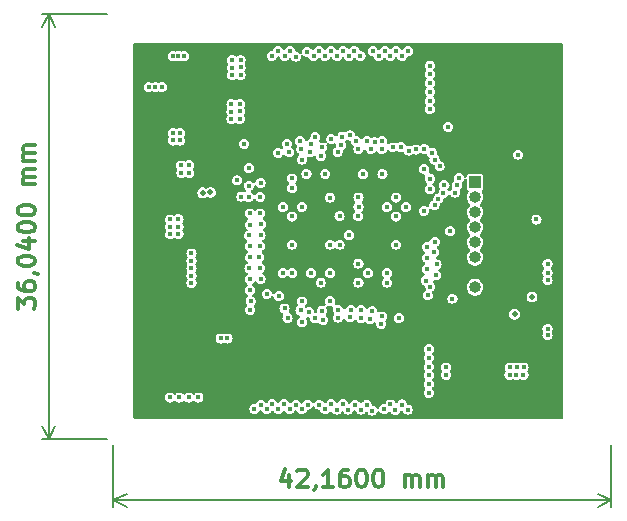
<source format=gbr>
%TF.GenerationSoftware,KiCad,Pcbnew,8.0.4-8.0.4-0~ubuntu20.04.1*%
%TF.CreationDate,2024-10-25T22:34:00+02:00*%
%TF.ProjectId,home_auto,686f6d65-5f61-4757-946f-2e6b69636164,rev?*%
%TF.SameCoordinates,Original*%
%TF.FileFunction,Copper,L2,Inr*%
%TF.FilePolarity,Positive*%
%FSLAX46Y46*%
G04 Gerber Fmt 4.6, Leading zero omitted, Abs format (unit mm)*
G04 Created by KiCad (PCBNEW 8.0.4-8.0.4-0~ubuntu20.04.1) date 2024-10-25 22:34:00*
%MOMM*%
%LPD*%
G01*
G04 APERTURE LIST*
%ADD10C,0.300000*%
%TA.AperFunction,NonConductor*%
%ADD11C,0.300000*%
%TD*%
%TA.AperFunction,NonConductor*%
%ADD12C,0.200000*%
%TD*%
%TA.AperFunction,ComponentPad*%
%ADD13O,1.000000X1.000000*%
%TD*%
%TA.AperFunction,ComponentPad*%
%ADD14R,1.000000X1.000000*%
%TD*%
%TA.AperFunction,ViaPad*%
%ADD15C,0.450000*%
%TD*%
%TA.AperFunction,ViaPad*%
%ADD16C,0.500000*%
%TD*%
G04 APERTURE END LIST*
D10*
D11*
X86895716Y-119468328D02*
X86895716Y-120468328D01*
X86538573Y-118896900D02*
X86181430Y-119968328D01*
X86181430Y-119968328D02*
X87110001Y-119968328D01*
X87610001Y-119111185D02*
X87681429Y-119039757D01*
X87681429Y-119039757D02*
X87824287Y-118968328D01*
X87824287Y-118968328D02*
X88181429Y-118968328D01*
X88181429Y-118968328D02*
X88324287Y-119039757D01*
X88324287Y-119039757D02*
X88395715Y-119111185D01*
X88395715Y-119111185D02*
X88467144Y-119254042D01*
X88467144Y-119254042D02*
X88467144Y-119396900D01*
X88467144Y-119396900D02*
X88395715Y-119611185D01*
X88395715Y-119611185D02*
X87538572Y-120468328D01*
X87538572Y-120468328D02*
X88467144Y-120468328D01*
X89181429Y-120396900D02*
X89181429Y-120468328D01*
X89181429Y-120468328D02*
X89110000Y-120611185D01*
X89110000Y-120611185D02*
X89038572Y-120682614D01*
X90610001Y-120468328D02*
X89752858Y-120468328D01*
X90181429Y-120468328D02*
X90181429Y-118968328D01*
X90181429Y-118968328D02*
X90038572Y-119182614D01*
X90038572Y-119182614D02*
X89895715Y-119325471D01*
X89895715Y-119325471D02*
X89752858Y-119396900D01*
X91895715Y-118968328D02*
X91610000Y-118968328D01*
X91610000Y-118968328D02*
X91467143Y-119039757D01*
X91467143Y-119039757D02*
X91395715Y-119111185D01*
X91395715Y-119111185D02*
X91252857Y-119325471D01*
X91252857Y-119325471D02*
X91181429Y-119611185D01*
X91181429Y-119611185D02*
X91181429Y-120182614D01*
X91181429Y-120182614D02*
X91252857Y-120325471D01*
X91252857Y-120325471D02*
X91324286Y-120396900D01*
X91324286Y-120396900D02*
X91467143Y-120468328D01*
X91467143Y-120468328D02*
X91752857Y-120468328D01*
X91752857Y-120468328D02*
X91895715Y-120396900D01*
X91895715Y-120396900D02*
X91967143Y-120325471D01*
X91967143Y-120325471D02*
X92038572Y-120182614D01*
X92038572Y-120182614D02*
X92038572Y-119825471D01*
X92038572Y-119825471D02*
X91967143Y-119682614D01*
X91967143Y-119682614D02*
X91895715Y-119611185D01*
X91895715Y-119611185D02*
X91752857Y-119539757D01*
X91752857Y-119539757D02*
X91467143Y-119539757D01*
X91467143Y-119539757D02*
X91324286Y-119611185D01*
X91324286Y-119611185D02*
X91252857Y-119682614D01*
X91252857Y-119682614D02*
X91181429Y-119825471D01*
X92967143Y-118968328D02*
X93110000Y-118968328D01*
X93110000Y-118968328D02*
X93252857Y-119039757D01*
X93252857Y-119039757D02*
X93324286Y-119111185D01*
X93324286Y-119111185D02*
X93395714Y-119254042D01*
X93395714Y-119254042D02*
X93467143Y-119539757D01*
X93467143Y-119539757D02*
X93467143Y-119896900D01*
X93467143Y-119896900D02*
X93395714Y-120182614D01*
X93395714Y-120182614D02*
X93324286Y-120325471D01*
X93324286Y-120325471D02*
X93252857Y-120396900D01*
X93252857Y-120396900D02*
X93110000Y-120468328D01*
X93110000Y-120468328D02*
X92967143Y-120468328D01*
X92967143Y-120468328D02*
X92824286Y-120396900D01*
X92824286Y-120396900D02*
X92752857Y-120325471D01*
X92752857Y-120325471D02*
X92681428Y-120182614D01*
X92681428Y-120182614D02*
X92610000Y-119896900D01*
X92610000Y-119896900D02*
X92610000Y-119539757D01*
X92610000Y-119539757D02*
X92681428Y-119254042D01*
X92681428Y-119254042D02*
X92752857Y-119111185D01*
X92752857Y-119111185D02*
X92824286Y-119039757D01*
X92824286Y-119039757D02*
X92967143Y-118968328D01*
X94395714Y-118968328D02*
X94538571Y-118968328D01*
X94538571Y-118968328D02*
X94681428Y-119039757D01*
X94681428Y-119039757D02*
X94752857Y-119111185D01*
X94752857Y-119111185D02*
X94824285Y-119254042D01*
X94824285Y-119254042D02*
X94895714Y-119539757D01*
X94895714Y-119539757D02*
X94895714Y-119896900D01*
X94895714Y-119896900D02*
X94824285Y-120182614D01*
X94824285Y-120182614D02*
X94752857Y-120325471D01*
X94752857Y-120325471D02*
X94681428Y-120396900D01*
X94681428Y-120396900D02*
X94538571Y-120468328D01*
X94538571Y-120468328D02*
X94395714Y-120468328D01*
X94395714Y-120468328D02*
X94252857Y-120396900D01*
X94252857Y-120396900D02*
X94181428Y-120325471D01*
X94181428Y-120325471D02*
X94109999Y-120182614D01*
X94109999Y-120182614D02*
X94038571Y-119896900D01*
X94038571Y-119896900D02*
X94038571Y-119539757D01*
X94038571Y-119539757D02*
X94109999Y-119254042D01*
X94109999Y-119254042D02*
X94181428Y-119111185D01*
X94181428Y-119111185D02*
X94252857Y-119039757D01*
X94252857Y-119039757D02*
X94395714Y-118968328D01*
X96681427Y-120468328D02*
X96681427Y-119468328D01*
X96681427Y-119611185D02*
X96752856Y-119539757D01*
X96752856Y-119539757D02*
X96895713Y-119468328D01*
X96895713Y-119468328D02*
X97109999Y-119468328D01*
X97109999Y-119468328D02*
X97252856Y-119539757D01*
X97252856Y-119539757D02*
X97324285Y-119682614D01*
X97324285Y-119682614D02*
X97324285Y-120468328D01*
X97324285Y-119682614D02*
X97395713Y-119539757D01*
X97395713Y-119539757D02*
X97538570Y-119468328D01*
X97538570Y-119468328D02*
X97752856Y-119468328D01*
X97752856Y-119468328D02*
X97895713Y-119539757D01*
X97895713Y-119539757D02*
X97967142Y-119682614D01*
X97967142Y-119682614D02*
X97967142Y-120468328D01*
X98681427Y-120468328D02*
X98681427Y-119468328D01*
X98681427Y-119611185D02*
X98752856Y-119539757D01*
X98752856Y-119539757D02*
X98895713Y-119468328D01*
X98895713Y-119468328D02*
X99109999Y-119468328D01*
X99109999Y-119468328D02*
X99252856Y-119539757D01*
X99252856Y-119539757D02*
X99324285Y-119682614D01*
X99324285Y-119682614D02*
X99324285Y-120468328D01*
X99324285Y-119682614D02*
X99395713Y-119539757D01*
X99395713Y-119539757D02*
X99538570Y-119468328D01*
X99538570Y-119468328D02*
X99752856Y-119468328D01*
X99752856Y-119468328D02*
X99895713Y-119539757D01*
X99895713Y-119539757D02*
X99967142Y-119682614D01*
X99967142Y-119682614D02*
X99967142Y-120468328D01*
D12*
X72030000Y-116900000D02*
X72030000Y-122176420D01*
X114190000Y-116900000D02*
X114190000Y-122176420D01*
X72030000Y-121590000D02*
X114190000Y-121590000D01*
X72030000Y-121590000D02*
X114190000Y-121590000D01*
X72030000Y-121590000D02*
X73156504Y-121003579D01*
X72030000Y-121590000D02*
X73156504Y-122176421D01*
X114190000Y-121590000D02*
X113063496Y-122176421D01*
X114190000Y-121590000D02*
X113063496Y-121003579D01*
D10*
D11*
X63918328Y-105379998D02*
X63918328Y-104451426D01*
X63918328Y-104451426D02*
X64489757Y-104951426D01*
X64489757Y-104951426D02*
X64489757Y-104737141D01*
X64489757Y-104737141D02*
X64561185Y-104594284D01*
X64561185Y-104594284D02*
X64632614Y-104522855D01*
X64632614Y-104522855D02*
X64775471Y-104451426D01*
X64775471Y-104451426D02*
X65132614Y-104451426D01*
X65132614Y-104451426D02*
X65275471Y-104522855D01*
X65275471Y-104522855D02*
X65346900Y-104594284D01*
X65346900Y-104594284D02*
X65418328Y-104737141D01*
X65418328Y-104737141D02*
X65418328Y-105165712D01*
X65418328Y-105165712D02*
X65346900Y-105308569D01*
X65346900Y-105308569D02*
X65275471Y-105379998D01*
X63918328Y-103165713D02*
X63918328Y-103451427D01*
X63918328Y-103451427D02*
X63989757Y-103594284D01*
X63989757Y-103594284D02*
X64061185Y-103665713D01*
X64061185Y-103665713D02*
X64275471Y-103808570D01*
X64275471Y-103808570D02*
X64561185Y-103879998D01*
X64561185Y-103879998D02*
X65132614Y-103879998D01*
X65132614Y-103879998D02*
X65275471Y-103808570D01*
X65275471Y-103808570D02*
X65346900Y-103737141D01*
X65346900Y-103737141D02*
X65418328Y-103594284D01*
X65418328Y-103594284D02*
X65418328Y-103308570D01*
X65418328Y-103308570D02*
X65346900Y-103165713D01*
X65346900Y-103165713D02*
X65275471Y-103094284D01*
X65275471Y-103094284D02*
X65132614Y-103022855D01*
X65132614Y-103022855D02*
X64775471Y-103022855D01*
X64775471Y-103022855D02*
X64632614Y-103094284D01*
X64632614Y-103094284D02*
X64561185Y-103165713D01*
X64561185Y-103165713D02*
X64489757Y-103308570D01*
X64489757Y-103308570D02*
X64489757Y-103594284D01*
X64489757Y-103594284D02*
X64561185Y-103737141D01*
X64561185Y-103737141D02*
X64632614Y-103808570D01*
X64632614Y-103808570D02*
X64775471Y-103879998D01*
X65346900Y-102308570D02*
X65418328Y-102308570D01*
X65418328Y-102308570D02*
X65561185Y-102379999D01*
X65561185Y-102379999D02*
X65632614Y-102451427D01*
X63918328Y-101379998D02*
X63918328Y-101237141D01*
X63918328Y-101237141D02*
X63989757Y-101094284D01*
X63989757Y-101094284D02*
X64061185Y-101022856D01*
X64061185Y-101022856D02*
X64204042Y-100951427D01*
X64204042Y-100951427D02*
X64489757Y-100879998D01*
X64489757Y-100879998D02*
X64846900Y-100879998D01*
X64846900Y-100879998D02*
X65132614Y-100951427D01*
X65132614Y-100951427D02*
X65275471Y-101022856D01*
X65275471Y-101022856D02*
X65346900Y-101094284D01*
X65346900Y-101094284D02*
X65418328Y-101237141D01*
X65418328Y-101237141D02*
X65418328Y-101379998D01*
X65418328Y-101379998D02*
X65346900Y-101522856D01*
X65346900Y-101522856D02*
X65275471Y-101594284D01*
X65275471Y-101594284D02*
X65132614Y-101665713D01*
X65132614Y-101665713D02*
X64846900Y-101737141D01*
X64846900Y-101737141D02*
X64489757Y-101737141D01*
X64489757Y-101737141D02*
X64204042Y-101665713D01*
X64204042Y-101665713D02*
X64061185Y-101594284D01*
X64061185Y-101594284D02*
X63989757Y-101522856D01*
X63989757Y-101522856D02*
X63918328Y-101379998D01*
X64418328Y-99594285D02*
X65418328Y-99594285D01*
X63846900Y-99951427D02*
X64918328Y-100308570D01*
X64918328Y-100308570D02*
X64918328Y-99379999D01*
X63918328Y-98522856D02*
X63918328Y-98379999D01*
X63918328Y-98379999D02*
X63989757Y-98237142D01*
X63989757Y-98237142D02*
X64061185Y-98165714D01*
X64061185Y-98165714D02*
X64204042Y-98094285D01*
X64204042Y-98094285D02*
X64489757Y-98022856D01*
X64489757Y-98022856D02*
X64846900Y-98022856D01*
X64846900Y-98022856D02*
X65132614Y-98094285D01*
X65132614Y-98094285D02*
X65275471Y-98165714D01*
X65275471Y-98165714D02*
X65346900Y-98237142D01*
X65346900Y-98237142D02*
X65418328Y-98379999D01*
X65418328Y-98379999D02*
X65418328Y-98522856D01*
X65418328Y-98522856D02*
X65346900Y-98665714D01*
X65346900Y-98665714D02*
X65275471Y-98737142D01*
X65275471Y-98737142D02*
X65132614Y-98808571D01*
X65132614Y-98808571D02*
X64846900Y-98879999D01*
X64846900Y-98879999D02*
X64489757Y-98879999D01*
X64489757Y-98879999D02*
X64204042Y-98808571D01*
X64204042Y-98808571D02*
X64061185Y-98737142D01*
X64061185Y-98737142D02*
X63989757Y-98665714D01*
X63989757Y-98665714D02*
X63918328Y-98522856D01*
X63918328Y-97094285D02*
X63918328Y-96951428D01*
X63918328Y-96951428D02*
X63989757Y-96808571D01*
X63989757Y-96808571D02*
X64061185Y-96737143D01*
X64061185Y-96737143D02*
X64204042Y-96665714D01*
X64204042Y-96665714D02*
X64489757Y-96594285D01*
X64489757Y-96594285D02*
X64846900Y-96594285D01*
X64846900Y-96594285D02*
X65132614Y-96665714D01*
X65132614Y-96665714D02*
X65275471Y-96737143D01*
X65275471Y-96737143D02*
X65346900Y-96808571D01*
X65346900Y-96808571D02*
X65418328Y-96951428D01*
X65418328Y-96951428D02*
X65418328Y-97094285D01*
X65418328Y-97094285D02*
X65346900Y-97237143D01*
X65346900Y-97237143D02*
X65275471Y-97308571D01*
X65275471Y-97308571D02*
X65132614Y-97380000D01*
X65132614Y-97380000D02*
X64846900Y-97451428D01*
X64846900Y-97451428D02*
X64489757Y-97451428D01*
X64489757Y-97451428D02*
X64204042Y-97380000D01*
X64204042Y-97380000D02*
X64061185Y-97308571D01*
X64061185Y-97308571D02*
X63989757Y-97237143D01*
X63989757Y-97237143D02*
X63918328Y-97094285D01*
X65418328Y-94808572D02*
X64418328Y-94808572D01*
X64561185Y-94808572D02*
X64489757Y-94737143D01*
X64489757Y-94737143D02*
X64418328Y-94594286D01*
X64418328Y-94594286D02*
X64418328Y-94380000D01*
X64418328Y-94380000D02*
X64489757Y-94237143D01*
X64489757Y-94237143D02*
X64632614Y-94165715D01*
X64632614Y-94165715D02*
X65418328Y-94165715D01*
X64632614Y-94165715D02*
X64489757Y-94094286D01*
X64489757Y-94094286D02*
X64418328Y-93951429D01*
X64418328Y-93951429D02*
X64418328Y-93737143D01*
X64418328Y-93737143D02*
X64489757Y-93594286D01*
X64489757Y-93594286D02*
X64632614Y-93522857D01*
X64632614Y-93522857D02*
X65418328Y-93522857D01*
X65418328Y-92808572D02*
X64418328Y-92808572D01*
X64561185Y-92808572D02*
X64489757Y-92737143D01*
X64489757Y-92737143D02*
X64418328Y-92594286D01*
X64418328Y-92594286D02*
X64418328Y-92380000D01*
X64418328Y-92380000D02*
X64489757Y-92237143D01*
X64489757Y-92237143D02*
X64632614Y-92165715D01*
X64632614Y-92165715D02*
X65418328Y-92165715D01*
X64632614Y-92165715D02*
X64489757Y-92094286D01*
X64489757Y-92094286D02*
X64418328Y-91951429D01*
X64418328Y-91951429D02*
X64418328Y-91737143D01*
X64418328Y-91737143D02*
X64489757Y-91594286D01*
X64489757Y-91594286D02*
X64632614Y-91522857D01*
X64632614Y-91522857D02*
X65418328Y-91522857D01*
D12*
X71530000Y-116400000D02*
X65953580Y-116400000D01*
X71530000Y-80360000D02*
X65953580Y-80360000D01*
X66540000Y-116400000D02*
X66540000Y-80360000D01*
X66540000Y-116400000D02*
X66540000Y-80360000D01*
X66540000Y-116400000D02*
X65953579Y-115273496D01*
X66540000Y-116400000D02*
X67126421Y-115273496D01*
X66540000Y-80360000D02*
X67126421Y-81486504D01*
X66540000Y-80360000D02*
X65953579Y-81486504D01*
D13*
%TO.N,/FPGA_machX05/FTDI/NX_TCK*%
%TO.C,J13*%
X102650000Y-103540000D03*
%TO.N,GND*%
X102650000Y-102270000D03*
%TO.N,/FPGA_machX05/FTDI/NX_TMS*%
X102650000Y-101000000D03*
%TO.N,/FPGA_machX05/FTDI/JTAG_EN*%
X102650000Y-99730000D03*
%TO.N,unconnected-(J13-Pin_4-Pad4)*%
X102650000Y-98460000D03*
%TO.N,/FPGA_machX05/FTDI/NX_TDI*%
X102650000Y-97190000D03*
%TO.N,/FPGA_machX05/FTDI/NX_TDO*%
X102650000Y-95920000D03*
D14*
%TO.N,+3V3_BANK*%
X102650000Y-94650000D03*
%TD*%
D15*
%TO.N,+3V3_BANK*%
X83110000Y-91400000D03*
%TO.N,GND*%
X98670000Y-106750000D03*
X106510000Y-89430000D03*
X106510000Y-88430000D03*
X106510000Y-87430000D03*
X106510000Y-86430000D03*
X106510000Y-85430000D03*
X106510000Y-84430000D03*
X105510000Y-89430000D03*
X105510000Y-88430000D03*
X105510000Y-87430000D03*
X105510000Y-86430000D03*
X105510000Y-85430000D03*
X105510000Y-84430000D03*
X104510000Y-108430000D03*
X104510000Y-89430000D03*
X104510000Y-88430000D03*
X104510000Y-87430000D03*
X104510000Y-86430000D03*
X104510000Y-85430000D03*
X104510000Y-84430000D03*
X103510000Y-89430000D03*
X103510000Y-88430000D03*
X103510000Y-87430000D03*
X103510000Y-86430000D03*
X103510000Y-85430000D03*
X103510000Y-84430000D03*
X102510000Y-88430000D03*
X102510000Y-87430000D03*
X102510000Y-86430000D03*
X102510000Y-85430000D03*
X102510000Y-84430000D03*
X101510000Y-87430000D03*
X101510000Y-86430000D03*
X101510000Y-85430000D03*
X101510000Y-84430000D03*
X100510000Y-86430000D03*
X100510000Y-85430000D03*
X100510000Y-84430000D03*
X99510000Y-87430000D03*
X99510000Y-86430000D03*
X99510000Y-85430000D03*
X99510000Y-84430000D03*
X82510000Y-109430000D03*
X82510000Y-90430000D03*
X81510000Y-109430000D03*
X81510000Y-108430000D03*
%TO.N,+3V3_BANK*%
X100370000Y-89950000D03*
%TO.N,GND*%
X82650000Y-96660000D03*
X75350000Y-98260000D03*
X87960000Y-89660000D03*
X88930000Y-113920000D03*
%TO.N,/FPGA_machX05/FPGA_GPIO/PWM38*%
X96940000Y-113890000D03*
%TO.N,/FPGA_machX05/FPGA_GPIO/PWM32*%
X95490000Y-113460000D03*
%TO.N,/FPGA_machX05/FPGA_GPIO/PWM30*%
X94950000Y-113860000D03*
%TO.N,GND*%
X94470000Y-113450000D03*
%TO.N,+1V8*%
X82736153Y-88016743D03*
X82030000Y-89286743D03*
X82030000Y-88030000D03*
X82030000Y-88658480D03*
X82736153Y-89273486D03*
X82736153Y-88645223D03*
X78640000Y-103180667D03*
X78640000Y-102551798D03*
X78640000Y-101930000D03*
X78640000Y-101302435D03*
X78640000Y-100673564D03*
%TO.N,+3V3*%
X82090000Y-84313257D03*
X82090000Y-85570000D03*
X82090000Y-84941737D03*
X82796153Y-85556743D03*
X82796153Y-84928480D03*
X82796153Y-84300000D03*
X77698940Y-90488872D03*
X77685330Y-91110180D03*
X77056329Y-91108854D03*
X77070000Y-90480000D03*
%TO.N,+1V8_BANK*%
X76850000Y-97793236D03*
X76850000Y-99050000D03*
X76850000Y-98421618D03*
X77537928Y-99028382D03*
X77537928Y-98400000D03*
X77537928Y-97771618D03*
%TO.N,VCC_AUX*%
X81690000Y-107870000D03*
X81110000Y-107870000D03*
D16*
%TO.N,VCC_AUXA*%
X80250000Y-95510000D03*
X79590000Y-95540000D03*
D15*
%TO.N,+5V*%
X108790000Y-101550000D03*
X108790000Y-102290000D03*
X108790000Y-102940000D03*
X108790000Y-107040000D03*
X108790000Y-107600000D03*
X98830000Y-86250000D03*
X98830000Y-88470000D03*
X98830000Y-86990000D03*
X98830000Y-85510000D03*
X98830000Y-87730000D03*
X98830000Y-84770000D03*
X98730000Y-112480000D03*
X98730000Y-111740000D03*
X98730000Y-111000000D03*
X98730000Y-110260000D03*
X98730000Y-109520000D03*
X98730000Y-108780000D03*
%TO.N,+1V0*%
X106750000Y-110950000D03*
X106760000Y-110330000D03*
X106170000Y-110330000D03*
X106160000Y-110950000D03*
X105570000Y-110950000D03*
X105580000Y-110330000D03*
X100200000Y-110950000D03*
X100180000Y-110330000D03*
%TO.N,GND*%
X94000000Y-90000000D03*
X95180000Y-95140000D03*
X104975385Y-102325000D03*
X92780000Y-102340000D03*
X97579998Y-104735000D03*
X87980000Y-99930000D03*
X105900000Y-102930000D03*
X87180000Y-96730000D03*
X104975385Y-101720000D03*
X105900000Y-101720000D03*
X90380000Y-95140000D03*
X95180000Y-99930000D03*
X106824615Y-101115000D03*
X107749230Y-100510000D03*
X107749230Y-102325000D03*
X87980000Y-97530000D03*
X106824615Y-101720000D03*
X95980000Y-96740000D03*
X98015188Y-92389120D03*
X85225000Y-105250000D03*
X104975385Y-100510000D03*
X107749230Y-101115000D03*
X104050770Y-102325000D03*
X104050770Y-100510000D03*
X92780000Y-95135000D03*
X94380000Y-102330000D03*
X91180000Y-99140000D03*
X105900000Y-101115000D03*
X106824615Y-102930000D03*
X96780000Y-97530000D03*
X105900000Y-100510000D03*
X104050770Y-101720000D03*
X90380000Y-99130000D03*
X107749230Y-101720000D03*
X91180000Y-98340000D03*
X105900000Y-102325000D03*
X85075000Y-92375000D03*
X106824615Y-102325000D03*
X104050770Y-102930000D03*
X106824615Y-100510000D03*
X107749230Y-102930000D03*
X104050770Y-101115000D03*
X87980000Y-95130000D03*
X104975385Y-102930000D03*
X89580000Y-102340000D03*
X90380000Y-103130000D03*
X104975385Y-101115000D03*
X95134525Y-105256969D03*
X87980000Y-102340000D03*
%TO.N,+5V*%
X76130000Y-86580000D03*
X77050000Y-83960000D03*
X75570000Y-86580000D03*
X78010000Y-83970000D03*
X75020000Y-86580000D03*
X77530000Y-83950000D03*
X77610000Y-112869998D03*
X78420000Y-112869998D03*
X76800000Y-112869998D03*
X79230000Y-112869998D03*
D16*
%TO.N,Net-(PS1-BOOT)*%
X107474000Y-104362024D03*
%TO.N,Net-(PS1-SW)*%
X106000000Y-105825000D03*
D15*
%TO.N,+1V0*%
X106280000Y-92310000D03*
X95180000Y-96740000D03*
X91180000Y-99930000D03*
X82873860Y-95858413D03*
X82501000Y-94490000D03*
X90380000Y-99930000D03*
X87980000Y-96730000D03*
%TO.N,VCC_AUXA*%
X90380000Y-95940000D03*
X91180000Y-97530000D03*
%TO.N,VCC_AUX*%
X92780000Y-101530000D03*
X91980000Y-99130000D03*
X88780000Y-102340000D03*
X92780000Y-95930000D03*
X100550000Y-98800000D03*
%TO.N,VCC_ADC*%
X100740000Y-104500000D03*
X95180000Y-103140000D03*
%TO.N,Net-(PS1-EN)*%
X107850000Y-97800000D03*
%TO.N,/FPGA_machX05/FPGA_GPIO/PWM73*%
X96975000Y-83550000D03*
X100958608Y-95526399D03*
%TO.N,/FPGA_machX05/FPGA_GPIO/PWM22*%
X83490000Y-94950000D03*
%TO.N,/FPGA_machX05/FPGA_GPIO/PWM7*%
X86945122Y-113867887D03*
X84500000Y-102810000D03*
%TO.N,/FPGA_machX05/FPGA_GPIO/PWM35*%
X99400000Y-101600000D03*
%TO.N,/FPGA_machX05/FPGA_GPIO/PWM50*%
X97660000Y-91870000D03*
%TO.N,/FPGA_machX05/FPGA_GPIO/PWM48*%
X98981000Y-92133843D03*
%TO.N,/FPGA_machX05/FPGA_GPIO/PWM64*%
X88700000Y-92100000D03*
%TO.N,/FPGA_machX05/FPGA_GPIO/PWM30*%
X98650000Y-104220000D03*
%TO.N,/FPGA_machX05/FPGA_GPIO/PWM28*%
X87175000Y-94325000D03*
%TO.N,/FPGA_machX05/FPGA_GPIO/PWM58*%
X91310736Y-91523861D03*
%TO.N,/FPGA_machX05/FPGA_GPIO/PWM54*%
X92777033Y-91822015D03*
%TO.N,/FPGA_machX05/FPGA_GPIO/PWM0*%
X83625000Y-105450000D03*
%TO.N,/FPGA_machX05/FPGA_GPIO/PWM29*%
X86525000Y-83950000D03*
X87180000Y-95135000D03*
%TO.N,/FPGA_machX05/FPGA_GPIO/PWM6*%
X83590000Y-102860000D03*
%TO.N,/FPGA_machX05/FPGA_GPIO/PWM55*%
X93479892Y-91178240D03*
X91975000Y-83950000D03*
%TO.N,/FPGA_machX05/FPGA_GPIO/PWM53*%
X94175000Y-91250000D03*
X92442769Y-83550000D03*
%TO.N,/FPGA_machX05/FPGA_GPIO/PWM37*%
X99180000Y-100580000D03*
%TO.N,/FPGA_machX05/FPGA_GPIO/PWM66*%
X87975000Y-92725000D03*
%TO.N,/FPGA_machX05/FPGA_GPIO/PWM32*%
X98490000Y-102970000D03*
%TO.N,/FPGA_machX05/FPGA_GPIO/PWM39*%
X99234871Y-99681178D03*
%TO.N,/FPGA_machX05/FPGA_GPIO/PWM5*%
X88475006Y-113475000D03*
X86370000Y-102330000D03*
%TO.N,/FPGA_machX05/FPGA_GPIO/PWM20*%
X83502755Y-95870000D03*
%TO.N,/FPGA_machX05/FPGA_GPIO/PWM67*%
X88975000Y-83950000D03*
X89130415Y-90825247D03*
%TO.N,/FPGA_machX05/FPGA_GPIO/PWM3*%
X87475000Y-113500002D03*
X85024000Y-104080539D03*
%TO.N,/FPGA_machX05/FPGA_GPIO/PWM43*%
X95475000Y-83950000D03*
X98828237Y-95236495D03*
%TO.N,/FPGA_machX05/FPGA_GPIO/PWM27*%
X86738241Y-91397193D03*
X87475000Y-84010000D03*
%TO.N,/FPGA_machX05/FPGA_GPIO/PWM21*%
X84460000Y-95870000D03*
X85450000Y-83950000D03*
%TO.N,/FPGA_machX05/FPGA_GPIO/PWM8*%
X83550000Y-101920000D03*
%TO.N,/FPGA_machX05/FPGA_GPIO/PWM47*%
X98366642Y-91849944D03*
X94500000Y-83950000D03*
%TO.N,/FPGA_machX05/FPGA_GPIO/PWM25*%
X87000000Y-83550000D03*
X85975000Y-92150000D03*
%TO.N,/FPGA_machX05/FPGA_GPIO/PWM24*%
X83492410Y-93457402D03*
%TO.N,/FPGA_machX05/FPGA_GPIO/PWM26*%
X86908673Y-92115266D03*
%TO.N,/FPGA_machX05/FPGA_GPIO/PWM60*%
X90475000Y-91000000D03*
%TO.N,/FPGA_machX05/FPGA_GPIO/PWM61*%
X91014789Y-92100630D03*
X90475000Y-83550000D03*
%TO.N,/FPGA_machX05/FPGA_GPIO/PWM68*%
X87825000Y-91150000D03*
%TO.N,/FPGA_machX05/FPGA_GPIO/PWM33*%
X99350000Y-102530000D03*
%TO.N,/FPGA_machX05/FPGA_GPIO/PWM70*%
X101130818Y-94904183D03*
%TO.N,/FPGA_machX05/FPGA_GPIO/PWM23*%
X84488295Y-94682784D03*
X85975000Y-83550000D03*
%TO.N,/FPGA_machX05/FPGA_GPIO/PWM49*%
X93981676Y-83550000D03*
X97020916Y-91960334D03*
%TO.N,/FPGA_machX05/FPGA_GPIO/PWM40*%
X99977577Y-95572179D03*
%TO.N,/FPGA_machX05/FPGA_GPIO/PWM69*%
X88450001Y-83599998D03*
X87952216Y-91830019D03*
%TO.N,/FPGA_machX05/FPGA_GPIO/PWM51*%
X96368785Y-91657535D03*
X92950000Y-83950000D03*
%TO.N,/FPGA_machX05/FPGA_GPIO/PWM11*%
X84387504Y-100970000D03*
X86000000Y-113875000D03*
%TO.N,/FPGA_machX05/FTDI/NX_TDO*%
X92790000Y-96730000D03*
%TO.N,/FPGA_machX05/FPGA_GPIO/PWM9*%
X84438230Y-101890000D03*
X86475002Y-113449998D03*
%TO.N,/FPGA_machX05/FPGA_GPIO/PWM36*%
X96470000Y-113470000D03*
X98584127Y-101044021D03*
%TO.N,/FPGA_machX05/FTDI/NX_TCK*%
X92770000Y-97530000D03*
%TO.N,/FPGA_machX05/FPGA_GPIO/PWM31*%
X98870000Y-103490000D03*
%TO.N,/FPGA_machX05/FPGA_GPIO/PWM65*%
X89450000Y-83550000D03*
X88749000Y-91416976D03*
%TO.N,/FPGA_machX05/FPGA_GPIO/PWM45*%
X95000000Y-83550000D03*
X98824996Y-94335000D03*
%TO.N,/FPGA_machX05/FPGA_GPIO/PWM52*%
X94800000Y-91150000D03*
%TO.N,/FPGA_machX05/FPGA_GPIO/PWM44*%
X99650000Y-93300000D03*
%TO.N,/FPGA_machX05/FPGA_GPIO/PWM57*%
X92534779Y-91161006D03*
X91500000Y-83550000D03*
%TO.N,/FPGA_machX05/FPGA_GPIO/PWM46*%
X99225000Y-92725000D03*
%TO.N,/FPGA_machX05/FPGA_GPIO/PWM62*%
X89605292Y-92398296D03*
%TO.N,/FPGA_machX05/FPGA_GPIO/PWM34*%
X98580000Y-102010000D03*
X95896767Y-113939776D03*
%TO.N,/FPGA_machX05/FPGA_GPIO/PWM56*%
X92060369Y-90682088D03*
%TO.N,/FPGA_machX05/FPGA_GPIO/PWM63*%
X89938284Y-83950000D03*
X89683452Y-91698645D03*
%TO.N,/FPGA_machX05/FPGA_GPIO/PWM59*%
X91421864Y-90773459D03*
X90975000Y-83950000D03*
%TO.N,/FPGA_machX05/FPGA_GPIO/PWM38*%
X98560000Y-100110000D03*
%TO.N,/FPGA_machX05/FPGA_GPIO/PWM12*%
X83570000Y-100080000D03*
%TO.N,/FPGA_machX05/FPGA_GPIO/PWM42*%
X99553371Y-96036607D03*
%TO.N,/FPGA_machX05/FPGA_GPIO/PWM4*%
X83580000Y-103780000D03*
%TO.N,/FPGA_machX05/FPGA_GPIO/PWM41*%
X95950000Y-83550000D03*
X99220000Y-96570000D03*
%TO.N,/FPGA_machX05/FPGA_GPIO/PWM1*%
X86032495Y-104282505D03*
X87978808Y-113876595D03*
%TO.N,/FPGA_machX05/FPGA_GPIO/PWM2*%
X83650000Y-104705270D03*
%TO.N,/FPGA_machX05/FPGA_GPIO/PWM15*%
X84490000Y-99130000D03*
X85000000Y-113875000D03*
%TO.N,/FPGA_machX05/FPGA_GPIO/PWM16*%
X83599404Y-98235000D03*
%TO.N,/FPGA_machX05/FPGA_GPIO/PWM17*%
X84500000Y-113475000D03*
X84529277Y-98210000D03*
%TO.N,+1V8_BANK*%
X93580000Y-102340000D03*
X92780000Y-103140000D03*
X89580000Y-103140000D03*
X90380000Y-102340000D03*
X96190000Y-106150000D03*
%TO.N,/FPGA_machX05/FPGA_GPIO/PWM18*%
X83975000Y-113850000D03*
X84470000Y-97290000D03*
%TO.N,/FPGA_machX05/FPGA_GPIO/PWM19*%
X83571256Y-97284448D03*
%TO.N,/FPGA_machX05/FPGA_GPIO/PWM13*%
X85475000Y-113450000D03*
X84419463Y-100050000D03*
%TO.N,/FPGA_machX05/FPGA_GPIO/PWM14*%
X83540000Y-99155000D03*
%TO.N,/FPGA_machX05/FPGA_GPIO/PWM10*%
X83610000Y-101000000D03*
%TO.N,+3V3_BANK*%
X89980000Y-93940000D03*
X95180000Y-102330000D03*
X95980000Y-99930000D03*
X94810000Y-93970000D03*
X77780000Y-93220000D03*
X87180000Y-102330000D03*
X95980000Y-97540000D03*
X87180000Y-97540000D03*
X78440000Y-93860000D03*
X86380000Y-96740000D03*
X96780000Y-96740000D03*
X78440000Y-93210000D03*
X88380000Y-93940000D03*
X87180000Y-99930000D03*
X77790000Y-93850000D03*
X93170000Y-93950000D03*
%TO.N,/FPGA_machX05/FPGA_GPIO/PWM72*%
X101296169Y-94297303D03*
%TO.N,/FPGA_machX05/FPGA_GPIO/dim_sw8_P*%
X93950000Y-105575000D03*
X93950000Y-113975000D03*
%TO.N,/FPGA_machX05/FPGA_GPIO/dim_sw5_N*%
X91068000Y-105431332D03*
%TO.N,/FPGA_machX05/FPGA_GPIO/dim_sw7_N*%
X93000000Y-106125000D03*
%TO.N,/FPGA_machX05/FPGA_GPIO/dim_sw6_N*%
X92975000Y-113900000D03*
X92070308Y-106072676D03*
%TO.N,/FPGA_machX05/FPGA_GPIO/dim_sw8_N*%
X93475000Y-113500000D03*
X93752879Y-106250843D03*
%TO.N,/FPGA_machX05/FPGA_GPIO/dim_sw9_N*%
X94700000Y-106625000D03*
%TO.N,/FPGA_machX05/FPGA_GPIO/dim_sw4_N*%
X91925000Y-113900000D03*
X90375000Y-104725000D03*
%TO.N,/FPGA_machX05/FPGA_GPIO/dim_sw7_P*%
X93025000Y-105475000D03*
%TO.N,/FPGA_machX05/FPGA_GPIO/dim_sw9_P*%
X94800000Y-106000000D03*
%TO.N,/FPGA_machX05/FPGA_GPIO/dim_sw6_P*%
X92500000Y-113475000D03*
X92120911Y-105440835D03*
%TO.N,/FPGA_machX05/FPGA_GPIO/dim_sw1_N*%
X88000000Y-106500000D03*
%TO.N,/FPGA_machX05/FPGA_GPIO/dim_sw0_P*%
X86523560Y-105333567D03*
X89975000Y-113875000D03*
%TO.N,/FPGA_machX05/FPGA_GPIO/dim_sw0_N*%
X87875000Y-105500000D03*
%TO.N,/FPGA_machX05/FPGA_GPIO/dim_sw3_N*%
X89786262Y-106302312D03*
%TO.N,/FPGA_machX05/FPGA_GPIO/dim_sw3_P*%
X89101298Y-106139697D03*
%TO.N,/FPGA_machX05/FPGA_GPIO/dim_sw2_P*%
X90475000Y-113450000D03*
X87980009Y-104735018D03*
%TO.N,/FPGA_machX05/FPGA_GPIO/dim_sw1_P*%
X86775000Y-106149998D03*
X89475000Y-113475000D03*
%TO.N,/FPGA_machX05/FPGA_GPIO/dim_sw2_N*%
X88592474Y-105653160D03*
X90925000Y-113900000D03*
%TO.N,/FPGA_machX05/FPGA_GPIO/dim_sw5_P*%
X91050000Y-106100000D03*
%TO.N,/FPGA_machX05/FPGA_GPIO/dim_sw4_P*%
X89700928Y-105508024D03*
X91475000Y-113450000D03*
%TO.N,/FPGA_machX05/FPGA_GPIO/PWM71*%
X96475000Y-83950000D03*
X100050000Y-94875000D03*
%TO.N,/FPGA_machX05/FTDI/NX_TDI*%
X98310000Y-97060000D03*
%TO.N,/FPGA_machX05/FTDI/JTAG_EN*%
X98350000Y-93540000D03*
%TO.N,/FPGA_machX05/FTDI/NX_TMS*%
X95980000Y-95935000D03*
%TO.N,/FPGA_machX05/FTDI/PROGRAMN*%
X94765973Y-91841368D03*
%TO.N,/FPGA_machX05/FTDI/DONE*%
X93825033Y-91805948D03*
%TO.N,/FPGA_machX05/FTDI/INIT*%
X95698360Y-91693096D03*
%TD*%
%TA.AperFunction,Conductor*%
%TO.N,GND*%
G36*
X85974217Y-82886115D02*
G01*
X85996041Y-82876523D01*
X86011934Y-82875500D01*
X86963066Y-82875500D01*
X86999217Y-82886115D01*
X87021041Y-82876523D01*
X87036934Y-82875500D01*
X89413066Y-82875500D01*
X89449217Y-82886115D01*
X89471041Y-82876523D01*
X89486934Y-82875500D01*
X90438066Y-82875500D01*
X90474217Y-82886115D01*
X90496041Y-82876523D01*
X90511934Y-82875500D01*
X91463066Y-82875500D01*
X91499217Y-82886115D01*
X91521041Y-82876523D01*
X91536934Y-82875500D01*
X92405835Y-82875500D01*
X92441986Y-82886115D01*
X92463810Y-82876523D01*
X92479703Y-82875500D01*
X93944742Y-82875500D01*
X93980893Y-82886115D01*
X94002717Y-82876523D01*
X94018610Y-82875500D01*
X94963066Y-82875500D01*
X94999217Y-82886115D01*
X95021041Y-82876523D01*
X95036934Y-82875500D01*
X95913066Y-82875500D01*
X95949217Y-82886115D01*
X95971041Y-82876523D01*
X95986934Y-82875500D01*
X96938066Y-82875500D01*
X96974217Y-82886115D01*
X96996041Y-82876523D01*
X97011934Y-82875500D01*
X109975500Y-82875500D01*
X110042539Y-82895185D01*
X110088294Y-82947989D01*
X110099500Y-82999500D01*
X110099500Y-114540500D01*
X110079815Y-114607539D01*
X110027011Y-114653294D01*
X109975500Y-114664500D01*
X73824500Y-114664500D01*
X73757461Y-114644815D01*
X73711706Y-114592011D01*
X73700500Y-114540500D01*
X73700500Y-113849997D01*
X83544196Y-113849997D01*
X83544196Y-113850002D01*
X83565279Y-113983121D01*
X83565280Y-113983124D01*
X83565281Y-113983126D01*
X83626472Y-114103220D01*
X83626473Y-114103221D01*
X83626476Y-114103225D01*
X83721774Y-114198523D01*
X83721778Y-114198526D01*
X83721780Y-114198528D01*
X83841874Y-114259719D01*
X83841876Y-114259719D01*
X83841878Y-114259720D01*
X83974998Y-114280804D01*
X83975000Y-114280804D01*
X83975002Y-114280804D01*
X84108121Y-114259720D01*
X84108121Y-114259719D01*
X84108126Y-114259719D01*
X84228220Y-114198528D01*
X84323528Y-114103220D01*
X84370648Y-114010741D01*
X84418619Y-113959949D01*
X84486439Y-113943153D01*
X84552574Y-113965690D01*
X84591614Y-114010743D01*
X84651472Y-114128220D01*
X84651474Y-114128222D01*
X84651476Y-114128225D01*
X84746774Y-114223523D01*
X84746778Y-114223526D01*
X84746780Y-114223528D01*
X84866874Y-114284719D01*
X84866876Y-114284719D01*
X84866878Y-114284720D01*
X84999998Y-114305804D01*
X85000000Y-114305804D01*
X85000002Y-114305804D01*
X85133121Y-114284720D01*
X85133121Y-114284719D01*
X85133126Y-114284719D01*
X85253220Y-114223528D01*
X85348528Y-114128220D01*
X85389516Y-114047775D01*
X85437489Y-113996981D01*
X85505310Y-113980186D01*
X85571445Y-114002723D01*
X85610483Y-114047774D01*
X85651472Y-114128220D01*
X85651473Y-114128221D01*
X85651476Y-114128225D01*
X85746774Y-114223523D01*
X85746778Y-114223526D01*
X85746780Y-114223528D01*
X85866874Y-114284719D01*
X85866876Y-114284719D01*
X85866878Y-114284720D01*
X85999998Y-114305804D01*
X86000000Y-114305804D01*
X86000002Y-114305804D01*
X86133121Y-114284720D01*
X86133121Y-114284719D01*
X86133126Y-114284719D01*
X86253220Y-114223528D01*
X86348528Y-114128220D01*
X86363889Y-114098071D01*
X86411861Y-114047277D01*
X86479682Y-114030481D01*
X86545817Y-114053018D01*
X86584856Y-114098071D01*
X86596593Y-114121105D01*
X86596598Y-114121112D01*
X86691896Y-114216410D01*
X86691900Y-114216413D01*
X86691902Y-114216415D01*
X86811996Y-114277606D01*
X86811998Y-114277606D01*
X86812000Y-114277607D01*
X86945120Y-114298691D01*
X86945122Y-114298691D01*
X86945124Y-114298691D01*
X87078243Y-114277607D01*
X87078243Y-114277606D01*
X87078248Y-114277606D01*
X87198342Y-114216415D01*
X87293650Y-114121107D01*
X87349262Y-114011961D01*
X87397235Y-113961166D01*
X87465056Y-113944371D01*
X87531191Y-113966908D01*
X87570230Y-114011961D01*
X87630280Y-114129815D01*
X87630282Y-114129817D01*
X87630284Y-114129820D01*
X87725582Y-114225118D01*
X87725586Y-114225121D01*
X87725588Y-114225123D01*
X87845682Y-114286314D01*
X87845684Y-114286314D01*
X87845686Y-114286315D01*
X87978806Y-114307399D01*
X87978808Y-114307399D01*
X87978810Y-114307399D01*
X88111929Y-114286315D01*
X88111929Y-114286314D01*
X88111934Y-114286314D01*
X88232028Y-114225123D01*
X88327336Y-114129815D01*
X88388527Y-114009721D01*
X88389090Y-114006162D01*
X88390974Y-114002188D01*
X88391544Y-114000436D01*
X88391770Y-114000509D01*
X88419018Y-113943029D01*
X88478328Y-113906096D01*
X88492167Y-113903086D01*
X88608127Y-113884720D01*
X88608127Y-113884719D01*
X88608132Y-113884719D01*
X88728226Y-113823528D01*
X88823534Y-113728220D01*
X88864519Y-113647781D01*
X88912492Y-113596986D01*
X88980313Y-113580191D01*
X89046448Y-113602728D01*
X89085486Y-113647780D01*
X89120691Y-113716874D01*
X89126471Y-113728218D01*
X89126476Y-113728225D01*
X89221774Y-113823523D01*
X89221778Y-113823526D01*
X89221780Y-113823528D01*
X89341874Y-113884719D01*
X89341876Y-113884719D01*
X89341878Y-113884720D01*
X89461997Y-113903745D01*
X89525132Y-113933674D01*
X89562064Y-113992985D01*
X89565073Y-114006815D01*
X89565281Y-114008126D01*
X89626472Y-114128220D01*
X89626473Y-114128221D01*
X89626476Y-114128225D01*
X89721774Y-114223523D01*
X89721778Y-114223526D01*
X89721780Y-114223528D01*
X89841874Y-114284719D01*
X89841876Y-114284719D01*
X89841878Y-114284720D01*
X89974998Y-114305804D01*
X89975000Y-114305804D01*
X89975002Y-114305804D01*
X90108121Y-114284720D01*
X90108121Y-114284719D01*
X90108126Y-114284719D01*
X90228220Y-114223528D01*
X90323528Y-114128220D01*
X90333146Y-114109341D01*
X90381116Y-114058548D01*
X90448936Y-114041751D01*
X90515072Y-114064286D01*
X90554114Y-114109341D01*
X90576471Y-114153218D01*
X90576476Y-114153225D01*
X90671774Y-114248523D01*
X90671778Y-114248526D01*
X90671780Y-114248528D01*
X90791874Y-114309719D01*
X90791876Y-114309719D01*
X90791878Y-114309720D01*
X90924998Y-114330804D01*
X90925000Y-114330804D01*
X90925002Y-114330804D01*
X91058121Y-114309720D01*
X91058121Y-114309719D01*
X91058126Y-114309719D01*
X91178220Y-114248528D01*
X91273528Y-114153220D01*
X91314516Y-114072775D01*
X91362489Y-114021981D01*
X91430310Y-114005186D01*
X91496445Y-114027723D01*
X91535483Y-114072774D01*
X91576471Y-114153218D01*
X91576473Y-114153221D01*
X91576476Y-114153225D01*
X91671774Y-114248523D01*
X91671778Y-114248526D01*
X91671780Y-114248528D01*
X91791874Y-114309719D01*
X91791876Y-114309719D01*
X91791878Y-114309720D01*
X91924998Y-114330804D01*
X91925000Y-114330804D01*
X91925002Y-114330804D01*
X92058121Y-114309720D01*
X92058121Y-114309719D01*
X92058126Y-114309719D01*
X92178220Y-114248528D01*
X92273528Y-114153220D01*
X92334719Y-114033126D01*
X92334719Y-114033123D01*
X92339149Y-114024430D01*
X92342444Y-114026109D01*
X92371492Y-113983616D01*
X92435847Y-113956408D01*
X92504695Y-113968312D01*
X92556178Y-114015549D01*
X92560350Y-114024685D01*
X92560851Y-114024430D01*
X92565280Y-114033123D01*
X92565281Y-114033126D01*
X92626471Y-114153218D01*
X92626473Y-114153221D01*
X92626476Y-114153225D01*
X92721774Y-114248523D01*
X92721778Y-114248526D01*
X92721780Y-114248528D01*
X92841874Y-114309719D01*
X92841876Y-114309719D01*
X92841878Y-114309720D01*
X92974998Y-114330804D01*
X92975000Y-114330804D01*
X92975002Y-114330804D01*
X93108121Y-114309720D01*
X93108121Y-114309719D01*
X93108126Y-114309719D01*
X93228220Y-114248528D01*
X93323528Y-114153220D01*
X93332909Y-114134808D01*
X93380878Y-114084015D01*
X93448698Y-114067218D01*
X93514834Y-114089753D01*
X93553876Y-114134808D01*
X93601472Y-114228220D01*
X93601474Y-114228222D01*
X93601476Y-114228225D01*
X93696774Y-114323523D01*
X93696778Y-114323526D01*
X93696780Y-114323528D01*
X93816874Y-114384719D01*
X93816876Y-114384719D01*
X93816878Y-114384720D01*
X93949998Y-114405804D01*
X93950000Y-114405804D01*
X93950002Y-114405804D01*
X94083121Y-114384720D01*
X94083121Y-114384719D01*
X94083126Y-114384719D01*
X94203220Y-114323528D01*
X94298528Y-114228220D01*
X94359719Y-114108126D01*
X94359720Y-114108118D01*
X94360335Y-114106228D01*
X94361709Y-114104218D01*
X94364149Y-114099430D01*
X94364767Y-114099745D01*
X94399773Y-114048553D01*
X94464132Y-114021355D01*
X94532978Y-114033270D01*
X94584454Y-114080514D01*
X94588746Y-114088245D01*
X94599496Y-114109341D01*
X94601471Y-114113218D01*
X94601476Y-114113225D01*
X94696774Y-114208523D01*
X94696778Y-114208526D01*
X94696780Y-114208528D01*
X94816874Y-114269719D01*
X94816876Y-114269719D01*
X94816878Y-114269720D01*
X94949998Y-114290804D01*
X94950000Y-114290804D01*
X94950002Y-114290804D01*
X95083121Y-114269720D01*
X95083121Y-114269719D01*
X95083126Y-114269719D01*
X95203220Y-114208528D01*
X95298528Y-114113220D01*
X95298531Y-114113212D01*
X95302469Y-114107794D01*
X95357796Y-114065125D01*
X95427409Y-114059141D01*
X95489206Y-114091743D01*
X95513274Y-114124375D01*
X95548239Y-114192996D01*
X95548241Y-114192998D01*
X95548243Y-114193001D01*
X95643541Y-114288299D01*
X95643545Y-114288302D01*
X95643547Y-114288304D01*
X95763641Y-114349495D01*
X95763643Y-114349495D01*
X95763645Y-114349496D01*
X95896765Y-114370580D01*
X95896767Y-114370580D01*
X95896769Y-114370580D01*
X96029888Y-114349496D01*
X96029888Y-114349495D01*
X96029893Y-114349495D01*
X96149987Y-114288304D01*
X96245295Y-114192996D01*
X96306486Y-114072902D01*
X96306486Y-114072897D01*
X96306488Y-114072895D01*
X96309504Y-114063616D01*
X96311771Y-114064352D01*
X96335783Y-114013677D01*
X96395088Y-113976735D01*
X96464951Y-113977720D01*
X96523190Y-114016319D01*
X96538825Y-114039896D01*
X96591472Y-114143220D01*
X96591474Y-114143222D01*
X96591476Y-114143225D01*
X96686774Y-114238523D01*
X96686778Y-114238526D01*
X96686780Y-114238528D01*
X96806874Y-114299719D01*
X96806876Y-114299719D01*
X96806878Y-114299720D01*
X96939998Y-114320804D01*
X96940000Y-114320804D01*
X96940002Y-114320804D01*
X97073121Y-114299720D01*
X97073121Y-114299719D01*
X97073126Y-114299719D01*
X97193220Y-114238528D01*
X97288528Y-114143220D01*
X97349719Y-114023126D01*
X97349720Y-114023121D01*
X97370804Y-113890002D01*
X97370804Y-113889997D01*
X97349720Y-113756878D01*
X97349719Y-113756876D01*
X97349719Y-113756874D01*
X97288528Y-113636780D01*
X97288526Y-113636778D01*
X97288523Y-113636774D01*
X97193225Y-113541476D01*
X97193221Y-113541473D01*
X97193220Y-113541472D01*
X97073126Y-113480281D01*
X97073124Y-113480280D01*
X97073121Y-113480279D01*
X96987022Y-113466643D01*
X96923888Y-113436714D01*
X96886956Y-113377403D01*
X96883946Y-113363566D01*
X96883030Y-113357781D01*
X96879719Y-113336874D01*
X96818528Y-113216780D01*
X96818526Y-113216778D01*
X96818523Y-113216774D01*
X96723225Y-113121476D01*
X96723221Y-113121473D01*
X96723220Y-113121472D01*
X96603126Y-113060281D01*
X96603124Y-113060280D01*
X96603121Y-113060279D01*
X96470002Y-113039196D01*
X96469998Y-113039196D01*
X96336878Y-113060279D01*
X96216778Y-113121473D01*
X96216774Y-113121476D01*
X96121476Y-113216774D01*
X96121471Y-113216781D01*
X96093031Y-113272597D01*
X96045056Y-113323393D01*
X95977235Y-113340187D01*
X95911100Y-113317649D01*
X95872063Y-113272597D01*
X95838528Y-113206780D01*
X95838526Y-113206778D01*
X95838523Y-113206774D01*
X95743225Y-113111476D01*
X95743221Y-113111473D01*
X95743220Y-113111472D01*
X95623126Y-113050281D01*
X95623124Y-113050280D01*
X95623121Y-113050279D01*
X95490002Y-113029196D01*
X95489998Y-113029196D01*
X95356878Y-113050279D01*
X95236778Y-113111473D01*
X95236774Y-113111476D01*
X95141476Y-113206774D01*
X95141474Y-113206778D01*
X95141472Y-113206780D01*
X95135490Y-113218521D01*
X95080279Y-113326876D01*
X95077264Y-113336158D01*
X95075441Y-113335565D01*
X95050707Y-113387734D01*
X94991393Y-113424662D01*
X94958168Y-113429196D01*
X94949998Y-113429196D01*
X94816878Y-113450279D01*
X94816874Y-113450280D01*
X94816874Y-113450281D01*
X94799377Y-113459196D01*
X94696778Y-113511473D01*
X94696774Y-113511476D01*
X94601476Y-113606774D01*
X94601473Y-113606778D01*
X94601472Y-113606780D01*
X94540281Y-113726874D01*
X94540280Y-113726875D01*
X94540278Y-113726881D01*
X94539660Y-113728783D01*
X94538284Y-113730794D01*
X94535851Y-113735570D01*
X94535233Y-113735255D01*
X94500216Y-113786454D01*
X94435854Y-113813645D01*
X94367009Y-113801723D01*
X94315539Y-113754473D01*
X94311262Y-113746773D01*
X94298528Y-113721780D01*
X94298526Y-113721778D01*
X94298523Y-113721774D01*
X94203225Y-113626476D01*
X94203221Y-113626473D01*
X94203220Y-113626472D01*
X94083126Y-113565281D01*
X94083124Y-113565280D01*
X94083121Y-113565279D01*
X94000829Y-113552246D01*
X93937694Y-113522317D01*
X93900762Y-113463006D01*
X93897756Y-113449189D01*
X93884719Y-113366874D01*
X93823528Y-113246780D01*
X93823524Y-113246776D01*
X93823523Y-113246774D01*
X93728225Y-113151476D01*
X93728221Y-113151473D01*
X93728220Y-113151472D01*
X93608126Y-113090281D01*
X93608124Y-113090280D01*
X93608121Y-113090279D01*
X93475002Y-113069196D01*
X93474998Y-113069196D01*
X93341878Y-113090279D01*
X93341874Y-113090280D01*
X93341874Y-113090281D01*
X93280658Y-113121472D01*
X93221778Y-113151473D01*
X93221774Y-113151476D01*
X93126476Y-113246774D01*
X93126472Y-113246779D01*
X93104352Y-113290192D01*
X93056377Y-113340987D01*
X92988555Y-113357781D01*
X92922421Y-113335242D01*
X92883385Y-113290192D01*
X92848528Y-113221780D01*
X92848526Y-113221778D01*
X92848523Y-113221774D01*
X92753225Y-113126476D01*
X92753221Y-113126473D01*
X92753220Y-113126472D01*
X92633126Y-113065281D01*
X92633124Y-113065280D01*
X92633121Y-113065279D01*
X92500002Y-113044196D01*
X92499998Y-113044196D01*
X92366878Y-113065279D01*
X92366874Y-113065280D01*
X92366874Y-113065281D01*
X92317813Y-113090279D01*
X92246778Y-113126473D01*
X92246774Y-113126476D01*
X92151476Y-113221774D01*
X92151474Y-113221778D01*
X92151472Y-113221780D01*
X92106398Y-113310243D01*
X92104354Y-113314255D01*
X92056379Y-113365051D01*
X91988558Y-113381846D01*
X91922423Y-113359308D01*
X91883385Y-113314256D01*
X91823528Y-113196780D01*
X91823524Y-113196776D01*
X91823523Y-113196774D01*
X91728225Y-113101476D01*
X91728221Y-113101473D01*
X91728220Y-113101472D01*
X91608126Y-113040281D01*
X91608124Y-113040280D01*
X91608121Y-113040279D01*
X91475002Y-113019196D01*
X91474998Y-113019196D01*
X91341878Y-113040279D01*
X91221778Y-113101473D01*
X91221774Y-113101476D01*
X91126476Y-113196774D01*
X91126474Y-113196778D01*
X91126472Y-113196780D01*
X91085485Y-113277222D01*
X91037510Y-113328018D01*
X90969689Y-113344813D01*
X90903554Y-113322275D01*
X90864515Y-113277222D01*
X90823528Y-113196780D01*
X90823524Y-113196776D01*
X90823523Y-113196774D01*
X90728225Y-113101476D01*
X90728221Y-113101473D01*
X90728220Y-113101472D01*
X90608126Y-113040281D01*
X90608124Y-113040280D01*
X90608121Y-113040279D01*
X90475002Y-113019196D01*
X90474998Y-113019196D01*
X90341878Y-113040279D01*
X90221778Y-113101473D01*
X90221774Y-113101476D01*
X90126476Y-113196774D01*
X90126471Y-113196781D01*
X90079114Y-113289723D01*
X90031139Y-113340518D01*
X89963318Y-113357313D01*
X89897183Y-113334775D01*
X89858146Y-113289722D01*
X89823528Y-113221780D01*
X89823525Y-113221777D01*
X89823523Y-113221774D01*
X89728225Y-113126476D01*
X89728221Y-113126473D01*
X89728220Y-113126472D01*
X89608126Y-113065281D01*
X89608124Y-113065280D01*
X89608121Y-113065279D01*
X89475002Y-113044196D01*
X89474998Y-113044196D01*
X89341878Y-113065279D01*
X89341874Y-113065280D01*
X89341874Y-113065281D01*
X89292813Y-113090279D01*
X89221778Y-113126473D01*
X89221774Y-113126476D01*
X89126476Y-113221774D01*
X89126473Y-113221778D01*
X89126472Y-113221780D01*
X89085486Y-113302218D01*
X89037513Y-113353013D01*
X88969693Y-113369808D01*
X88903558Y-113347271D01*
X88864519Y-113302219D01*
X88823534Y-113221780D01*
X88823532Y-113221778D01*
X88823529Y-113221774D01*
X88728231Y-113126476D01*
X88728227Y-113126473D01*
X88728226Y-113126472D01*
X88608132Y-113065281D01*
X88608130Y-113065280D01*
X88608127Y-113065279D01*
X88475008Y-113044196D01*
X88475004Y-113044196D01*
X88341884Y-113065279D01*
X88341880Y-113065280D01*
X88341880Y-113065281D01*
X88292819Y-113090279D01*
X88221784Y-113126473D01*
X88221780Y-113126476D01*
X88126482Y-113221774D01*
X88126477Y-113221781D01*
X88079117Y-113314730D01*
X88031143Y-113365525D01*
X87963322Y-113382320D01*
X87897187Y-113359782D01*
X87858149Y-113314730D01*
X87823528Y-113246782D01*
X87823524Y-113246778D01*
X87823523Y-113246776D01*
X87728225Y-113151478D01*
X87728221Y-113151475D01*
X87728220Y-113151474D01*
X87608126Y-113090283D01*
X87608124Y-113090282D01*
X87608121Y-113090281D01*
X87475002Y-113069198D01*
X87474998Y-113069198D01*
X87341878Y-113090281D01*
X87221778Y-113151475D01*
X87221774Y-113151478D01*
X87126476Y-113246776D01*
X87126471Y-113246783D01*
X87098224Y-113302221D01*
X87050250Y-113353016D01*
X86982429Y-113369811D01*
X86916294Y-113347273D01*
X86877255Y-113302220D01*
X86823530Y-113196778D01*
X86823526Y-113196774D01*
X86823525Y-113196772D01*
X86728227Y-113101474D01*
X86728223Y-113101471D01*
X86728222Y-113101470D01*
X86608128Y-113040279D01*
X86608126Y-113040278D01*
X86608123Y-113040277D01*
X86475004Y-113019194D01*
X86475000Y-113019194D01*
X86341880Y-113040277D01*
X86341876Y-113040278D01*
X86341876Y-113040279D01*
X86322250Y-113050279D01*
X86221780Y-113101471D01*
X86221776Y-113101474D01*
X86126478Y-113196772D01*
X86126473Y-113196779D01*
X86085484Y-113277224D01*
X86037510Y-113328019D01*
X85969688Y-113344814D01*
X85903554Y-113322276D01*
X85864516Y-113277224D01*
X85823528Y-113196780D01*
X85823525Y-113196777D01*
X85823523Y-113196774D01*
X85728225Y-113101476D01*
X85728221Y-113101473D01*
X85728220Y-113101472D01*
X85608126Y-113040281D01*
X85608124Y-113040280D01*
X85608121Y-113040279D01*
X85475002Y-113019196D01*
X85474998Y-113019196D01*
X85341878Y-113040279D01*
X85221778Y-113101473D01*
X85221774Y-113101476D01*
X85126476Y-113196774D01*
X85126471Y-113196781D01*
X85091614Y-113265191D01*
X85043639Y-113315986D01*
X84975818Y-113332781D01*
X84909683Y-113310243D01*
X84870647Y-113265191D01*
X84848528Y-113221780D01*
X84848526Y-113221778D01*
X84848523Y-113221774D01*
X84753225Y-113126476D01*
X84753221Y-113126473D01*
X84753220Y-113126472D01*
X84633126Y-113065281D01*
X84633124Y-113065280D01*
X84633121Y-113065279D01*
X84500002Y-113044196D01*
X84499998Y-113044196D01*
X84366878Y-113065279D01*
X84366874Y-113065280D01*
X84366874Y-113065281D01*
X84317813Y-113090279D01*
X84246778Y-113126473D01*
X84246774Y-113126476D01*
X84151476Y-113221774D01*
X84151474Y-113221778D01*
X84151472Y-113221780D01*
X84092829Y-113336874D01*
X84085851Y-113350569D01*
X84082508Y-113348865D01*
X84053520Y-113391222D01*
X83989150Y-113418394D01*
X83975066Y-113419196D01*
X83974998Y-113419196D01*
X83841878Y-113440279D01*
X83721778Y-113501473D01*
X83721774Y-113501476D01*
X83626476Y-113596774D01*
X83626473Y-113596778D01*
X83565279Y-113716878D01*
X83544196Y-113849997D01*
X73700500Y-113849997D01*
X73700500Y-112869995D01*
X76369196Y-112869995D01*
X76369196Y-112870000D01*
X76390279Y-113003119D01*
X76390280Y-113003122D01*
X76390281Y-113003124D01*
X76451472Y-113123218D01*
X76451473Y-113123219D01*
X76451476Y-113123223D01*
X76546774Y-113218521D01*
X76546778Y-113218524D01*
X76546780Y-113218526D01*
X76666874Y-113279717D01*
X76666876Y-113279717D01*
X76666878Y-113279718D01*
X76799998Y-113300802D01*
X76800000Y-113300802D01*
X76800002Y-113300802D01*
X76933121Y-113279718D01*
X76933121Y-113279717D01*
X76933126Y-113279717D01*
X77053220Y-113218526D01*
X77074974Y-113196772D01*
X77117319Y-113154428D01*
X77178642Y-113120943D01*
X77248334Y-113125927D01*
X77292681Y-113154428D01*
X77356774Y-113218521D01*
X77356778Y-113218524D01*
X77356780Y-113218526D01*
X77476874Y-113279717D01*
X77476876Y-113279717D01*
X77476878Y-113279718D01*
X77609998Y-113300802D01*
X77610000Y-113300802D01*
X77610002Y-113300802D01*
X77743121Y-113279718D01*
X77743121Y-113279717D01*
X77743126Y-113279717D01*
X77863220Y-113218526D01*
X77884974Y-113196772D01*
X77927319Y-113154428D01*
X77988642Y-113120943D01*
X78058334Y-113125927D01*
X78102681Y-113154428D01*
X78166774Y-113218521D01*
X78166778Y-113218524D01*
X78166780Y-113218526D01*
X78286874Y-113279717D01*
X78286876Y-113279717D01*
X78286878Y-113279718D01*
X78419998Y-113300802D01*
X78420000Y-113300802D01*
X78420002Y-113300802D01*
X78553121Y-113279718D01*
X78553121Y-113279717D01*
X78553126Y-113279717D01*
X78673220Y-113218526D01*
X78694974Y-113196772D01*
X78737319Y-113154428D01*
X78798642Y-113120943D01*
X78868334Y-113125927D01*
X78912681Y-113154428D01*
X78976774Y-113218521D01*
X78976778Y-113218524D01*
X78976780Y-113218526D01*
X79096874Y-113279717D01*
X79096876Y-113279717D01*
X79096878Y-113279718D01*
X79229998Y-113300802D01*
X79230000Y-113300802D01*
X79230002Y-113300802D01*
X79363121Y-113279718D01*
X79363121Y-113279717D01*
X79363126Y-113279717D01*
X79483220Y-113218526D01*
X79578528Y-113123218D01*
X79639719Y-113003124D01*
X79654341Y-112910804D01*
X79660804Y-112870000D01*
X79660804Y-112869995D01*
X79639720Y-112736876D01*
X79639719Y-112736874D01*
X79639719Y-112736872D01*
X79578528Y-112616778D01*
X79578526Y-112616776D01*
X79578523Y-112616772D01*
X79483225Y-112521474D01*
X79483221Y-112521471D01*
X79483220Y-112521470D01*
X79363126Y-112460279D01*
X79363124Y-112460278D01*
X79363121Y-112460277D01*
X79230002Y-112439194D01*
X79229998Y-112439194D01*
X79096878Y-112460277D01*
X79096874Y-112460278D01*
X79096874Y-112460279D01*
X79016811Y-112501073D01*
X78976778Y-112521471D01*
X78976774Y-112521474D01*
X78912681Y-112585568D01*
X78851358Y-112619053D01*
X78781666Y-112614069D01*
X78737319Y-112585568D01*
X78673225Y-112521474D01*
X78673221Y-112521471D01*
X78673220Y-112521470D01*
X78553126Y-112460279D01*
X78553124Y-112460278D01*
X78553121Y-112460277D01*
X78420002Y-112439194D01*
X78419998Y-112439194D01*
X78286878Y-112460277D01*
X78286874Y-112460278D01*
X78286874Y-112460279D01*
X78206811Y-112501073D01*
X78166778Y-112521471D01*
X78166774Y-112521474D01*
X78102681Y-112585568D01*
X78041358Y-112619053D01*
X77971666Y-112614069D01*
X77927319Y-112585568D01*
X77863225Y-112521474D01*
X77863221Y-112521471D01*
X77863220Y-112521470D01*
X77743126Y-112460279D01*
X77743124Y-112460278D01*
X77743121Y-112460277D01*
X77610002Y-112439194D01*
X77609998Y-112439194D01*
X77476878Y-112460277D01*
X77476874Y-112460278D01*
X77476874Y-112460279D01*
X77396811Y-112501073D01*
X77356778Y-112521471D01*
X77356774Y-112521474D01*
X77292681Y-112585568D01*
X77231358Y-112619053D01*
X77161666Y-112614069D01*
X77117319Y-112585568D01*
X77053225Y-112521474D01*
X77053221Y-112521471D01*
X77053220Y-112521470D01*
X76933126Y-112460279D01*
X76933124Y-112460278D01*
X76933121Y-112460277D01*
X76800002Y-112439194D01*
X76799998Y-112439194D01*
X76666878Y-112460277D01*
X76666874Y-112460278D01*
X76666874Y-112460279D01*
X76586811Y-112501073D01*
X76546778Y-112521471D01*
X76546774Y-112521474D01*
X76451476Y-112616772D01*
X76451473Y-112616776D01*
X76390279Y-112736876D01*
X76369196Y-112869995D01*
X73700500Y-112869995D01*
X73700500Y-108779997D01*
X98299196Y-108779997D01*
X98299196Y-108780002D01*
X98320279Y-108913121D01*
X98320280Y-108913124D01*
X98320281Y-108913126D01*
X98381472Y-109033220D01*
X98381473Y-109033221D01*
X98381476Y-109033225D01*
X98410570Y-109062319D01*
X98444055Y-109123642D01*
X98439071Y-109193334D01*
X98410570Y-109237681D01*
X98381476Y-109266774D01*
X98381473Y-109266778D01*
X98320279Y-109386878D01*
X98299196Y-109519997D01*
X98299196Y-109520002D01*
X98320279Y-109653121D01*
X98320280Y-109653124D01*
X98320281Y-109653126D01*
X98381472Y-109773220D01*
X98381473Y-109773221D01*
X98381476Y-109773225D01*
X98410570Y-109802319D01*
X98444055Y-109863642D01*
X98439071Y-109933334D01*
X98410570Y-109977681D01*
X98381476Y-110006774D01*
X98381473Y-110006778D01*
X98320279Y-110126878D01*
X98299196Y-110259997D01*
X98299196Y-110260002D01*
X98320279Y-110393121D01*
X98320280Y-110393124D01*
X98320281Y-110393126D01*
X98355948Y-110463126D01*
X98381473Y-110513221D01*
X98381476Y-110513225D01*
X98410570Y-110542319D01*
X98444055Y-110603642D01*
X98439071Y-110673334D01*
X98410570Y-110717681D01*
X98381476Y-110746774D01*
X98381473Y-110746778D01*
X98320279Y-110866878D01*
X98299196Y-110999997D01*
X98299196Y-111000002D01*
X98320279Y-111133121D01*
X98320280Y-111133124D01*
X98320281Y-111133126D01*
X98381472Y-111253220D01*
X98381473Y-111253221D01*
X98381476Y-111253225D01*
X98410570Y-111282319D01*
X98444055Y-111343642D01*
X98439071Y-111413334D01*
X98410570Y-111457681D01*
X98381476Y-111486774D01*
X98381473Y-111486778D01*
X98320279Y-111606878D01*
X98299196Y-111739997D01*
X98299196Y-111740002D01*
X98320279Y-111873121D01*
X98320280Y-111873124D01*
X98320281Y-111873126D01*
X98381472Y-111993220D01*
X98381473Y-111993221D01*
X98381476Y-111993225D01*
X98410570Y-112022319D01*
X98444055Y-112083642D01*
X98439071Y-112153334D01*
X98410570Y-112197681D01*
X98381476Y-112226774D01*
X98381473Y-112226778D01*
X98320279Y-112346878D01*
X98299196Y-112479997D01*
X98299196Y-112480002D01*
X98320279Y-112613121D01*
X98320280Y-112613124D01*
X98320281Y-112613126D01*
X98378614Y-112727610D01*
X98381473Y-112733221D01*
X98381476Y-112733225D01*
X98476774Y-112828523D01*
X98476778Y-112828526D01*
X98476780Y-112828528D01*
X98596874Y-112889719D01*
X98596876Y-112889719D01*
X98596878Y-112889720D01*
X98729998Y-112910804D01*
X98730000Y-112910804D01*
X98730002Y-112910804D01*
X98863121Y-112889720D01*
X98863121Y-112889719D01*
X98863126Y-112889719D01*
X98983220Y-112828528D01*
X99078528Y-112733220D01*
X99139719Y-112613126D01*
X99160804Y-112480000D01*
X99157680Y-112460277D01*
X99139720Y-112346878D01*
X99139719Y-112346876D01*
X99139719Y-112346874D01*
X99078528Y-112226780D01*
X99078526Y-112226778D01*
X99078524Y-112226775D01*
X99049430Y-112197682D01*
X99015944Y-112136360D01*
X99020928Y-112066668D01*
X99049430Y-112022318D01*
X99078524Y-111993224D01*
X99078528Y-111993220D01*
X99139719Y-111873126D01*
X99160804Y-111740000D01*
X99139719Y-111606874D01*
X99078528Y-111486780D01*
X99078526Y-111486778D01*
X99078524Y-111486775D01*
X99049430Y-111457682D01*
X99015944Y-111396360D01*
X99020928Y-111326668D01*
X99049430Y-111282318D01*
X99078524Y-111253224D01*
X99078528Y-111253220D01*
X99139719Y-111133126D01*
X99160804Y-111000000D01*
X99152885Y-110950002D01*
X99139720Y-110866878D01*
X99139719Y-110866876D01*
X99139719Y-110866874D01*
X99078528Y-110746780D01*
X99078526Y-110746778D01*
X99078524Y-110746775D01*
X99049430Y-110717682D01*
X99015944Y-110656360D01*
X99020928Y-110586668D01*
X99049430Y-110542318D01*
X99078524Y-110513224D01*
X99078528Y-110513220D01*
X99139719Y-110393126D01*
X99149718Y-110329997D01*
X99749196Y-110329997D01*
X99749196Y-110330002D01*
X99770279Y-110463121D01*
X99770280Y-110463124D01*
X99770281Y-110463126D01*
X99831472Y-110583220D01*
X99831473Y-110583221D01*
X99831476Y-110583226D01*
X99832579Y-110584745D01*
X99833347Y-110586899D01*
X99835903Y-110591915D01*
X99835254Y-110592245D01*
X99856053Y-110650553D01*
X99842740Y-110713916D01*
X99790279Y-110816876D01*
X99769196Y-110949997D01*
X99769196Y-110950002D01*
X99790279Y-111083121D01*
X99790280Y-111083124D01*
X99790281Y-111083126D01*
X99851472Y-111203220D01*
X99851473Y-111203221D01*
X99851476Y-111203225D01*
X99946774Y-111298523D01*
X99946778Y-111298526D01*
X99946780Y-111298528D01*
X100066874Y-111359719D01*
X100066876Y-111359719D01*
X100066878Y-111359720D01*
X100199998Y-111380804D01*
X100200000Y-111380804D01*
X100200002Y-111380804D01*
X100333121Y-111359720D01*
X100333121Y-111359719D01*
X100333126Y-111359719D01*
X100453220Y-111298528D01*
X100548528Y-111203220D01*
X100609719Y-111083126D01*
X100609720Y-111083121D01*
X100630804Y-110950002D01*
X100630804Y-110949997D01*
X105139196Y-110949997D01*
X105139196Y-110950002D01*
X105160279Y-111083121D01*
X105160280Y-111083124D01*
X105160281Y-111083126D01*
X105221472Y-111203220D01*
X105221473Y-111203221D01*
X105221476Y-111203225D01*
X105316774Y-111298523D01*
X105316778Y-111298526D01*
X105316780Y-111298528D01*
X105436874Y-111359719D01*
X105436876Y-111359719D01*
X105436878Y-111359720D01*
X105569998Y-111380804D01*
X105570000Y-111380804D01*
X105570002Y-111380804D01*
X105703121Y-111359720D01*
X105703121Y-111359719D01*
X105703126Y-111359719D01*
X105808707Y-111305922D01*
X105877374Y-111293027D01*
X105921291Y-111305921D01*
X106026874Y-111359719D01*
X106026876Y-111359719D01*
X106026878Y-111359720D01*
X106159998Y-111380804D01*
X106160000Y-111380804D01*
X106160002Y-111380804D01*
X106293121Y-111359720D01*
X106293121Y-111359719D01*
X106293126Y-111359719D01*
X106398707Y-111305922D01*
X106467374Y-111293027D01*
X106511291Y-111305921D01*
X106616874Y-111359719D01*
X106616876Y-111359719D01*
X106616878Y-111359720D01*
X106749998Y-111380804D01*
X106750000Y-111380804D01*
X106750002Y-111380804D01*
X106883121Y-111359720D01*
X106883121Y-111359719D01*
X106883126Y-111359719D01*
X107003220Y-111298528D01*
X107098528Y-111203220D01*
X107159719Y-111083126D01*
X107159720Y-111083121D01*
X107180804Y-110950002D01*
X107180804Y-110949997D01*
X107159720Y-110816878D01*
X107159719Y-110816876D01*
X107159719Y-110816874D01*
X107103135Y-110705822D01*
X107090240Y-110637157D01*
X107106945Y-110593366D01*
X107104097Y-110591915D01*
X107108526Y-110583221D01*
X107108528Y-110583220D01*
X107169719Y-110463126D01*
X107190804Y-110330000D01*
X107179717Y-110260002D01*
X107169720Y-110196878D01*
X107169719Y-110196876D01*
X107169719Y-110196874D01*
X107108528Y-110076780D01*
X107108526Y-110076778D01*
X107108523Y-110076774D01*
X107013225Y-109981476D01*
X107013221Y-109981473D01*
X107013220Y-109981472D01*
X106893126Y-109920281D01*
X106893124Y-109920280D01*
X106893121Y-109920279D01*
X106760002Y-109899196D01*
X106759998Y-109899196D01*
X106626876Y-109920279D01*
X106521294Y-109974076D01*
X106452625Y-109986972D01*
X106408706Y-109974076D01*
X106303123Y-109920279D01*
X106170002Y-109899196D01*
X106169998Y-109899196D01*
X106036876Y-109920279D01*
X105931294Y-109974076D01*
X105862625Y-109986972D01*
X105818706Y-109974076D01*
X105713123Y-109920279D01*
X105580002Y-109899196D01*
X105579998Y-109899196D01*
X105446878Y-109920279D01*
X105326778Y-109981473D01*
X105326774Y-109981476D01*
X105231476Y-110076774D01*
X105231473Y-110076778D01*
X105170279Y-110196878D01*
X105149196Y-110329997D01*
X105149196Y-110330002D01*
X105170279Y-110463121D01*
X105170280Y-110463124D01*
X105170281Y-110463126D01*
X105226863Y-110574175D01*
X105239759Y-110642842D01*
X105223071Y-110686642D01*
X105225903Y-110688085D01*
X105221473Y-110696778D01*
X105221472Y-110696780D01*
X105195997Y-110746778D01*
X105160279Y-110816878D01*
X105139196Y-110949997D01*
X100630804Y-110949997D01*
X100609720Y-110816878D01*
X100609719Y-110816876D01*
X100609719Y-110816874D01*
X100548528Y-110696780D01*
X100548526Y-110696778D01*
X100548525Y-110696776D01*
X100547421Y-110695256D01*
X100546651Y-110693097D01*
X100544097Y-110688085D01*
X100544745Y-110687754D01*
X100523946Y-110629448D01*
X100537258Y-110566086D01*
X100589719Y-110463126D01*
X100610804Y-110330000D01*
X100599717Y-110260002D01*
X100589720Y-110196878D01*
X100589719Y-110196876D01*
X100589719Y-110196874D01*
X100528528Y-110076780D01*
X100528526Y-110076778D01*
X100528523Y-110076774D01*
X100433225Y-109981476D01*
X100433221Y-109981473D01*
X100433220Y-109981472D01*
X100313126Y-109920281D01*
X100313124Y-109920280D01*
X100313121Y-109920279D01*
X100180002Y-109899196D01*
X100179998Y-109899196D01*
X100046878Y-109920279D01*
X99926778Y-109981473D01*
X99926774Y-109981476D01*
X99831476Y-110076774D01*
X99831473Y-110076778D01*
X99770279Y-110196878D01*
X99749196Y-110329997D01*
X99149718Y-110329997D01*
X99160804Y-110260000D01*
X99150806Y-110196878D01*
X99139720Y-110126878D01*
X99139719Y-110126876D01*
X99139719Y-110126874D01*
X99078528Y-110006780D01*
X99078526Y-110006778D01*
X99078524Y-110006775D01*
X99049430Y-109977682D01*
X99015944Y-109916360D01*
X99020928Y-109846668D01*
X99049430Y-109802318D01*
X99078524Y-109773224D01*
X99078528Y-109773220D01*
X99139719Y-109653126D01*
X99160804Y-109520000D01*
X99139719Y-109386874D01*
X99078528Y-109266780D01*
X99078526Y-109266778D01*
X99078524Y-109266775D01*
X99049430Y-109237682D01*
X99015944Y-109176360D01*
X99020928Y-109106668D01*
X99049430Y-109062318D01*
X99078524Y-109033224D01*
X99078528Y-109033220D01*
X99139719Y-108913126D01*
X99160804Y-108780000D01*
X99139719Y-108646874D01*
X99078528Y-108526780D01*
X99078526Y-108526778D01*
X99078523Y-108526774D01*
X98983225Y-108431476D01*
X98983221Y-108431473D01*
X98983220Y-108431472D01*
X98863126Y-108370281D01*
X98863124Y-108370280D01*
X98863121Y-108370279D01*
X98730002Y-108349196D01*
X98729998Y-108349196D01*
X98596878Y-108370279D01*
X98476778Y-108431473D01*
X98476774Y-108431476D01*
X98381476Y-108526774D01*
X98381473Y-108526778D01*
X98320279Y-108646878D01*
X98299196Y-108779997D01*
X73700500Y-108779997D01*
X73700500Y-107869997D01*
X80679196Y-107869997D01*
X80679196Y-107870002D01*
X80700279Y-108003121D01*
X80700280Y-108003124D01*
X80700281Y-108003126D01*
X80703641Y-108009720D01*
X80761473Y-108123221D01*
X80761476Y-108123225D01*
X80856774Y-108218523D01*
X80856778Y-108218526D01*
X80856780Y-108218528D01*
X80976874Y-108279719D01*
X80976876Y-108279719D01*
X80976878Y-108279720D01*
X81109998Y-108300804D01*
X81110000Y-108300804D01*
X81110002Y-108300804D01*
X81243121Y-108279720D01*
X81243121Y-108279719D01*
X81243126Y-108279719D01*
X81343709Y-108228469D01*
X81412374Y-108215574D01*
X81456288Y-108228468D01*
X81556874Y-108279719D01*
X81556876Y-108279719D01*
X81556878Y-108279720D01*
X81689998Y-108300804D01*
X81690000Y-108300804D01*
X81690002Y-108300804D01*
X81823121Y-108279720D01*
X81823121Y-108279719D01*
X81823126Y-108279719D01*
X81943220Y-108218528D01*
X82038528Y-108123220D01*
X82099719Y-108003126D01*
X82099720Y-108003121D01*
X82120804Y-107870002D01*
X82120804Y-107869997D01*
X82099720Y-107736878D01*
X82099719Y-107736876D01*
X82099719Y-107736874D01*
X82038528Y-107616780D01*
X82038526Y-107616778D01*
X82038523Y-107616774D01*
X81943225Y-107521476D01*
X81943221Y-107521473D01*
X81943220Y-107521472D01*
X81823126Y-107460281D01*
X81823124Y-107460280D01*
X81823121Y-107460279D01*
X81690002Y-107439196D01*
X81689998Y-107439196D01*
X81556878Y-107460279D01*
X81556874Y-107460280D01*
X81556874Y-107460281D01*
X81456293Y-107511529D01*
X81387625Y-107524425D01*
X81343706Y-107511529D01*
X81243126Y-107460281D01*
X81243124Y-107460280D01*
X81243121Y-107460279D01*
X81110002Y-107439196D01*
X81109998Y-107439196D01*
X80976878Y-107460279D01*
X80856778Y-107521473D01*
X80856774Y-107521476D01*
X80761476Y-107616774D01*
X80761473Y-107616778D01*
X80700279Y-107736878D01*
X80679196Y-107869997D01*
X73700500Y-107869997D01*
X73700500Y-100673561D01*
X78209196Y-100673561D01*
X78209196Y-100673566D01*
X78230279Y-100806687D01*
X78293979Y-100931705D01*
X78306875Y-101000374D01*
X78293979Y-101044293D01*
X78230279Y-101169311D01*
X78209196Y-101302432D01*
X78209196Y-101302437D01*
X78230279Y-101435556D01*
X78230280Y-101435557D01*
X78230281Y-101435561D01*
X78291472Y-101555655D01*
X78291473Y-101555656D01*
X78293647Y-101559922D01*
X78306543Y-101628591D01*
X78293647Y-101672512D01*
X78230279Y-101796878D01*
X78209196Y-101929997D01*
X78209196Y-101930002D01*
X78230279Y-102063123D01*
X78292177Y-102184605D01*
X78305073Y-102253274D01*
X78292177Y-102297193D01*
X78230279Y-102418674D01*
X78209196Y-102551795D01*
X78209196Y-102551800D01*
X78230279Y-102684919D01*
X78230280Y-102684922D01*
X78230281Y-102684924D01*
X78291472Y-102805018D01*
X78291473Y-102805019D01*
X78293979Y-102809937D01*
X78306875Y-102878606D01*
X78293979Y-102922526D01*
X78230279Y-103047543D01*
X78209196Y-103180664D01*
X78209196Y-103180669D01*
X78230279Y-103313788D01*
X78230280Y-103313791D01*
X78230281Y-103313793D01*
X78290244Y-103431476D01*
X78291473Y-103433888D01*
X78291476Y-103433892D01*
X78386774Y-103529190D01*
X78386778Y-103529193D01*
X78386780Y-103529195D01*
X78506874Y-103590386D01*
X78506876Y-103590386D01*
X78506878Y-103590387D01*
X78639998Y-103611471D01*
X78640000Y-103611471D01*
X78640002Y-103611471D01*
X78773121Y-103590387D01*
X78773121Y-103590386D01*
X78773126Y-103590386D01*
X78893220Y-103529195D01*
X78988528Y-103433887D01*
X79049719Y-103313793D01*
X79053721Y-103288526D01*
X79070804Y-103180669D01*
X79070804Y-103180664D01*
X79049720Y-103047545D01*
X79049719Y-103047543D01*
X79049719Y-103047541D01*
X78988528Y-102927447D01*
X78988525Y-102927444D01*
X78986020Y-102922527D01*
X78973124Y-102853858D01*
X78986020Y-102809937D01*
X78988524Y-102805021D01*
X78988528Y-102805018D01*
X79049719Y-102684924D01*
X79050732Y-102678528D01*
X79070804Y-102551800D01*
X79070804Y-102551795D01*
X79049720Y-102418676D01*
X79049719Y-102418674D01*
X79049719Y-102418672D01*
X78988528Y-102298578D01*
X78988526Y-102298576D01*
X78987822Y-102297194D01*
X78974926Y-102228525D01*
X78987822Y-102184604D01*
X78988526Y-102183221D01*
X78988528Y-102183220D01*
X79049719Y-102063126D01*
X79053893Y-102036774D01*
X79070804Y-101930002D01*
X79070804Y-101929997D01*
X79049720Y-101796878D01*
X79049719Y-101796876D01*
X79049719Y-101796874D01*
X78988528Y-101676780D01*
X78988525Y-101676777D01*
X78986352Y-101672512D01*
X78973456Y-101603843D01*
X78986353Y-101559921D01*
X78988525Y-101555657D01*
X78988528Y-101555655D01*
X79049719Y-101435561D01*
X79050473Y-101430804D01*
X79070804Y-101302437D01*
X79070804Y-101302432D01*
X79049720Y-101169313D01*
X79049719Y-101169311D01*
X79049719Y-101169309D01*
X78988528Y-101049215D01*
X78988526Y-101049213D01*
X78986020Y-101044294D01*
X78973124Y-100975625D01*
X78986020Y-100931704D01*
X78988525Y-100926786D01*
X78988528Y-100926784D01*
X79049719Y-100806690D01*
X79059209Y-100746774D01*
X79070804Y-100673566D01*
X79070804Y-100673561D01*
X79049720Y-100540442D01*
X79049719Y-100540440D01*
X79049719Y-100540438D01*
X78988528Y-100420344D01*
X78988526Y-100420342D01*
X78988523Y-100420338D01*
X78893225Y-100325040D01*
X78893221Y-100325037D01*
X78893220Y-100325036D01*
X78773126Y-100263845D01*
X78773124Y-100263844D01*
X78773121Y-100263843D01*
X78640002Y-100242760D01*
X78639998Y-100242760D01*
X78506878Y-100263843D01*
X78386778Y-100325037D01*
X78386774Y-100325040D01*
X78291476Y-100420338D01*
X78291473Y-100420342D01*
X78230279Y-100540442D01*
X78209196Y-100673561D01*
X73700500Y-100673561D01*
X73700500Y-97793233D01*
X76419196Y-97793233D01*
X76419196Y-97793238D01*
X76440279Y-97926357D01*
X76440280Y-97926360D01*
X76440281Y-97926362D01*
X76491028Y-98025958D01*
X76503855Y-98051132D01*
X76516751Y-98119802D01*
X76503855Y-98163722D01*
X76501472Y-98168397D01*
X76501472Y-98168398D01*
X76480275Y-98210000D01*
X76440279Y-98288496D01*
X76419196Y-98421615D01*
X76419196Y-98421620D01*
X76440279Y-98554739D01*
X76440280Y-98554742D01*
X76440281Y-98554744D01*
X76501472Y-98674838D01*
X76503855Y-98679514D01*
X76516751Y-98748184D01*
X76503855Y-98792104D01*
X76501472Y-98796779D01*
X76501472Y-98796780D01*
X76460710Y-98876780D01*
X76440279Y-98916878D01*
X76419196Y-99049997D01*
X76419196Y-99050002D01*
X76440279Y-99183121D01*
X76440280Y-99183124D01*
X76440281Y-99183126D01*
X76497256Y-99294945D01*
X76501473Y-99303221D01*
X76501476Y-99303225D01*
X76596774Y-99398523D01*
X76596778Y-99398526D01*
X76596780Y-99398528D01*
X76716874Y-99459719D01*
X76716876Y-99459719D01*
X76716878Y-99459720D01*
X76849998Y-99480804D01*
X76850000Y-99480804D01*
X76850002Y-99480804D01*
X76983121Y-99459720D01*
X76983121Y-99459719D01*
X76983126Y-99459719D01*
X77103220Y-99398528D01*
X77117224Y-99384524D01*
X77178546Y-99351037D01*
X77248238Y-99356020D01*
X77277793Y-99371885D01*
X77284704Y-99376906D01*
X77284708Y-99376910D01*
X77404802Y-99438101D01*
X77404804Y-99438101D01*
X77404806Y-99438102D01*
X77537926Y-99459186D01*
X77537928Y-99459186D01*
X77537930Y-99459186D01*
X77671049Y-99438102D01*
X77671049Y-99438101D01*
X77671054Y-99438101D01*
X77791148Y-99376910D01*
X77886456Y-99281602D01*
X77947647Y-99161508D01*
X77947648Y-99161503D01*
X77948678Y-99154997D01*
X83109196Y-99154997D01*
X83109196Y-99155002D01*
X83130279Y-99288121D01*
X83130280Y-99288124D01*
X83130281Y-99288126D01*
X83191471Y-99408218D01*
X83191473Y-99408221D01*
X83191476Y-99408225D01*
X83286774Y-99503523D01*
X83286780Y-99503528D01*
X83308624Y-99514658D01*
X83359419Y-99562630D01*
X83376215Y-99630451D01*
X83353678Y-99696586D01*
X83322904Y-99723306D01*
X83324672Y-99725739D01*
X83316774Y-99731476D01*
X83221476Y-99826774D01*
X83221473Y-99826778D01*
X83160279Y-99946878D01*
X83139196Y-100079997D01*
X83139196Y-100080002D01*
X83160279Y-100213121D01*
X83160280Y-100213124D01*
X83160281Y-100213126D01*
X83221472Y-100333220D01*
X83221473Y-100333221D01*
X83221476Y-100333225D01*
X83316774Y-100428523D01*
X83316776Y-100428524D01*
X83316780Y-100428528D01*
X83340363Y-100440544D01*
X83391158Y-100488518D01*
X83407953Y-100556339D01*
X83385416Y-100622474D01*
X83363655Y-100644546D01*
X83363680Y-100644571D01*
X83360294Y-100647956D01*
X83356954Y-100651345D01*
X83356778Y-100651472D01*
X83261476Y-100746774D01*
X83261473Y-100746778D01*
X83261472Y-100746780D01*
X83218494Y-100831130D01*
X83200279Y-100866878D01*
X83179196Y-100999997D01*
X83179196Y-101000002D01*
X83200279Y-101133121D01*
X83200280Y-101133124D01*
X83200281Y-101133126D01*
X83261472Y-101253220D01*
X83261473Y-101253221D01*
X83261476Y-101253225D01*
X83363535Y-101355284D01*
X83397020Y-101416607D01*
X83392036Y-101486299D01*
X83350164Y-101542232D01*
X83332151Y-101553449D01*
X83296780Y-101571472D01*
X83296774Y-101571476D01*
X83201476Y-101666774D01*
X83201473Y-101666778D01*
X83140279Y-101786878D01*
X83119196Y-101919997D01*
X83119196Y-101920002D01*
X83140279Y-102053121D01*
X83140280Y-102053124D01*
X83140281Y-102053126D01*
X83197451Y-102165328D01*
X83201473Y-102173221D01*
X83201476Y-102173225D01*
X83296774Y-102268523D01*
X83296777Y-102268525D01*
X83296780Y-102268528D01*
X83338343Y-102289705D01*
X83389140Y-102337679D01*
X83405935Y-102405500D01*
X83383398Y-102471635D01*
X83344428Y-102505403D01*
X83344672Y-102505739D01*
X83340771Y-102508572D01*
X83338350Y-102510671D01*
X83336786Y-102511467D01*
X83336774Y-102511476D01*
X83241476Y-102606774D01*
X83241473Y-102606778D01*
X83180279Y-102726878D01*
X83159196Y-102859997D01*
X83159196Y-102860002D01*
X83180279Y-102993121D01*
X83180280Y-102993124D01*
X83180281Y-102993126D01*
X83236329Y-103103126D01*
X83241473Y-103113221D01*
X83241476Y-103113225D01*
X83336774Y-103208523D01*
X83336777Y-103208525D01*
X83336780Y-103208528D01*
X83336782Y-103208529D01*
X83344672Y-103214261D01*
X83343356Y-103216071D01*
X83384512Y-103254939D01*
X83401309Y-103322760D01*
X83378773Y-103388895D01*
X83333721Y-103427935D01*
X83326782Y-103431470D01*
X83326774Y-103431476D01*
X83231476Y-103526774D01*
X83231473Y-103526778D01*
X83170279Y-103646878D01*
X83149196Y-103779997D01*
X83149196Y-103780002D01*
X83170279Y-103913121D01*
X83170280Y-103913124D01*
X83170281Y-103913126D01*
X83231472Y-104033220D01*
X83231473Y-104033221D01*
X83231476Y-104033225D01*
X83326774Y-104128523D01*
X83326778Y-104128526D01*
X83326780Y-104128528D01*
X83372266Y-104151704D01*
X83423061Y-104199677D01*
X83439856Y-104267498D01*
X83417319Y-104333633D01*
X83403652Y-104349869D01*
X83301473Y-104452048D01*
X83301472Y-104452050D01*
X83242125Y-104568526D01*
X83240279Y-104572148D01*
X83219196Y-104705267D01*
X83219196Y-104705272D01*
X83240279Y-104838391D01*
X83240280Y-104838394D01*
X83240281Y-104838396D01*
X83301472Y-104958490D01*
X83320435Y-104977453D01*
X83353920Y-105038774D01*
X83348937Y-105108465D01*
X83320436Y-105152814D01*
X83276476Y-105196774D01*
X83276473Y-105196778D01*
X83215279Y-105316878D01*
X83194196Y-105449997D01*
X83194196Y-105450002D01*
X83215279Y-105583121D01*
X83215280Y-105583124D01*
X83215281Y-105583126D01*
X83273188Y-105696774D01*
X83276473Y-105703221D01*
X83276476Y-105703225D01*
X83371774Y-105798523D01*
X83371778Y-105798526D01*
X83371780Y-105798528D01*
X83491874Y-105859719D01*
X83491876Y-105859719D01*
X83491878Y-105859720D01*
X83624998Y-105880804D01*
X83625000Y-105880804D01*
X83625002Y-105880804D01*
X83758121Y-105859720D01*
X83758121Y-105859719D01*
X83758126Y-105859719D01*
X83878220Y-105798528D01*
X83973528Y-105703220D01*
X84034719Y-105583126D01*
X84034720Y-105583121D01*
X84055804Y-105450002D01*
X84055804Y-105449997D01*
X84037363Y-105333564D01*
X86092756Y-105333564D01*
X86092756Y-105333569D01*
X86113839Y-105466688D01*
X86113840Y-105466689D01*
X86113841Y-105466693D01*
X86175032Y-105586787D01*
X86175033Y-105586788D01*
X86175036Y-105586792D01*
X86270334Y-105682090D01*
X86270338Y-105682093D01*
X86270340Y-105682095D01*
X86370651Y-105733206D01*
X86421445Y-105781178D01*
X86438240Y-105848999D01*
X86424839Y-105899981D01*
X86373018Y-106001688D01*
X86365279Y-106016876D01*
X86344196Y-106149995D01*
X86344196Y-106150000D01*
X86365279Y-106283119D01*
X86365280Y-106283122D01*
X86365281Y-106283124D01*
X86421224Y-106392918D01*
X86426473Y-106403219D01*
X86426476Y-106403223D01*
X86521774Y-106498521D01*
X86521777Y-106498523D01*
X86521780Y-106498526D01*
X86641874Y-106559717D01*
X86641876Y-106559717D01*
X86641878Y-106559718D01*
X86774998Y-106580802D01*
X86775000Y-106580802D01*
X86775002Y-106580802D01*
X86908121Y-106559718D01*
X86908121Y-106559717D01*
X86908126Y-106559717D01*
X87028220Y-106498526D01*
X87123528Y-106403218D01*
X87184719Y-106283124D01*
X87186351Y-106272823D01*
X87205804Y-106150000D01*
X87205804Y-106149995D01*
X87184720Y-106016876D01*
X87184719Y-106016874D01*
X87184719Y-106016872D01*
X87123528Y-105896778D01*
X87123524Y-105896774D01*
X87123523Y-105896772D01*
X87028225Y-105801474D01*
X87028222Y-105801472D01*
X87028220Y-105801470D01*
X86927908Y-105750358D01*
X86877114Y-105702385D01*
X86860319Y-105634564D01*
X86873719Y-105583585D01*
X86916310Y-105499997D01*
X87444196Y-105499997D01*
X87444196Y-105500002D01*
X87465279Y-105633121D01*
X87465280Y-105633124D01*
X87465281Y-105633126D01*
X87523188Y-105746774D01*
X87526473Y-105753221D01*
X87526476Y-105753225D01*
X87621774Y-105848523D01*
X87621778Y-105848526D01*
X87621780Y-105848528D01*
X87741874Y-105909719D01*
X87741879Y-105909719D01*
X87749879Y-105912320D01*
X87807553Y-105951759D01*
X87834750Y-106016118D01*
X87822834Y-106084964D01*
X87775589Y-106136439D01*
X87767854Y-106140734D01*
X87746781Y-106151471D01*
X87746774Y-106151476D01*
X87651476Y-106246774D01*
X87651473Y-106246778D01*
X87590279Y-106366878D01*
X87569196Y-106499997D01*
X87569196Y-106500002D01*
X87590279Y-106633121D01*
X87590280Y-106633124D01*
X87590281Y-106633126D01*
X87651472Y-106753220D01*
X87651473Y-106753221D01*
X87651476Y-106753225D01*
X87746774Y-106848523D01*
X87746778Y-106848526D01*
X87746780Y-106848528D01*
X87866874Y-106909719D01*
X87866876Y-106909719D01*
X87866878Y-106909720D01*
X87999998Y-106930804D01*
X88000000Y-106930804D01*
X88000002Y-106930804D01*
X88133121Y-106909720D01*
X88133121Y-106909719D01*
X88133126Y-106909719D01*
X88253220Y-106848528D01*
X88348528Y-106753220D01*
X88409719Y-106633126D01*
X88418006Y-106580804D01*
X88430804Y-106500002D01*
X88430804Y-106499997D01*
X88409720Y-106366878D01*
X88409719Y-106366876D01*
X88409719Y-106366874D01*
X88348528Y-106246780D01*
X88348526Y-106246778D01*
X88347356Y-106244481D01*
X88334460Y-106175811D01*
X88360736Y-106111071D01*
X88417843Y-106070814D01*
X88477239Y-106065713D01*
X88574465Y-106081112D01*
X88637600Y-106111041D01*
X88674531Y-106170353D01*
X88677540Y-106184187D01*
X88691577Y-106272818D01*
X88691578Y-106272821D01*
X88691579Y-106272823D01*
X88748211Y-106383969D01*
X88752771Y-106392918D01*
X88752774Y-106392922D01*
X88848072Y-106488220D01*
X88848076Y-106488223D01*
X88848078Y-106488225D01*
X88968172Y-106549416D01*
X88968174Y-106549416D01*
X88968176Y-106549417D01*
X89101296Y-106570501D01*
X89101298Y-106570501D01*
X89101300Y-106570501D01*
X89234420Y-106549417D01*
X89234421Y-106549416D01*
X89234424Y-106549416D01*
X89285199Y-106523544D01*
X89353867Y-106510648D01*
X89418607Y-106536924D01*
X89430316Y-106549148D01*
X89430833Y-106548632D01*
X89533036Y-106650835D01*
X89533040Y-106650838D01*
X89533042Y-106650840D01*
X89653136Y-106712031D01*
X89653138Y-106712031D01*
X89653140Y-106712032D01*
X89786260Y-106733116D01*
X89786262Y-106733116D01*
X89786264Y-106733116D01*
X89919383Y-106712032D01*
X89919383Y-106712031D01*
X89919388Y-106712031D01*
X90039482Y-106650840D01*
X90134790Y-106555532D01*
X90195981Y-106435438D01*
X90195982Y-106435433D01*
X90217066Y-106302314D01*
X90217066Y-106302309D01*
X90195982Y-106169190D01*
X90195981Y-106169188D01*
X90195981Y-106169186D01*
X90134790Y-106049092D01*
X90134788Y-106049090D01*
X90134785Y-106049086D01*
X90035880Y-105950181D01*
X90002395Y-105888858D01*
X90007379Y-105819166D01*
X90035880Y-105774819D01*
X90049456Y-105761244D01*
X90110647Y-105641150D01*
X90115792Y-105608668D01*
X90131732Y-105508026D01*
X90131732Y-105508021D01*
X90110648Y-105374902D01*
X90110647Y-105374900D01*
X90110647Y-105374898D01*
X90072598Y-105300223D01*
X90059703Y-105231558D01*
X90085979Y-105166818D01*
X90143085Y-105126560D01*
X90212891Y-105123568D01*
X90239378Y-105133447D01*
X90241876Y-105134720D01*
X90374998Y-105155804D01*
X90375000Y-105155804D01*
X90375002Y-105155804D01*
X90517765Y-105133193D01*
X90518158Y-105135675D01*
X90573764Y-105134078D01*
X90633603Y-105170149D01*
X90664441Y-105232845D01*
X90660191Y-105292329D01*
X90658279Y-105298212D01*
X90637196Y-105431329D01*
X90637196Y-105431334D01*
X90658279Y-105564453D01*
X90658280Y-105564456D01*
X90658281Y-105564458D01*
X90719472Y-105684552D01*
X90719473Y-105684553D01*
X90723903Y-105693247D01*
X90722108Y-105694161D01*
X90741394Y-105748219D01*
X90725566Y-105816272D01*
X90705277Y-105842974D01*
X90701476Y-105846774D01*
X90701473Y-105846778D01*
X90701472Y-105846780D01*
X90647983Y-105951759D01*
X90640279Y-105966878D01*
X90619196Y-106099997D01*
X90619196Y-106100002D01*
X90640279Y-106233121D01*
X90640280Y-106233124D01*
X90640281Y-106233126D01*
X90701471Y-106353218D01*
X90701473Y-106353221D01*
X90701476Y-106353225D01*
X90796774Y-106448523D01*
X90796778Y-106448526D01*
X90796780Y-106448528D01*
X90916874Y-106509719D01*
X90916876Y-106509719D01*
X90916878Y-106509720D01*
X91049998Y-106530804D01*
X91050000Y-106530804D01*
X91050002Y-106530804D01*
X91183121Y-106509720D01*
X91183121Y-106509719D01*
X91183126Y-106509719D01*
X91303220Y-106448528D01*
X91398528Y-106353220D01*
X91456631Y-106239185D01*
X91504604Y-106188390D01*
X91572425Y-106171595D01*
X91638560Y-106194132D01*
X91677597Y-106239183D01*
X91721780Y-106325896D01*
X91721781Y-106325897D01*
X91721784Y-106325901D01*
X91817082Y-106421199D01*
X91817086Y-106421202D01*
X91817088Y-106421204D01*
X91937182Y-106482395D01*
X91937184Y-106482395D01*
X91937186Y-106482396D01*
X92070306Y-106503480D01*
X92070308Y-106503480D01*
X92070310Y-106503480D01*
X92203429Y-106482396D01*
X92203429Y-106482395D01*
X92203434Y-106482395D01*
X92323528Y-106421204D01*
X92418836Y-106325896D01*
X92418841Y-106325884D01*
X92420960Y-106322970D01*
X92424470Y-106320262D01*
X92425737Y-106318996D01*
X92425900Y-106319159D01*
X92476287Y-106280300D01*
X92545900Y-106274315D01*
X92607697Y-106306915D01*
X92631769Y-106339552D01*
X92651469Y-106378216D01*
X92651476Y-106378225D01*
X92746774Y-106473523D01*
X92746778Y-106473526D01*
X92746780Y-106473528D01*
X92866874Y-106534719D01*
X92866876Y-106534719D01*
X92866878Y-106534720D01*
X92999998Y-106555804D01*
X93000000Y-106555804D01*
X93000002Y-106555804D01*
X93133121Y-106534720D01*
X93133121Y-106534719D01*
X93133126Y-106534719D01*
X93252968Y-106473656D01*
X93321633Y-106460761D01*
X93386373Y-106487037D01*
X93396747Y-106497865D01*
X93397450Y-106497163D01*
X93499653Y-106599366D01*
X93499657Y-106599369D01*
X93499659Y-106599371D01*
X93619753Y-106660562D01*
X93619755Y-106660562D01*
X93619757Y-106660563D01*
X93752877Y-106681647D01*
X93752879Y-106681647D01*
X93752881Y-106681647D01*
X93886000Y-106660563D01*
X93886000Y-106660562D01*
X93886005Y-106660562D01*
X94006099Y-106599371D01*
X94057634Y-106547836D01*
X94118957Y-106514350D01*
X94188649Y-106519334D01*
X94244582Y-106561205D01*
X94267789Y-106616119D01*
X94290279Y-106758121D01*
X94290280Y-106758124D01*
X94290281Y-106758126D01*
X94351472Y-106878220D01*
X94351473Y-106878221D01*
X94351476Y-106878225D01*
X94446774Y-106973523D01*
X94446778Y-106973526D01*
X94446780Y-106973528D01*
X94566874Y-107034719D01*
X94566876Y-107034719D01*
X94566878Y-107034720D01*
X94699998Y-107055804D01*
X94700000Y-107055804D01*
X94700002Y-107055804D01*
X94799803Y-107039997D01*
X108359196Y-107039997D01*
X108359196Y-107040002D01*
X108380279Y-107173121D01*
X108380280Y-107173122D01*
X108380281Y-107173126D01*
X108426434Y-107263707D01*
X108439330Y-107332375D01*
X108426434Y-107376291D01*
X108426433Y-107376296D01*
X108380279Y-107466878D01*
X108359196Y-107599997D01*
X108359196Y-107600002D01*
X108380279Y-107733121D01*
X108380280Y-107733124D01*
X108380281Y-107733126D01*
X108382191Y-107736874D01*
X108441473Y-107853221D01*
X108441476Y-107853225D01*
X108536774Y-107948523D01*
X108536778Y-107948526D01*
X108536780Y-107948528D01*
X108656874Y-108009719D01*
X108656876Y-108009719D01*
X108656878Y-108009720D01*
X108789998Y-108030804D01*
X108790000Y-108030804D01*
X108790002Y-108030804D01*
X108923121Y-108009720D01*
X108923121Y-108009719D01*
X108923126Y-108009719D01*
X109043220Y-107948528D01*
X109138528Y-107853220D01*
X109199719Y-107733126D01*
X109199720Y-107733121D01*
X109220804Y-107600002D01*
X109220804Y-107599997D01*
X109199720Y-107466877D01*
X109199719Y-107466875D01*
X109199719Y-107466874D01*
X109153565Y-107376292D01*
X109140669Y-107307626D01*
X109153564Y-107263709D01*
X109199719Y-107173126D01*
X109220804Y-107040000D01*
X109210275Y-106973523D01*
X109199720Y-106906878D01*
X109199719Y-106906876D01*
X109199719Y-106906874D01*
X109138528Y-106786780D01*
X109138526Y-106786778D01*
X109138523Y-106786774D01*
X109043225Y-106691476D01*
X109043221Y-106691473D01*
X109043220Y-106691472D01*
X108923126Y-106630281D01*
X108923124Y-106630280D01*
X108923121Y-106630279D01*
X108790002Y-106609196D01*
X108789998Y-106609196D01*
X108656878Y-106630279D01*
X108536778Y-106691473D01*
X108536774Y-106691476D01*
X108441476Y-106786774D01*
X108441473Y-106786778D01*
X108380279Y-106906878D01*
X108359196Y-107039997D01*
X94799803Y-107039997D01*
X94833121Y-107034720D01*
X94833121Y-107034719D01*
X94833126Y-107034719D01*
X94953220Y-106973528D01*
X95048528Y-106878220D01*
X95109719Y-106758126D01*
X95117020Y-106712031D01*
X95130804Y-106625002D01*
X95130804Y-106624997D01*
X95109720Y-106491878D01*
X95109719Y-106491876D01*
X95109719Y-106491874D01*
X95083162Y-106439753D01*
X95070267Y-106371088D01*
X95096543Y-106306347D01*
X95105968Y-106295780D01*
X95148524Y-106253224D01*
X95148528Y-106253220D01*
X95201123Y-106149997D01*
X95759196Y-106149997D01*
X95759196Y-106150002D01*
X95780279Y-106283121D01*
X95780280Y-106283124D01*
X95780281Y-106283126D01*
X95841472Y-106403220D01*
X95841473Y-106403221D01*
X95841476Y-106403225D01*
X95936774Y-106498523D01*
X95936778Y-106498526D01*
X95936780Y-106498528D01*
X96056874Y-106559719D01*
X96056876Y-106559719D01*
X96056878Y-106559720D01*
X96189998Y-106580804D01*
X96190000Y-106580804D01*
X96190002Y-106580804D01*
X96323121Y-106559720D01*
X96323121Y-106559719D01*
X96323126Y-106559719D01*
X96443220Y-106498528D01*
X96538528Y-106403220D01*
X96599719Y-106283126D01*
X96604455Y-106253224D01*
X96620804Y-106150002D01*
X96620804Y-106149997D01*
X96599720Y-106016878D01*
X96599719Y-106016876D01*
X96599719Y-106016874D01*
X96538528Y-105896780D01*
X96538524Y-105896776D01*
X96538523Y-105896774D01*
X96466749Y-105825000D01*
X105544867Y-105825000D01*
X105563302Y-105953225D01*
X105592370Y-106016874D01*
X105617118Y-106071063D01*
X105701951Y-106168967D01*
X105810931Y-106239004D01*
X105935225Y-106275499D01*
X105935227Y-106275500D01*
X105935228Y-106275500D01*
X106064773Y-106275500D01*
X106064773Y-106275499D01*
X106189069Y-106239004D01*
X106298049Y-106168967D01*
X106382882Y-106071063D01*
X106436697Y-105953226D01*
X106455133Y-105825000D01*
X106436697Y-105696774D01*
X106382882Y-105578937D01*
X106298049Y-105481033D01*
X106189069Y-105410996D01*
X106189065Y-105410994D01*
X106189064Y-105410994D01*
X106064774Y-105374500D01*
X106064772Y-105374500D01*
X105935228Y-105374500D01*
X105935226Y-105374500D01*
X105810935Y-105410994D01*
X105810932Y-105410995D01*
X105810931Y-105410996D01*
X105762884Y-105441874D01*
X105701950Y-105481033D01*
X105617118Y-105578937D01*
X105617117Y-105578938D01*
X105563302Y-105696774D01*
X105544867Y-105825000D01*
X96466749Y-105825000D01*
X96443225Y-105801476D01*
X96443221Y-105801473D01*
X96443220Y-105801472D01*
X96323126Y-105740281D01*
X96323124Y-105740280D01*
X96323121Y-105740279D01*
X96190002Y-105719196D01*
X96189998Y-105719196D01*
X96056878Y-105740279D01*
X95936778Y-105801473D01*
X95936774Y-105801476D01*
X95841476Y-105896774D01*
X95841473Y-105896778D01*
X95780279Y-106016878D01*
X95759196Y-106149997D01*
X95201123Y-106149997D01*
X95209719Y-106133126D01*
X95213217Y-106111041D01*
X95230804Y-106000002D01*
X95230804Y-105999997D01*
X95209720Y-105866878D01*
X95209719Y-105866876D01*
X95209719Y-105866874D01*
X95148528Y-105746780D01*
X95148526Y-105746778D01*
X95148523Y-105746774D01*
X95053225Y-105651476D01*
X95053221Y-105651473D01*
X95053220Y-105651472D01*
X94933126Y-105590281D01*
X94933124Y-105590280D01*
X94933121Y-105590279D01*
X94800002Y-105569196D01*
X94799998Y-105569196D01*
X94666876Y-105590279D01*
X94556474Y-105646532D01*
X94487805Y-105659428D01*
X94423065Y-105633151D01*
X94382808Y-105576044D01*
X94377707Y-105555444D01*
X94359720Y-105441878D01*
X94359719Y-105441876D01*
X94359719Y-105441874D01*
X94298528Y-105321780D01*
X94298526Y-105321778D01*
X94298523Y-105321774D01*
X94203225Y-105226476D01*
X94203221Y-105226473D01*
X94203220Y-105226472D01*
X94083126Y-105165281D01*
X94083124Y-105165280D01*
X94083121Y-105165279D01*
X93950002Y-105144196D01*
X93949998Y-105144196D01*
X93816878Y-105165279D01*
X93816874Y-105165280D01*
X93816874Y-105165281D01*
X93807320Y-105170149D01*
X93696778Y-105226473D01*
X93604904Y-105318347D01*
X93543580Y-105351831D01*
X93473889Y-105346847D01*
X93417956Y-105304975D01*
X93406742Y-105286967D01*
X93373528Y-105221780D01*
X93373526Y-105221778D01*
X93373523Y-105221774D01*
X93278225Y-105126476D01*
X93278221Y-105126473D01*
X93278220Y-105126472D01*
X93158126Y-105065281D01*
X93158124Y-105065280D01*
X93158121Y-105065279D01*
X93025002Y-105044196D01*
X93024998Y-105044196D01*
X92891878Y-105065279D01*
X92771778Y-105126473D01*
X92671535Y-105226716D01*
X92610212Y-105260200D01*
X92540520Y-105255216D01*
X92484587Y-105213344D01*
X92473370Y-105195330D01*
X92473309Y-105195212D01*
X92469439Y-105187615D01*
X92469436Y-105187612D01*
X92469434Y-105187609D01*
X92374136Y-105092311D01*
X92374132Y-105092308D01*
X92374131Y-105092307D01*
X92254037Y-105031116D01*
X92254035Y-105031115D01*
X92254032Y-105031114D01*
X92120913Y-105010031D01*
X92120909Y-105010031D01*
X91987789Y-105031114D01*
X91987785Y-105031115D01*
X91987785Y-105031116D01*
X91943269Y-105053798D01*
X91867689Y-105092308D01*
X91867685Y-105092311D01*
X91772387Y-105187609D01*
X91772384Y-105187613D01*
X91772383Y-105187615D01*
X91711192Y-105307709D01*
X91711191Y-105307711D01*
X91706762Y-105316405D01*
X91703407Y-105314695D01*
X91674407Y-105357027D01*
X91610024Y-105384167D01*
X91541188Y-105372191D01*
X91489755Y-105324901D01*
X91478068Y-105299282D01*
X91477720Y-105298212D01*
X91477719Y-105298206D01*
X91416528Y-105178112D01*
X91416526Y-105178110D01*
X91416523Y-105178106D01*
X91321225Y-105082808D01*
X91321221Y-105082805D01*
X91321220Y-105082804D01*
X91201126Y-105021613D01*
X91201124Y-105021612D01*
X91201121Y-105021611D01*
X91068002Y-105000528D01*
X91067998Y-105000528D01*
X90925235Y-105023139D01*
X90924842Y-105020660D01*
X90869207Y-105022246D01*
X90809377Y-104986161D01*
X90778553Y-104923457D01*
X90782812Y-104863993D01*
X90784717Y-104858129D01*
X90784719Y-104858126D01*
X90786239Y-104848528D01*
X90805804Y-104725002D01*
X90805804Y-104724997D01*
X90784720Y-104591878D01*
X90784719Y-104591876D01*
X90784719Y-104591874D01*
X90723528Y-104471780D01*
X90723526Y-104471778D01*
X90723523Y-104471774D01*
X90628225Y-104376476D01*
X90628221Y-104376473D01*
X90628220Y-104376472D01*
X90508126Y-104315281D01*
X90508124Y-104315280D01*
X90508121Y-104315279D01*
X90375002Y-104294196D01*
X90374998Y-104294196D01*
X90241878Y-104315279D01*
X90121778Y-104376473D01*
X90121774Y-104376476D01*
X90026476Y-104471774D01*
X90026473Y-104471778D01*
X89965279Y-104591878D01*
X89944196Y-104724997D01*
X89944196Y-104725002D01*
X89965279Y-104858121D01*
X89965280Y-104858124D01*
X89965281Y-104858126D01*
X90003328Y-104932798D01*
X90016224Y-105001465D01*
X89989948Y-105066206D01*
X89932841Y-105106463D01*
X89863036Y-105109455D01*
X89836553Y-105099578D01*
X89834052Y-105098304D01*
X89700930Y-105077220D01*
X89700926Y-105077220D01*
X89567806Y-105098303D01*
X89567802Y-105098304D01*
X89567802Y-105098305D01*
X89499331Y-105133193D01*
X89447706Y-105159497D01*
X89447702Y-105159500D01*
X89352404Y-105254798D01*
X89352401Y-105254802D01*
X89291207Y-105374902D01*
X89270124Y-105508021D01*
X89270124Y-105508024D01*
X89274240Y-105534011D01*
X89280402Y-105572920D01*
X89271446Y-105642213D01*
X89226449Y-105695664D01*
X89159697Y-105716303D01*
X89138529Y-105714789D01*
X89119305Y-105711744D01*
X89056170Y-105681814D01*
X89019240Y-105622502D01*
X89016234Y-105608688D01*
X89002193Y-105520034D01*
X88941002Y-105399940D01*
X88941000Y-105399938D01*
X88940997Y-105399934D01*
X88845699Y-105304636D01*
X88845695Y-105304633D01*
X88845694Y-105304632D01*
X88725600Y-105243441D01*
X88725598Y-105243440D01*
X88725595Y-105243439D01*
X88592476Y-105222356D01*
X88592472Y-105222356D01*
X88459350Y-105243439D01*
X88379832Y-105283956D01*
X88311163Y-105296852D01*
X88246423Y-105270575D01*
X88223202Y-105246332D01*
X88221152Y-105243509D01*
X88197689Y-105177697D01*
X88213530Y-105109647D01*
X88233804Y-105082970D01*
X88328537Y-104988238D01*
X88389728Y-104868144D01*
X88389729Y-104868139D01*
X88410813Y-104735020D01*
X88410813Y-104735015D01*
X88389729Y-104601896D01*
X88389728Y-104601894D01*
X88389728Y-104601892D01*
X88328537Y-104481798D01*
X88328535Y-104481796D01*
X88328532Y-104481792D01*
X88233234Y-104386494D01*
X88233230Y-104386491D01*
X88233229Y-104386490D01*
X88113135Y-104325299D01*
X88113133Y-104325298D01*
X88113130Y-104325297D01*
X87980011Y-104304214D01*
X87980007Y-104304214D01*
X87846887Y-104325297D01*
X87846883Y-104325298D01*
X87846883Y-104325299D01*
X87787740Y-104355434D01*
X87726787Y-104386491D01*
X87726783Y-104386494D01*
X87631485Y-104481792D01*
X87631482Y-104481796D01*
X87570288Y-104601896D01*
X87549205Y-104735015D01*
X87549205Y-104735020D01*
X87570288Y-104868139D01*
X87570289Y-104868142D01*
X87570290Y-104868144D01*
X87631481Y-104988238D01*
X87631482Y-104988239D01*
X87631484Y-104988242D01*
X87633841Y-104991487D01*
X87635484Y-104996094D01*
X87635912Y-104996933D01*
X87635803Y-104996988D01*
X87657318Y-105057294D01*
X87641490Y-105125347D01*
X87621202Y-105152049D01*
X87526473Y-105246778D01*
X87465279Y-105366878D01*
X87444196Y-105499997D01*
X86916310Y-105499997D01*
X86933279Y-105466693D01*
X86935924Y-105449997D01*
X86954364Y-105333569D01*
X86954364Y-105333564D01*
X86933280Y-105200445D01*
X86933279Y-105200443D01*
X86933279Y-105200441D01*
X86872088Y-105080347D01*
X86872086Y-105080345D01*
X86872083Y-105080341D01*
X86776785Y-104985043D01*
X86776781Y-104985040D01*
X86776780Y-104985039D01*
X86656686Y-104923848D01*
X86656684Y-104923847D01*
X86656681Y-104923846D01*
X86523562Y-104902763D01*
X86523558Y-104902763D01*
X86390438Y-104923846D01*
X86390434Y-104923847D01*
X86390434Y-104923848D01*
X86310371Y-104964642D01*
X86270338Y-104985040D01*
X86270334Y-104985043D01*
X86175036Y-105080341D01*
X86175033Y-105080345D01*
X86175032Y-105080347D01*
X86134702Y-105159500D01*
X86113839Y-105200445D01*
X86092756Y-105333564D01*
X84037363Y-105333564D01*
X84034720Y-105316878D01*
X84034719Y-105316876D01*
X84034719Y-105316874D01*
X83973528Y-105196780D01*
X83973526Y-105196778D01*
X83973523Y-105196774D01*
X83954565Y-105177816D01*
X83921080Y-105116493D01*
X83926064Y-105046801D01*
X83954565Y-105002454D01*
X83998523Y-104958495D01*
X83998528Y-104958490D01*
X84059719Y-104838396D01*
X84073209Y-104753225D01*
X84080804Y-104705272D01*
X84080804Y-104705267D01*
X84059720Y-104572148D01*
X84059719Y-104572146D01*
X84059719Y-104572144D01*
X83998528Y-104452050D01*
X83998526Y-104452048D01*
X83998523Y-104452044D01*
X83903225Y-104356746D01*
X83903216Y-104356739D01*
X83857734Y-104333565D01*
X83806938Y-104285591D01*
X83790143Y-104217770D01*
X83812681Y-104151635D01*
X83826348Y-104135399D01*
X83833217Y-104128529D01*
X83833220Y-104128528D01*
X83881212Y-104080536D01*
X84593196Y-104080536D01*
X84593196Y-104080541D01*
X84614279Y-104213660D01*
X84614280Y-104213663D01*
X84614281Y-104213665D01*
X84675472Y-104333759D01*
X84675473Y-104333760D01*
X84675476Y-104333764D01*
X84770774Y-104429062D01*
X84770778Y-104429065D01*
X84770780Y-104429067D01*
X84890874Y-104490258D01*
X84890876Y-104490258D01*
X84890878Y-104490259D01*
X85023998Y-104511343D01*
X85024000Y-104511343D01*
X85024002Y-104511343D01*
X85157121Y-104490259D01*
X85157121Y-104490258D01*
X85157126Y-104490258D01*
X85277220Y-104429067D01*
X85372528Y-104333759D01*
X85380284Y-104318536D01*
X85428256Y-104267742D01*
X85496077Y-104250946D01*
X85562212Y-104273483D01*
X85605664Y-104328197D01*
X85613241Y-104355434D01*
X85622774Y-104415626D01*
X85622775Y-104415629D01*
X85622776Y-104415631D01*
X85671544Y-104511343D01*
X85683968Y-104535726D01*
X85683971Y-104535730D01*
X85779269Y-104631028D01*
X85779273Y-104631031D01*
X85779275Y-104631033D01*
X85899369Y-104692224D01*
X85899371Y-104692224D01*
X85899373Y-104692225D01*
X86032493Y-104713309D01*
X86032495Y-104713309D01*
X86032497Y-104713309D01*
X86165616Y-104692225D01*
X86165616Y-104692224D01*
X86165621Y-104692224D01*
X86285715Y-104631033D01*
X86381023Y-104535725D01*
X86442214Y-104415631D01*
X86446829Y-104386494D01*
X86463299Y-104282507D01*
X86463299Y-104282502D01*
X86442215Y-104149383D01*
X86442214Y-104149381D01*
X86442214Y-104149379D01*
X86381023Y-104029285D01*
X86381021Y-104029283D01*
X86381018Y-104029279D01*
X86285720Y-103933981D01*
X86285716Y-103933978D01*
X86285715Y-103933977D01*
X86165621Y-103872786D01*
X86165619Y-103872785D01*
X86165616Y-103872784D01*
X86032497Y-103851701D01*
X86032493Y-103851701D01*
X85899373Y-103872784D01*
X85779273Y-103933978D01*
X85779269Y-103933981D01*
X85683971Y-104029279D01*
X85683966Y-104029285D01*
X85676209Y-104044510D01*
X85628232Y-104095304D01*
X85560411Y-104112097D01*
X85494277Y-104089557D01*
X85450827Y-104034840D01*
X85443254Y-104007615D01*
X85433719Y-103947413D01*
X85372528Y-103827319D01*
X85372526Y-103827317D01*
X85372523Y-103827313D01*
X85277225Y-103732015D01*
X85277221Y-103732012D01*
X85277220Y-103732011D01*
X85157126Y-103670820D01*
X85157124Y-103670819D01*
X85157121Y-103670818D01*
X85024002Y-103649735D01*
X85023998Y-103649735D01*
X84890878Y-103670818D01*
X84770778Y-103732012D01*
X84770774Y-103732015D01*
X84675476Y-103827313D01*
X84675473Y-103827317D01*
X84675472Y-103827319D01*
X84621127Y-103933978D01*
X84614279Y-103947417D01*
X84593196Y-104080536D01*
X83881212Y-104080536D01*
X83928528Y-104033220D01*
X83989719Y-103913126D01*
X83990291Y-103909516D01*
X84010804Y-103780002D01*
X84010804Y-103779997D01*
X83989720Y-103646878D01*
X83989719Y-103646876D01*
X83989719Y-103646874D01*
X83928528Y-103526780D01*
X83928526Y-103526778D01*
X83928523Y-103526774D01*
X83833225Y-103431476D01*
X83833221Y-103431473D01*
X83833220Y-103431472D01*
X83833218Y-103431471D01*
X83825328Y-103425739D01*
X83826642Y-103423929D01*
X83785482Y-103385052D01*
X83768690Y-103317231D01*
X83791231Y-103251097D01*
X83836283Y-103212062D01*
X83843220Y-103208528D01*
X83938528Y-103113220D01*
X83949799Y-103091098D01*
X83997771Y-103040304D01*
X84065592Y-103023508D01*
X84131727Y-103046044D01*
X84147964Y-103059713D01*
X84246774Y-103158523D01*
X84246778Y-103158526D01*
X84246780Y-103158528D01*
X84366874Y-103219719D01*
X84366876Y-103219719D01*
X84366878Y-103219720D01*
X84499998Y-103240804D01*
X84500000Y-103240804D01*
X84500002Y-103240804D01*
X84633121Y-103219720D01*
X84633121Y-103219719D01*
X84633126Y-103219719D01*
X84753220Y-103158528D01*
X84771751Y-103139997D01*
X89149196Y-103139997D01*
X89149196Y-103140002D01*
X89170279Y-103273121D01*
X89170280Y-103273124D01*
X89170281Y-103273126D01*
X89231472Y-103393220D01*
X89231473Y-103393221D01*
X89231476Y-103393225D01*
X89326774Y-103488523D01*
X89326778Y-103488526D01*
X89326780Y-103488528D01*
X89446874Y-103549719D01*
X89446876Y-103549719D01*
X89446878Y-103549720D01*
X89579998Y-103570804D01*
X89580000Y-103570804D01*
X89580002Y-103570804D01*
X89713121Y-103549720D01*
X89713121Y-103549719D01*
X89713126Y-103549719D01*
X89833220Y-103488528D01*
X89928528Y-103393220D01*
X89989719Y-103273126D01*
X89993208Y-103251097D01*
X90010804Y-103140002D01*
X90010804Y-103139997D01*
X92349196Y-103139997D01*
X92349196Y-103140002D01*
X92370279Y-103273121D01*
X92370280Y-103273124D01*
X92370281Y-103273126D01*
X92431472Y-103393220D01*
X92431473Y-103393221D01*
X92431476Y-103393225D01*
X92526774Y-103488523D01*
X92526778Y-103488526D01*
X92526780Y-103488528D01*
X92646874Y-103549719D01*
X92646876Y-103549719D01*
X92646878Y-103549720D01*
X92779998Y-103570804D01*
X92780000Y-103570804D01*
X92780002Y-103570804D01*
X92913121Y-103549720D01*
X92913121Y-103549719D01*
X92913126Y-103549719D01*
X93033220Y-103488528D01*
X93128528Y-103393220D01*
X93189719Y-103273126D01*
X93193208Y-103251097D01*
X93210804Y-103140002D01*
X93210804Y-103139997D01*
X93189720Y-103006878D01*
X93189719Y-103006876D01*
X93189719Y-103006874D01*
X93128528Y-102886780D01*
X93128526Y-102886778D01*
X93128523Y-102886774D01*
X93033225Y-102791476D01*
X93033221Y-102791473D01*
X93033220Y-102791472D01*
X92913126Y-102730281D01*
X92913124Y-102730280D01*
X92913121Y-102730279D01*
X92780002Y-102709196D01*
X92779998Y-102709196D01*
X92646878Y-102730279D01*
X92646874Y-102730280D01*
X92646874Y-102730281D01*
X92628351Y-102739719D01*
X92526778Y-102791473D01*
X92526774Y-102791476D01*
X92431476Y-102886774D01*
X92431473Y-102886778D01*
X92370279Y-103006878D01*
X92349196Y-103139997D01*
X90010804Y-103139997D01*
X89989720Y-103006878D01*
X89989719Y-103006876D01*
X89989719Y-103006874D01*
X89928528Y-102886780D01*
X89928526Y-102886778D01*
X89928523Y-102886774D01*
X89833225Y-102791476D01*
X89833221Y-102791473D01*
X89833220Y-102791472D01*
X89713126Y-102730281D01*
X89713124Y-102730280D01*
X89713121Y-102730279D01*
X89580002Y-102709196D01*
X89579998Y-102709196D01*
X89446878Y-102730279D01*
X89446874Y-102730280D01*
X89446874Y-102730281D01*
X89428351Y-102739719D01*
X89326778Y-102791473D01*
X89326774Y-102791476D01*
X89231476Y-102886774D01*
X89231473Y-102886778D01*
X89170279Y-103006878D01*
X89149196Y-103139997D01*
X84771751Y-103139997D01*
X84848528Y-103063220D01*
X84909719Y-102943126D01*
X84910215Y-102939997D01*
X84930804Y-102810002D01*
X84930804Y-102809997D01*
X84909720Y-102676878D01*
X84909719Y-102676876D01*
X84909719Y-102676874D01*
X84848528Y-102556780D01*
X84848526Y-102556778D01*
X84848523Y-102556774D01*
X84753225Y-102461476D01*
X84753222Y-102461474D01*
X84753220Y-102461472D01*
X84716675Y-102442851D01*
X84665881Y-102394878D01*
X84649814Y-102329997D01*
X85939196Y-102329997D01*
X85939196Y-102330002D01*
X85960279Y-102463121D01*
X85960280Y-102463124D01*
X85960281Y-102463126D01*
X86020313Y-102580945D01*
X86021473Y-102583221D01*
X86021476Y-102583225D01*
X86116774Y-102678523D01*
X86116778Y-102678526D01*
X86116780Y-102678528D01*
X86236874Y-102739719D01*
X86236876Y-102739719D01*
X86236878Y-102739720D01*
X86369998Y-102760804D01*
X86370000Y-102760804D01*
X86370002Y-102760804D01*
X86503121Y-102739720D01*
X86503121Y-102739719D01*
X86503126Y-102739719D01*
X86623220Y-102678528D01*
X86655257Y-102646491D01*
X86687319Y-102614430D01*
X86748642Y-102580945D01*
X86818334Y-102585929D01*
X86862681Y-102614430D01*
X86926774Y-102678523D01*
X86926778Y-102678526D01*
X86926780Y-102678528D01*
X87046874Y-102739719D01*
X87046876Y-102739719D01*
X87046878Y-102739720D01*
X87179998Y-102760804D01*
X87180000Y-102760804D01*
X87180002Y-102760804D01*
X87313121Y-102739720D01*
X87313121Y-102739719D01*
X87313126Y-102739719D01*
X87433220Y-102678528D01*
X87528528Y-102583220D01*
X87589719Y-102463126D01*
X87589720Y-102463121D01*
X87609221Y-102339997D01*
X88349196Y-102339997D01*
X88349196Y-102340002D01*
X88370279Y-102473121D01*
X88370280Y-102473124D01*
X88370281Y-102473126D01*
X88431472Y-102593220D01*
X88431473Y-102593221D01*
X88431476Y-102593225D01*
X88526774Y-102688523D01*
X88526778Y-102688526D01*
X88526780Y-102688528D01*
X88646874Y-102749719D01*
X88646876Y-102749719D01*
X88646878Y-102749720D01*
X88779998Y-102770804D01*
X88780000Y-102770804D01*
X88780002Y-102770804D01*
X88913121Y-102749720D01*
X88913121Y-102749719D01*
X88913126Y-102749719D01*
X89033220Y-102688528D01*
X89128528Y-102593220D01*
X89189719Y-102473126D01*
X89191565Y-102461472D01*
X89210804Y-102340002D01*
X89210804Y-102339997D01*
X89949196Y-102339997D01*
X89949196Y-102340002D01*
X89970279Y-102473121D01*
X89970280Y-102473124D01*
X89970281Y-102473126D01*
X90031472Y-102593220D01*
X90031473Y-102593221D01*
X90031476Y-102593225D01*
X90126774Y-102688523D01*
X90126778Y-102688526D01*
X90126780Y-102688528D01*
X90246874Y-102749719D01*
X90246876Y-102749719D01*
X90246878Y-102749720D01*
X90379998Y-102770804D01*
X90380000Y-102770804D01*
X90380002Y-102770804D01*
X90513121Y-102749720D01*
X90513121Y-102749719D01*
X90513126Y-102749719D01*
X90633220Y-102688528D01*
X90728528Y-102593220D01*
X90789719Y-102473126D01*
X90791565Y-102461472D01*
X90810804Y-102340002D01*
X90810804Y-102339997D01*
X93149196Y-102339997D01*
X93149196Y-102340002D01*
X93170279Y-102473121D01*
X93170280Y-102473124D01*
X93170281Y-102473126D01*
X93231472Y-102593220D01*
X93231473Y-102593221D01*
X93231476Y-102593225D01*
X93326774Y-102688523D01*
X93326778Y-102688526D01*
X93326780Y-102688528D01*
X93446874Y-102749719D01*
X93446876Y-102749719D01*
X93446878Y-102749720D01*
X93579998Y-102770804D01*
X93580000Y-102770804D01*
X93580002Y-102770804D01*
X93713121Y-102749720D01*
X93713121Y-102749719D01*
X93713126Y-102749719D01*
X93833220Y-102688528D01*
X93928528Y-102593220D01*
X93989719Y-102473126D01*
X93991565Y-102461472D01*
X94010804Y-102340002D01*
X94010804Y-102339997D01*
X94009220Y-102329997D01*
X94749196Y-102329997D01*
X94749196Y-102330002D01*
X94770279Y-102463121D01*
X94770280Y-102463124D01*
X94770281Y-102463126D01*
X94830313Y-102580945D01*
X94831473Y-102583221D01*
X94831476Y-102583225D01*
X94895570Y-102647319D01*
X94929055Y-102708642D01*
X94924071Y-102778334D01*
X94895570Y-102822681D01*
X94831476Y-102886774D01*
X94831473Y-102886778D01*
X94770279Y-103006878D01*
X94749196Y-103139997D01*
X94749196Y-103140002D01*
X94770279Y-103273121D01*
X94770280Y-103273124D01*
X94770281Y-103273126D01*
X94831472Y-103393220D01*
X94831473Y-103393221D01*
X94831476Y-103393225D01*
X94926774Y-103488523D01*
X94926778Y-103488526D01*
X94926780Y-103488528D01*
X95046874Y-103549719D01*
X95046876Y-103549719D01*
X95046878Y-103549720D01*
X95179998Y-103570804D01*
X95180000Y-103570804D01*
X95180002Y-103570804D01*
X95313121Y-103549720D01*
X95313121Y-103549719D01*
X95313126Y-103549719D01*
X95433220Y-103488528D01*
X95528528Y-103393220D01*
X95589719Y-103273126D01*
X95593208Y-103251097D01*
X95610804Y-103140002D01*
X95610804Y-103139997D01*
X95589720Y-103006878D01*
X95589719Y-103006876D01*
X95589719Y-103006874D01*
X95570929Y-102969997D01*
X98059196Y-102969997D01*
X98059196Y-102970002D01*
X98080279Y-103103121D01*
X98080280Y-103103124D01*
X98080281Y-103103126D01*
X98139689Y-103219720D01*
X98141473Y-103223221D01*
X98141476Y-103223225D01*
X98236774Y-103318523D01*
X98236778Y-103318526D01*
X98236780Y-103318528D01*
X98356874Y-103379719D01*
X98356876Y-103379719D01*
X98365570Y-103384149D01*
X98364541Y-103386167D01*
X98411191Y-103418067D01*
X98437525Y-103480383D01*
X98437669Y-103480361D01*
X98437761Y-103480942D01*
X98438388Y-103482426D01*
X98438609Y-103486298D01*
X98460279Y-103623123D01*
X98491356Y-103684115D01*
X98504252Y-103752784D01*
X98477975Y-103817525D01*
X98437168Y-103850893D01*
X98396779Y-103871472D01*
X98396774Y-103871476D01*
X98301476Y-103966774D01*
X98301473Y-103966778D01*
X98240279Y-104086878D01*
X98219196Y-104219997D01*
X98219196Y-104220002D01*
X98240279Y-104353121D01*
X98240280Y-104353124D01*
X98240281Y-104353126D01*
X98301472Y-104473220D01*
X98301473Y-104473221D01*
X98301476Y-104473225D01*
X98396774Y-104568523D01*
X98396778Y-104568526D01*
X98396780Y-104568528D01*
X98516874Y-104629719D01*
X98516876Y-104629719D01*
X98516878Y-104629720D01*
X98649998Y-104650804D01*
X98650000Y-104650804D01*
X98650002Y-104650804D01*
X98783121Y-104629720D01*
X98783121Y-104629719D01*
X98783126Y-104629719D01*
X98903220Y-104568528D01*
X98971751Y-104499997D01*
X100309196Y-104499997D01*
X100309196Y-104500002D01*
X100330279Y-104633121D01*
X100330280Y-104633124D01*
X100330281Y-104633126D01*
X100382198Y-104735018D01*
X100391473Y-104753221D01*
X100391476Y-104753225D01*
X100486774Y-104848523D01*
X100486778Y-104848526D01*
X100486780Y-104848528D01*
X100606874Y-104909719D01*
X100606876Y-104909719D01*
X100606878Y-104909720D01*
X100739998Y-104930804D01*
X100740000Y-104930804D01*
X100740002Y-104930804D01*
X100873121Y-104909720D01*
X100873121Y-104909719D01*
X100873126Y-104909719D01*
X100993220Y-104848528D01*
X101088528Y-104753220D01*
X101149719Y-104633126D01*
X101149720Y-104633121D01*
X101170804Y-104500002D01*
X101170804Y-104499997D01*
X101149720Y-104366878D01*
X101149719Y-104366876D01*
X101149719Y-104366874D01*
X101147248Y-104362024D01*
X107018867Y-104362024D01*
X107037302Y-104490249D01*
X107088289Y-104601892D01*
X107091118Y-104608087D01*
X107175951Y-104705991D01*
X107284931Y-104776028D01*
X107409225Y-104812523D01*
X107409227Y-104812524D01*
X107409228Y-104812524D01*
X107538773Y-104812524D01*
X107538773Y-104812523D01*
X107663069Y-104776028D01*
X107772049Y-104705991D01*
X107856882Y-104608087D01*
X107910697Y-104490250D01*
X107929133Y-104362024D01*
X107910697Y-104233798D01*
X107856882Y-104115961D01*
X107772049Y-104018057D01*
X107663069Y-103948020D01*
X107663065Y-103948018D01*
X107663064Y-103948018D01*
X107538774Y-103911524D01*
X107538772Y-103911524D01*
X107409228Y-103911524D01*
X107409226Y-103911524D01*
X107284935Y-103948018D01*
X107284932Y-103948019D01*
X107284931Y-103948020D01*
X107255743Y-103966778D01*
X107175950Y-104018057D01*
X107091118Y-104115961D01*
X107091117Y-104115962D01*
X107037302Y-104233798D01*
X107018867Y-104362024D01*
X101147248Y-104362024D01*
X101088528Y-104246780D01*
X101088526Y-104246778D01*
X101088523Y-104246774D01*
X100993225Y-104151476D01*
X100993221Y-104151473D01*
X100993220Y-104151472D01*
X100873126Y-104090281D01*
X100873124Y-104090280D01*
X100873121Y-104090279D01*
X100740002Y-104069196D01*
X100739998Y-104069196D01*
X100606878Y-104090279D01*
X100486778Y-104151473D01*
X100486774Y-104151476D01*
X100391476Y-104246774D01*
X100391473Y-104246778D01*
X100391472Y-104246780D01*
X100335442Y-104356746D01*
X100330279Y-104366878D01*
X100309196Y-104499997D01*
X98971751Y-104499997D01*
X98998528Y-104473220D01*
X99059719Y-104353126D01*
X99062786Y-104333760D01*
X99080804Y-104220002D01*
X99080804Y-104219997D01*
X99059720Y-104086876D01*
X99028643Y-104025884D01*
X99015747Y-103957215D01*
X99042024Y-103892475D01*
X99082831Y-103859106D01*
X99123220Y-103838528D01*
X99218528Y-103743220D01*
X99279719Y-103623126D01*
X99281565Y-103611471D01*
X99292885Y-103540000D01*
X101944355Y-103540000D01*
X101964859Y-103708869D01*
X101964860Y-103708874D01*
X102025182Y-103867931D01*
X102086811Y-103957215D01*
X102121817Y-104007929D01*
X102213956Y-104089557D01*
X102249150Y-104120736D01*
X102399560Y-104199677D01*
X102399775Y-104199790D01*
X102564944Y-104240500D01*
X102735056Y-104240500D01*
X102900225Y-104199790D01*
X102992279Y-104151476D01*
X103050849Y-104120736D01*
X103050850Y-104120734D01*
X103050852Y-104120734D01*
X103178183Y-104007929D01*
X103274818Y-103867930D01*
X103335140Y-103708872D01*
X103355645Y-103540000D01*
X103335140Y-103371128D01*
X103274818Y-103212070D01*
X103261807Y-103193221D01*
X103225069Y-103139997D01*
X103178183Y-103072071D01*
X103083316Y-102988026D01*
X103050849Y-102959263D01*
X102900226Y-102880210D01*
X102735056Y-102839500D01*
X102564944Y-102839500D01*
X102399773Y-102880210D01*
X102249150Y-102959263D01*
X102121816Y-103072072D01*
X102025182Y-103212068D01*
X101964860Y-103371125D01*
X101964859Y-103371130D01*
X101944355Y-103540000D01*
X99292885Y-103540000D01*
X99300804Y-103490002D01*
X99300804Y-103489997D01*
X99279720Y-103356878D01*
X99279719Y-103356876D01*
X99279719Y-103356874D01*
X99218528Y-103236780D01*
X99218526Y-103236778D01*
X99218523Y-103236774D01*
X99135730Y-103153981D01*
X99102245Y-103092658D01*
X99107229Y-103022966D01*
X99149101Y-102967033D01*
X99214565Y-102942616D01*
X99242809Y-102943827D01*
X99349998Y-102960804D01*
X99350000Y-102960804D01*
X99350002Y-102960804D01*
X99483121Y-102939720D01*
X99483121Y-102939719D01*
X99483126Y-102939719D01*
X99603220Y-102878528D01*
X99698528Y-102783220D01*
X99759719Y-102663126D01*
X99766316Y-102621476D01*
X99780804Y-102530002D01*
X99780804Y-102529997D01*
X99759720Y-102396878D01*
X99759719Y-102396876D01*
X99759719Y-102396874D01*
X99698528Y-102276780D01*
X99698526Y-102276778D01*
X99698523Y-102276774D01*
X99603223Y-102181474D01*
X99599081Y-102178465D01*
X99556414Y-102123136D01*
X99550433Y-102053522D01*
X99583038Y-101991727D01*
X99615666Y-101967662D01*
X99653220Y-101948528D01*
X99748528Y-101853220D01*
X99809719Y-101733126D01*
X99809720Y-101733121D01*
X99830804Y-101600002D01*
X99830804Y-101599997D01*
X99809720Y-101466878D01*
X99809719Y-101466876D01*
X99809719Y-101466874D01*
X99748528Y-101346780D01*
X99748526Y-101346778D01*
X99748523Y-101346774D01*
X99653225Y-101251476D01*
X99653221Y-101251473D01*
X99653220Y-101251472D01*
X99533126Y-101190281D01*
X99533124Y-101190280D01*
X99533121Y-101190279D01*
X99441946Y-101175839D01*
X99378812Y-101145910D01*
X99341880Y-101086599D01*
X99342878Y-101016736D01*
X99381488Y-100958503D01*
X99405047Y-100942882D01*
X99433220Y-100928528D01*
X99528528Y-100833220D01*
X99589719Y-100713126D01*
X99595985Y-100673564D01*
X99610804Y-100580002D01*
X99610804Y-100579997D01*
X99589720Y-100446878D01*
X99589719Y-100446876D01*
X99589719Y-100446874D01*
X99528528Y-100326780D01*
X99528526Y-100326778D01*
X99528523Y-100326774D01*
X99438762Y-100237013D01*
X99405277Y-100175690D01*
X99410261Y-100105998D01*
X99452133Y-100050065D01*
X99470143Y-100038850D01*
X99488091Y-100029706D01*
X99583399Y-99934398D01*
X99644590Y-99814304D01*
X99647366Y-99796778D01*
X99665675Y-99681180D01*
X99665675Y-99681175D01*
X99644591Y-99548056D01*
X99644590Y-99548054D01*
X99644590Y-99548052D01*
X99583399Y-99427958D01*
X99583397Y-99427956D01*
X99583394Y-99427952D01*
X99488096Y-99332654D01*
X99488092Y-99332651D01*
X99488091Y-99332650D01*
X99367997Y-99271459D01*
X99367995Y-99271458D01*
X99367992Y-99271457D01*
X99234873Y-99250374D01*
X99234869Y-99250374D01*
X99101749Y-99271457D01*
X99101745Y-99271458D01*
X99101745Y-99271459D01*
X99069044Y-99288121D01*
X98981649Y-99332651D01*
X98981645Y-99332654D01*
X98886347Y-99427952D01*
X98886344Y-99427956D01*
X98825150Y-99548056D01*
X98817797Y-99594482D01*
X98787867Y-99657617D01*
X98728555Y-99694547D01*
X98675927Y-99697556D01*
X98560003Y-99679196D01*
X98559998Y-99679196D01*
X98426878Y-99700279D01*
X98306778Y-99761473D01*
X98306774Y-99761476D01*
X98211476Y-99856774D01*
X98211473Y-99856778D01*
X98211472Y-99856780D01*
X98174164Y-99930002D01*
X98150279Y-99976878D01*
X98129196Y-100109997D01*
X98129196Y-100110002D01*
X98150279Y-100243121D01*
X98150280Y-100243124D01*
X98150281Y-100243126D01*
X98210241Y-100360804D01*
X98211473Y-100363221D01*
X98211476Y-100363225D01*
X98306774Y-100458523D01*
X98306779Y-100458527D01*
X98306780Y-100458528D01*
X98334541Y-100472672D01*
X98385336Y-100520647D01*
X98402131Y-100588468D01*
X98379593Y-100654603D01*
X98334544Y-100693640D01*
X98330907Y-100695492D01*
X98330901Y-100695497D01*
X98235603Y-100790795D01*
X98235600Y-100790799D01*
X98174406Y-100910899D01*
X98153323Y-101044018D01*
X98153323Y-101044023D01*
X98174406Y-101177142D01*
X98174407Y-101177145D01*
X98174408Y-101177147D01*
X98235599Y-101297241D01*
X98235600Y-101297242D01*
X98235603Y-101297246D01*
X98330901Y-101392544D01*
X98330903Y-101392545D01*
X98330907Y-101392549D01*
X98375902Y-101415475D01*
X98426697Y-101463449D01*
X98443492Y-101531270D01*
X98420955Y-101597405D01*
X98375902Y-101636442D01*
X98326780Y-101661472D01*
X98326779Y-101661473D01*
X98326774Y-101661476D01*
X98231476Y-101756774D01*
X98231473Y-101756778D01*
X98170279Y-101876878D01*
X98149196Y-102009997D01*
X98149196Y-102010002D01*
X98170279Y-102143121D01*
X98170280Y-102143124D01*
X98170281Y-102143126D01*
X98231472Y-102263220D01*
X98231473Y-102263221D01*
X98231476Y-102263225D01*
X98326774Y-102358523D01*
X98326777Y-102358525D01*
X98326780Y-102358528D01*
X98326782Y-102358529D01*
X98334672Y-102364261D01*
X98333216Y-102366264D01*
X98373765Y-102404560D01*
X98390561Y-102472381D01*
X98368024Y-102538516D01*
X98322970Y-102577555D01*
X98236783Y-102621469D01*
X98236774Y-102621476D01*
X98141476Y-102716774D01*
X98141473Y-102716778D01*
X98141472Y-102716780D01*
X98103415Y-102791472D01*
X98080279Y-102836878D01*
X98059196Y-102969997D01*
X95570929Y-102969997D01*
X95528528Y-102886780D01*
X95528526Y-102886778D01*
X95528523Y-102886774D01*
X95464430Y-102822681D01*
X95430945Y-102761358D01*
X95435929Y-102691666D01*
X95464430Y-102647319D01*
X95528523Y-102583225D01*
X95528528Y-102583220D01*
X95589719Y-102463126D01*
X95589720Y-102463121D01*
X95610804Y-102330002D01*
X95610804Y-102329997D01*
X95589720Y-102196878D01*
X95589719Y-102196876D01*
X95589719Y-102196874D01*
X95528528Y-102076780D01*
X95528526Y-102076778D01*
X95528523Y-102076774D01*
X95433225Y-101981476D01*
X95433221Y-101981473D01*
X95433220Y-101981472D01*
X95313126Y-101920281D01*
X95313124Y-101920280D01*
X95313121Y-101920279D01*
X95180002Y-101899196D01*
X95179998Y-101899196D01*
X95046878Y-101920279D01*
X95046874Y-101920280D01*
X95046874Y-101920281D01*
X95027252Y-101930279D01*
X94926778Y-101981473D01*
X94926774Y-101981476D01*
X94831476Y-102076774D01*
X94831473Y-102076778D01*
X94770279Y-102196878D01*
X94749196Y-102329997D01*
X94009220Y-102329997D01*
X93989720Y-102206878D01*
X93989719Y-102206876D01*
X93989719Y-102206874D01*
X93928528Y-102086780D01*
X93928526Y-102086778D01*
X93928523Y-102086774D01*
X93833225Y-101991476D01*
X93833221Y-101991473D01*
X93833220Y-101991472D01*
X93713126Y-101930281D01*
X93713124Y-101930280D01*
X93713121Y-101930279D01*
X93580002Y-101909196D01*
X93579998Y-101909196D01*
X93446878Y-101930279D01*
X93326778Y-101991473D01*
X93326774Y-101991476D01*
X93231476Y-102086774D01*
X93231473Y-102086778D01*
X93231472Y-102086780D01*
X93180096Y-102187612D01*
X93170279Y-102206878D01*
X93149196Y-102339997D01*
X90810804Y-102339997D01*
X90789720Y-102206878D01*
X90789719Y-102206876D01*
X90789719Y-102206874D01*
X90728528Y-102086780D01*
X90728526Y-102086778D01*
X90728523Y-102086774D01*
X90633225Y-101991476D01*
X90633221Y-101991473D01*
X90633220Y-101991472D01*
X90513126Y-101930281D01*
X90513124Y-101930280D01*
X90513121Y-101930279D01*
X90380002Y-101909196D01*
X90379998Y-101909196D01*
X90246878Y-101930279D01*
X90126778Y-101991473D01*
X90126774Y-101991476D01*
X90031476Y-102086774D01*
X90031473Y-102086778D01*
X90031472Y-102086780D01*
X89980096Y-102187612D01*
X89970279Y-102206878D01*
X89949196Y-102339997D01*
X89210804Y-102339997D01*
X89189720Y-102206878D01*
X89189719Y-102206876D01*
X89189719Y-102206874D01*
X89128528Y-102086780D01*
X89128526Y-102086778D01*
X89128523Y-102086774D01*
X89033225Y-101991476D01*
X89033221Y-101991473D01*
X89033220Y-101991472D01*
X88913126Y-101930281D01*
X88913124Y-101930280D01*
X88913121Y-101930279D01*
X88780002Y-101909196D01*
X88779998Y-101909196D01*
X88646878Y-101930279D01*
X88526778Y-101991473D01*
X88526774Y-101991476D01*
X88431476Y-102086774D01*
X88431473Y-102086778D01*
X88431472Y-102086780D01*
X88380096Y-102187612D01*
X88370279Y-102206878D01*
X88349196Y-102339997D01*
X87609221Y-102339997D01*
X87610804Y-102330002D01*
X87610804Y-102329997D01*
X87589720Y-102196878D01*
X87589719Y-102196876D01*
X87589719Y-102196874D01*
X87528528Y-102076780D01*
X87528526Y-102076778D01*
X87528523Y-102076774D01*
X87433225Y-101981476D01*
X87433221Y-101981473D01*
X87433220Y-101981472D01*
X87313126Y-101920281D01*
X87313124Y-101920280D01*
X87313121Y-101920279D01*
X87180002Y-101899196D01*
X87179998Y-101899196D01*
X87046878Y-101920279D01*
X87046874Y-101920280D01*
X87046874Y-101920281D01*
X87027252Y-101930279D01*
X86926778Y-101981473D01*
X86926774Y-101981476D01*
X86862681Y-102045570D01*
X86801358Y-102079055D01*
X86731666Y-102074071D01*
X86687319Y-102045570D01*
X86623225Y-101981476D01*
X86623221Y-101981473D01*
X86623220Y-101981472D01*
X86503126Y-101920281D01*
X86503124Y-101920280D01*
X86503121Y-101920279D01*
X86370002Y-101899196D01*
X86369998Y-101899196D01*
X86236878Y-101920279D01*
X86236874Y-101920280D01*
X86236874Y-101920281D01*
X86217252Y-101930279D01*
X86116778Y-101981473D01*
X86116774Y-101981476D01*
X86021476Y-102076774D01*
X86021473Y-102076778D01*
X85960279Y-102196878D01*
X85939196Y-102329997D01*
X84649814Y-102329997D01*
X84649086Y-102327057D01*
X84671623Y-102260922D01*
X84685291Y-102244686D01*
X84691447Y-102238529D01*
X84691450Y-102238528D01*
X84786758Y-102143220D01*
X84847949Y-102023126D01*
X84850028Y-102010000D01*
X84869034Y-101890002D01*
X84869034Y-101889997D01*
X84847950Y-101756878D01*
X84847949Y-101756876D01*
X84847949Y-101756874D01*
X84786758Y-101636780D01*
X84786756Y-101636778D01*
X84786753Y-101636774D01*
X84691455Y-101541476D01*
X84691451Y-101541473D01*
X84691450Y-101541472D01*
X84668929Y-101529997D01*
X92349196Y-101529997D01*
X92349196Y-101530002D01*
X92370279Y-101663121D01*
X92370280Y-101663124D01*
X92370281Y-101663126D01*
X92431472Y-101783220D01*
X92431473Y-101783221D01*
X92431476Y-101783225D01*
X92526774Y-101878523D01*
X92526778Y-101878526D01*
X92526780Y-101878528D01*
X92646874Y-101939719D01*
X92646876Y-101939719D01*
X92646878Y-101939720D01*
X92779998Y-101960804D01*
X92780000Y-101960804D01*
X92780002Y-101960804D01*
X92913121Y-101939720D01*
X92913121Y-101939719D01*
X92913126Y-101939719D01*
X93033220Y-101878528D01*
X93128528Y-101783220D01*
X93189719Y-101663126D01*
X93189720Y-101663121D01*
X93210804Y-101530002D01*
X93210804Y-101529997D01*
X93189720Y-101396878D01*
X93189719Y-101396876D01*
X93189719Y-101396874D01*
X93128528Y-101276780D01*
X93128526Y-101276778D01*
X93128523Y-101276774D01*
X93033225Y-101181476D01*
X93033221Y-101181473D01*
X93033220Y-101181472D01*
X92913126Y-101120281D01*
X92913124Y-101120280D01*
X92913121Y-101120279D01*
X92780002Y-101099196D01*
X92779998Y-101099196D01*
X92646878Y-101120279D01*
X92526778Y-101181473D01*
X92526774Y-101181476D01*
X92431476Y-101276774D01*
X92431473Y-101276778D01*
X92370279Y-101396878D01*
X92349196Y-101529997D01*
X84668929Y-101529997D01*
X84661560Y-101526242D01*
X84610766Y-101478270D01*
X84593971Y-101410449D01*
X84616508Y-101344314D01*
X84634481Y-101326086D01*
X84633824Y-101325429D01*
X84736027Y-101223225D01*
X84736032Y-101223220D01*
X84797223Y-101103126D01*
X84797224Y-101103121D01*
X84818308Y-100970002D01*
X84818308Y-100969997D01*
X84797224Y-100836878D01*
X84797223Y-100836876D01*
X84797223Y-100836874D01*
X84736032Y-100716780D01*
X84736030Y-100716778D01*
X84736027Y-100716774D01*
X84640728Y-100621475D01*
X84637241Y-100618942D01*
X84634025Y-100614772D01*
X84633824Y-100614571D01*
X84633849Y-100614545D01*
X84594572Y-100563615D01*
X84588589Y-100494001D01*
X84621192Y-100432205D01*
X84653823Y-100408137D01*
X84672683Y-100398528D01*
X84767991Y-100303220D01*
X84829182Y-100183126D01*
X84830360Y-100175690D01*
X84850267Y-100050002D01*
X84850267Y-100049997D01*
X84831261Y-99929997D01*
X86749196Y-99929997D01*
X86749196Y-99930002D01*
X86770279Y-100063121D01*
X86770280Y-100063124D01*
X86770281Y-100063126D01*
X86831472Y-100183220D01*
X86831473Y-100183221D01*
X86831476Y-100183225D01*
X86926774Y-100278523D01*
X86926778Y-100278526D01*
X86926780Y-100278528D01*
X87046874Y-100339719D01*
X87046876Y-100339719D01*
X87046878Y-100339720D01*
X87179998Y-100360804D01*
X87180000Y-100360804D01*
X87180002Y-100360804D01*
X87313121Y-100339720D01*
X87313121Y-100339719D01*
X87313126Y-100339719D01*
X87433220Y-100278528D01*
X87528528Y-100183220D01*
X87589719Y-100063126D01*
X87591798Y-100050000D01*
X87610804Y-99930002D01*
X87610804Y-99929997D01*
X89949196Y-99929997D01*
X89949196Y-99930002D01*
X89970279Y-100063121D01*
X89970280Y-100063124D01*
X89970281Y-100063126D01*
X90031472Y-100183220D01*
X90031473Y-100183221D01*
X90031476Y-100183225D01*
X90126774Y-100278523D01*
X90126778Y-100278526D01*
X90126780Y-100278528D01*
X90246874Y-100339719D01*
X90246876Y-100339719D01*
X90246878Y-100339720D01*
X90379998Y-100360804D01*
X90380000Y-100360804D01*
X90380002Y-100360804D01*
X90513121Y-100339720D01*
X90513121Y-100339719D01*
X90513126Y-100339719D01*
X90633220Y-100278528D01*
X90647905Y-100263843D01*
X90692319Y-100219430D01*
X90753642Y-100185945D01*
X90823334Y-100190929D01*
X90867681Y-100219430D01*
X90926774Y-100278523D01*
X90926778Y-100278526D01*
X90926780Y-100278528D01*
X91046874Y-100339719D01*
X91046876Y-100339719D01*
X91046878Y-100339720D01*
X91179998Y-100360804D01*
X91180000Y-100360804D01*
X91180002Y-100360804D01*
X91313121Y-100339720D01*
X91313121Y-100339719D01*
X91313126Y-100339719D01*
X91433220Y-100278528D01*
X91528528Y-100183220D01*
X91589719Y-100063126D01*
X91591798Y-100050000D01*
X91610804Y-99930002D01*
X91610804Y-99929997D01*
X95549196Y-99929997D01*
X95549196Y-99930002D01*
X95570279Y-100063121D01*
X95570280Y-100063124D01*
X95570281Y-100063126D01*
X95631472Y-100183220D01*
X95631473Y-100183221D01*
X95631476Y-100183225D01*
X95726774Y-100278523D01*
X95726778Y-100278526D01*
X95726780Y-100278528D01*
X95846874Y-100339719D01*
X95846876Y-100339719D01*
X95846878Y-100339720D01*
X95979998Y-100360804D01*
X95980000Y-100360804D01*
X95980002Y-100360804D01*
X96113121Y-100339720D01*
X96113121Y-100339719D01*
X96113126Y-100339719D01*
X96233220Y-100278528D01*
X96328528Y-100183220D01*
X96389719Y-100063126D01*
X96391798Y-100050000D01*
X96410804Y-99930002D01*
X96410804Y-99929997D01*
X96389720Y-99796878D01*
X96389719Y-99796876D01*
X96389719Y-99796874D01*
X96328528Y-99676780D01*
X96328526Y-99676778D01*
X96328523Y-99676774D01*
X96233225Y-99581476D01*
X96233221Y-99581473D01*
X96233220Y-99581472D01*
X96113126Y-99520281D01*
X96113124Y-99520280D01*
X96113121Y-99520279D01*
X95980002Y-99499196D01*
X95979998Y-99499196D01*
X95846878Y-99520279D01*
X95726778Y-99581473D01*
X95726774Y-99581476D01*
X95631476Y-99676774D01*
X95631473Y-99676778D01*
X95570279Y-99796878D01*
X95549196Y-99929997D01*
X91610804Y-99929997D01*
X91589720Y-99796878D01*
X91589719Y-99796876D01*
X91589719Y-99796874D01*
X91528528Y-99676780D01*
X91528526Y-99676778D01*
X91528523Y-99676774D01*
X91433225Y-99581476D01*
X91433221Y-99581473D01*
X91433220Y-99581472D01*
X91313126Y-99520281D01*
X91313124Y-99520280D01*
X91313121Y-99520279D01*
X91180002Y-99499196D01*
X91179998Y-99499196D01*
X91046878Y-99520279D01*
X90926778Y-99581473D01*
X90926774Y-99581476D01*
X90867681Y-99640570D01*
X90806358Y-99674055D01*
X90736666Y-99669071D01*
X90692319Y-99640570D01*
X90633225Y-99581476D01*
X90633221Y-99581473D01*
X90633220Y-99581472D01*
X90513126Y-99520281D01*
X90513124Y-99520280D01*
X90513121Y-99520279D01*
X90380002Y-99499196D01*
X90379998Y-99499196D01*
X90246878Y-99520279D01*
X90126778Y-99581473D01*
X90126774Y-99581476D01*
X90031476Y-99676774D01*
X90031473Y-99676778D01*
X89970279Y-99796878D01*
X89949196Y-99929997D01*
X87610804Y-99929997D01*
X87589720Y-99796878D01*
X87589719Y-99796876D01*
X87589719Y-99796874D01*
X87528528Y-99676780D01*
X87528526Y-99676778D01*
X87528523Y-99676774D01*
X87433225Y-99581476D01*
X87433221Y-99581473D01*
X87433220Y-99581472D01*
X87313126Y-99520281D01*
X87313124Y-99520280D01*
X87313121Y-99520279D01*
X87180002Y-99499196D01*
X87179998Y-99499196D01*
X87046878Y-99520279D01*
X86926778Y-99581473D01*
X86926774Y-99581476D01*
X86831476Y-99676774D01*
X86831473Y-99676778D01*
X86770279Y-99796878D01*
X86749196Y-99929997D01*
X84831261Y-99929997D01*
X84829183Y-99916878D01*
X84829182Y-99916876D01*
X84829182Y-99916874D01*
X84767991Y-99796780D01*
X84767989Y-99796778D01*
X84767986Y-99796774D01*
X84669483Y-99698271D01*
X84635998Y-99636948D01*
X84640982Y-99567256D01*
X84682854Y-99511323D01*
X84700854Y-99500114D01*
X84743220Y-99478528D01*
X84838528Y-99383220D01*
X84899719Y-99263126D01*
X84899886Y-99262071D01*
X84920804Y-99130002D01*
X84920804Y-99129997D01*
X91549196Y-99129997D01*
X91549196Y-99130002D01*
X91570279Y-99263121D01*
X91570280Y-99263124D01*
X91570281Y-99263126D01*
X91628257Y-99376910D01*
X91631473Y-99383221D01*
X91631476Y-99383225D01*
X91726774Y-99478523D01*
X91726778Y-99478526D01*
X91726780Y-99478528D01*
X91846874Y-99539719D01*
X91846876Y-99539719D01*
X91846878Y-99539720D01*
X91979998Y-99560804D01*
X91980000Y-99560804D01*
X91980002Y-99560804D01*
X92113121Y-99539720D01*
X92113121Y-99539719D01*
X92113126Y-99539719D01*
X92233220Y-99478528D01*
X92328528Y-99383220D01*
X92389719Y-99263126D01*
X92389886Y-99262071D01*
X92410804Y-99130002D01*
X92410804Y-99129997D01*
X92389720Y-98996878D01*
X92389719Y-98996876D01*
X92389719Y-98996874D01*
X92328528Y-98876780D01*
X92328526Y-98876778D01*
X92328523Y-98876774D01*
X92251746Y-98799997D01*
X100119196Y-98799997D01*
X100119196Y-98800002D01*
X100140279Y-98933121D01*
X100140280Y-98933124D01*
X100140281Y-98933126D01*
X100201472Y-99053220D01*
X100201473Y-99053221D01*
X100201476Y-99053225D01*
X100296774Y-99148523D01*
X100296778Y-99148526D01*
X100296780Y-99148528D01*
X100416874Y-99209719D01*
X100416876Y-99209719D01*
X100416878Y-99209720D01*
X100549998Y-99230804D01*
X100550000Y-99230804D01*
X100550002Y-99230804D01*
X100683121Y-99209720D01*
X100683121Y-99209719D01*
X100683126Y-99209719D01*
X100803220Y-99148528D01*
X100898528Y-99053220D01*
X100959719Y-98933126D01*
X100960542Y-98927929D01*
X100980804Y-98800002D01*
X100980804Y-98799997D01*
X100959720Y-98666878D01*
X100959719Y-98666876D01*
X100959719Y-98666874D01*
X100898528Y-98546780D01*
X100898526Y-98546778D01*
X100898523Y-98546774D01*
X100803225Y-98451476D01*
X100803221Y-98451473D01*
X100803220Y-98451472D01*
X100683126Y-98390281D01*
X100683124Y-98390280D01*
X100683121Y-98390279D01*
X100550002Y-98369196D01*
X100549998Y-98369196D01*
X100416878Y-98390279D01*
X100416874Y-98390280D01*
X100416874Y-98390281D01*
X100371701Y-98413298D01*
X100296778Y-98451473D01*
X100296774Y-98451476D01*
X100201476Y-98546774D01*
X100201473Y-98546778D01*
X100201472Y-98546780D01*
X100140440Y-98666563D01*
X100140279Y-98666878D01*
X100119196Y-98799997D01*
X92251746Y-98799997D01*
X92233225Y-98781476D01*
X92233221Y-98781473D01*
X92233220Y-98781472D01*
X92113126Y-98720281D01*
X92113124Y-98720280D01*
X92113121Y-98720279D01*
X91980002Y-98699196D01*
X91979998Y-98699196D01*
X91846878Y-98720279D01*
X91726778Y-98781473D01*
X91726774Y-98781476D01*
X91631476Y-98876774D01*
X91631473Y-98876778D01*
X91570279Y-98996878D01*
X91549196Y-99129997D01*
X84920804Y-99129997D01*
X84899720Y-98996878D01*
X84899719Y-98996876D01*
X84899719Y-98996874D01*
X84838528Y-98876780D01*
X84838526Y-98876778D01*
X84838523Y-98876774D01*
X84743223Y-98781474D01*
X84742748Y-98781129D01*
X84742310Y-98780561D01*
X84736320Y-98774571D01*
X84737094Y-98773796D01*
X84700083Y-98725799D01*
X84694104Y-98656186D01*
X84726710Y-98594391D01*
X84759337Y-98570328D01*
X84782497Y-98558528D01*
X84877805Y-98463220D01*
X84938996Y-98343126D01*
X84938997Y-98343121D01*
X84960081Y-98210002D01*
X84960081Y-98209997D01*
X84938997Y-98076878D01*
X84938996Y-98076876D01*
X84938996Y-98076874D01*
X84877805Y-97956780D01*
X84877803Y-97956778D01*
X84877800Y-97956774D01*
X84782502Y-97861476D01*
X84782499Y-97861474D01*
X84782497Y-97861472D01*
X84747581Y-97843681D01*
X84696787Y-97795708D01*
X84679992Y-97727887D01*
X84702529Y-97661752D01*
X84717533Y-97646642D01*
X84716320Y-97645429D01*
X84818523Y-97543225D01*
X84818528Y-97543220D01*
X84820170Y-97539997D01*
X86749196Y-97539997D01*
X86749196Y-97540002D01*
X86770279Y-97673121D01*
X86770280Y-97673124D01*
X86770281Y-97673126D01*
X86831472Y-97793220D01*
X86831473Y-97793221D01*
X86831476Y-97793225D01*
X86926774Y-97888523D01*
X86926778Y-97888526D01*
X86926780Y-97888528D01*
X87046874Y-97949719D01*
X87046876Y-97949719D01*
X87046878Y-97949720D01*
X87179998Y-97970804D01*
X87180000Y-97970804D01*
X87180002Y-97970804D01*
X87313121Y-97949720D01*
X87313121Y-97949719D01*
X87313126Y-97949719D01*
X87433220Y-97888528D01*
X87528528Y-97793220D01*
X87589719Y-97673126D01*
X87591304Y-97663121D01*
X87610804Y-97540002D01*
X87610804Y-97539997D01*
X87609220Y-97529997D01*
X90749196Y-97529997D01*
X90749196Y-97530002D01*
X90770279Y-97663121D01*
X90770280Y-97663124D01*
X90770281Y-97663126D01*
X90829422Y-97779196D01*
X90831473Y-97783221D01*
X90831476Y-97783225D01*
X90926774Y-97878523D01*
X90926778Y-97878526D01*
X90926780Y-97878528D01*
X91046874Y-97939719D01*
X91046876Y-97939719D01*
X91046878Y-97939720D01*
X91179998Y-97960804D01*
X91180000Y-97960804D01*
X91180002Y-97960804D01*
X91313121Y-97939720D01*
X91313121Y-97939719D01*
X91313126Y-97939719D01*
X91433220Y-97878528D01*
X91528528Y-97783220D01*
X91589719Y-97663126D01*
X91590542Y-97657929D01*
X91610804Y-97530002D01*
X91610804Y-97529997D01*
X92339196Y-97529997D01*
X92339196Y-97530002D01*
X92360279Y-97663121D01*
X92360280Y-97663124D01*
X92360281Y-97663126D01*
X92419422Y-97779196D01*
X92421473Y-97783221D01*
X92421476Y-97783225D01*
X92516774Y-97878523D01*
X92516778Y-97878526D01*
X92516780Y-97878528D01*
X92636874Y-97939719D01*
X92636876Y-97939719D01*
X92636878Y-97939720D01*
X92769998Y-97960804D01*
X92770000Y-97960804D01*
X92770002Y-97960804D01*
X92903121Y-97939720D01*
X92903121Y-97939719D01*
X92903126Y-97939719D01*
X93023220Y-97878528D01*
X93118528Y-97783220D01*
X93179719Y-97663126D01*
X93180542Y-97657929D01*
X93199221Y-97539997D01*
X95549196Y-97539997D01*
X95549196Y-97540002D01*
X95570279Y-97673121D01*
X95570280Y-97673124D01*
X95570281Y-97673126D01*
X95631472Y-97793220D01*
X95631473Y-97793221D01*
X95631476Y-97793225D01*
X95726774Y-97888523D01*
X95726778Y-97888526D01*
X95726780Y-97888528D01*
X95846874Y-97949719D01*
X95846876Y-97949719D01*
X95846878Y-97949720D01*
X95979998Y-97970804D01*
X95980000Y-97970804D01*
X95980002Y-97970804D01*
X96113121Y-97949720D01*
X96113121Y-97949719D01*
X96113126Y-97949719D01*
X96233220Y-97888528D01*
X96328528Y-97793220D01*
X96389719Y-97673126D01*
X96391304Y-97663121D01*
X96410804Y-97540002D01*
X96410804Y-97539997D01*
X96389720Y-97406878D01*
X96389719Y-97406876D01*
X96389719Y-97406874D01*
X96328528Y-97286780D01*
X96328526Y-97286778D01*
X96328523Y-97286774D01*
X96233225Y-97191476D01*
X96233221Y-97191473D01*
X96233220Y-97191472D01*
X96113126Y-97130281D01*
X96113124Y-97130280D01*
X96113121Y-97130279D01*
X95980002Y-97109196D01*
X95979998Y-97109196D01*
X95846878Y-97130279D01*
X95846874Y-97130280D01*
X95846874Y-97130281D01*
X95786969Y-97160804D01*
X95726778Y-97191473D01*
X95726774Y-97191476D01*
X95631476Y-97286774D01*
X95631473Y-97286778D01*
X95570279Y-97406878D01*
X95549196Y-97539997D01*
X93199221Y-97539997D01*
X93200804Y-97530002D01*
X93200804Y-97529997D01*
X93179720Y-97396878D01*
X93179719Y-97396876D01*
X93179719Y-97396874D01*
X93118528Y-97276780D01*
X93118525Y-97276777D01*
X93118523Y-97276774D01*
X93069429Y-97227680D01*
X93035944Y-97166357D01*
X93040928Y-97096665D01*
X93069428Y-97052319D01*
X93138528Y-96983220D01*
X93199719Y-96863126D01*
X93199887Y-96862068D01*
X93219221Y-96739997D01*
X94749196Y-96739997D01*
X94749196Y-96740002D01*
X94770279Y-96873121D01*
X94770280Y-96873124D01*
X94770281Y-96873126D01*
X94831472Y-96993220D01*
X94831473Y-96993221D01*
X94831476Y-96993225D01*
X94926774Y-97088523D01*
X94926778Y-97088526D01*
X94926780Y-97088528D01*
X95046874Y-97149719D01*
X95046876Y-97149719D01*
X95046878Y-97149720D01*
X95179998Y-97170804D01*
X95180000Y-97170804D01*
X95180002Y-97170804D01*
X95313121Y-97149720D01*
X95313121Y-97149719D01*
X95313126Y-97149719D01*
X95433220Y-97088528D01*
X95528528Y-96993220D01*
X95589719Y-96873126D01*
X95591470Y-96862070D01*
X95610804Y-96740002D01*
X95610804Y-96739997D01*
X96349196Y-96739997D01*
X96349196Y-96740002D01*
X96370279Y-96873121D01*
X96370280Y-96873124D01*
X96370281Y-96873126D01*
X96431472Y-96993220D01*
X96431473Y-96993221D01*
X96431476Y-96993225D01*
X96526774Y-97088523D01*
X96526778Y-97088526D01*
X96526780Y-97088528D01*
X96646874Y-97149719D01*
X96646876Y-97149719D01*
X96646878Y-97149720D01*
X96779998Y-97170804D01*
X96780000Y-97170804D01*
X96780002Y-97170804D01*
X96913121Y-97149720D01*
X96913121Y-97149719D01*
X96913126Y-97149719D01*
X97033220Y-97088528D01*
X97061751Y-97059997D01*
X97879196Y-97059997D01*
X97879196Y-97060002D01*
X97900279Y-97193121D01*
X97900280Y-97193124D01*
X97900281Y-97193126D01*
X97949641Y-97290000D01*
X97961473Y-97313221D01*
X97961476Y-97313225D01*
X98056774Y-97408523D01*
X98056778Y-97408526D01*
X98056780Y-97408528D01*
X98176874Y-97469719D01*
X98176876Y-97469719D01*
X98176878Y-97469720D01*
X98309998Y-97490804D01*
X98310000Y-97490804D01*
X98310002Y-97490804D01*
X98443121Y-97469720D01*
X98443121Y-97469719D01*
X98443126Y-97469719D01*
X98563220Y-97408528D01*
X98658528Y-97313220D01*
X98719719Y-97193126D01*
X98719720Y-97193121D01*
X98740804Y-97060002D01*
X98740804Y-97059999D01*
X98736246Y-97031222D01*
X98731354Y-97000335D01*
X98740308Y-96931043D01*
X98785304Y-96877591D01*
X98852056Y-96856951D01*
X98919369Y-96875675D01*
X98941508Y-96893257D01*
X98966774Y-96918523D01*
X98966778Y-96918526D01*
X98966780Y-96918528D01*
X99086874Y-96979719D01*
X99086876Y-96979719D01*
X99086878Y-96979720D01*
X99219998Y-97000804D01*
X99220000Y-97000804D01*
X99220002Y-97000804D01*
X99353121Y-96979720D01*
X99353121Y-96979719D01*
X99353126Y-96979719D01*
X99473220Y-96918528D01*
X99568528Y-96823220D01*
X99629719Y-96703126D01*
X99650804Y-96570000D01*
X99649437Y-96561372D01*
X99658389Y-96492082D01*
X99703383Y-96438628D01*
X99715600Y-96431496D01*
X99806591Y-96385135D01*
X99901899Y-96289827D01*
X99963090Y-96169733D01*
X99975714Y-96090024D01*
X100005642Y-96026893D01*
X100064954Y-95989961D01*
X100078777Y-95986954D01*
X100110703Y-95981898D01*
X100230797Y-95920707D01*
X100326105Y-95825399D01*
X100369272Y-95740678D01*
X100417244Y-95689885D01*
X100485065Y-95673089D01*
X100551200Y-95695626D01*
X100590238Y-95740678D01*
X100610080Y-95779619D01*
X100610082Y-95779621D01*
X100610084Y-95779624D01*
X100705382Y-95874922D01*
X100705386Y-95874925D01*
X100705388Y-95874927D01*
X100825482Y-95936118D01*
X100825484Y-95936118D01*
X100825486Y-95936119D01*
X100958606Y-95957203D01*
X100958608Y-95957203D01*
X100958610Y-95957203D01*
X101091729Y-95936119D01*
X101091729Y-95936118D01*
X101091734Y-95936118D01*
X101211828Y-95874927D01*
X101307136Y-95779619D01*
X101368327Y-95659525D01*
X101370435Y-95646214D01*
X101389412Y-95526401D01*
X101389412Y-95526396D01*
X101368328Y-95393276D01*
X101368327Y-95393274D01*
X101368327Y-95393273D01*
X101367087Y-95390840D01*
X101366471Y-95387563D01*
X101365312Y-95383994D01*
X101365773Y-95383844D01*
X101354187Y-95322175D01*
X101380459Y-95257433D01*
X101389880Y-95246868D01*
X101479346Y-95157403D01*
X101540537Y-95037309D01*
X101546149Y-95001878D01*
X101561622Y-94904185D01*
X101561622Y-94904180D01*
X101540538Y-94771059D01*
X101537522Y-94761778D01*
X101539684Y-94761075D01*
X101529260Y-94705565D01*
X101555537Y-94640824D01*
X101564952Y-94630267D01*
X101644697Y-94550523D01*
X101705888Y-94430429D01*
X101705889Y-94430421D01*
X101707570Y-94425251D01*
X101747010Y-94367577D01*
X101811370Y-94340382D01*
X101880216Y-94352299D01*
X101931690Y-94399545D01*
X101949500Y-94463574D01*
X101949500Y-95169752D01*
X101961131Y-95228229D01*
X101961132Y-95228230D01*
X102005447Y-95294552D01*
X102054824Y-95327545D01*
X102099629Y-95381158D01*
X102108336Y-95450483D01*
X102087983Y-95501087D01*
X102025183Y-95592068D01*
X102025182Y-95592068D01*
X101964860Y-95751125D01*
X101964859Y-95751130D01*
X101944355Y-95920000D01*
X101964859Y-96088869D01*
X101964860Y-96088874D01*
X102025182Y-96247931D01*
X102080072Y-96327452D01*
X102119888Y-96385135D01*
X102121818Y-96387930D01*
X102205634Y-96462185D01*
X102242761Y-96521374D01*
X102241993Y-96591240D01*
X102205634Y-96647815D01*
X102121818Y-96722069D01*
X102025182Y-96862068D01*
X101964860Y-97021125D01*
X101964859Y-97021130D01*
X101944355Y-97190000D01*
X101964859Y-97358869D01*
X101964860Y-97358874D01*
X102025182Y-97517931D01*
X102091885Y-97614566D01*
X102108425Y-97638528D01*
X102121818Y-97657930D01*
X102205634Y-97732185D01*
X102242761Y-97791374D01*
X102241993Y-97861240D01*
X102205634Y-97917815D01*
X102121818Y-97992069D01*
X102025182Y-98132068D01*
X101964860Y-98291125D01*
X101964859Y-98291130D01*
X101944355Y-98460000D01*
X101964859Y-98628869D01*
X101964860Y-98628874D01*
X102025182Y-98787931D01*
X102037983Y-98806476D01*
X102103763Y-98901774D01*
X102121818Y-98927930D01*
X102205634Y-99002185D01*
X102242761Y-99061374D01*
X102241993Y-99131240D01*
X102205634Y-99187815D01*
X102121818Y-99262069D01*
X102025182Y-99402068D01*
X101964860Y-99561125D01*
X101964859Y-99561130D01*
X101944355Y-99730000D01*
X101964859Y-99898869D01*
X101964860Y-99898874D01*
X102025182Y-100057931D01*
X102088179Y-100149196D01*
X102111667Y-100183225D01*
X102121818Y-100197930D01*
X102205634Y-100272185D01*
X102242761Y-100331374D01*
X102241993Y-100401240D01*
X102205634Y-100457815D01*
X102121818Y-100532069D01*
X102025182Y-100672068D01*
X101964860Y-100831125D01*
X101964859Y-100831130D01*
X101944355Y-101000000D01*
X101964859Y-101168869D01*
X101964860Y-101168874D01*
X102025182Y-101327931D01*
X102072771Y-101396874D01*
X102121817Y-101467929D01*
X102220840Y-101555655D01*
X102249150Y-101580736D01*
X102399773Y-101659789D01*
X102399775Y-101659790D01*
X102564944Y-101700500D01*
X102735056Y-101700500D01*
X102900225Y-101659790D01*
X103013609Y-101600281D01*
X103050849Y-101580736D01*
X103050850Y-101580734D01*
X103050852Y-101580734D01*
X103085547Y-101549997D01*
X108359196Y-101549997D01*
X108359196Y-101550002D01*
X108380279Y-101683121D01*
X108380280Y-101683124D01*
X108380281Y-101683126D01*
X108438239Y-101796874D01*
X108441473Y-101803221D01*
X108441476Y-101803225D01*
X108470570Y-101832319D01*
X108504055Y-101893642D01*
X108499071Y-101963334D01*
X108470570Y-102007681D01*
X108441476Y-102036774D01*
X108441473Y-102036778D01*
X108380279Y-102156878D01*
X108359196Y-102289997D01*
X108359196Y-102290002D01*
X108380279Y-102423121D01*
X108380280Y-102423124D01*
X108380281Y-102423126D01*
X108441472Y-102543220D01*
X108441473Y-102543221D01*
X108445903Y-102551915D01*
X108444435Y-102552662D01*
X108464149Y-102607936D01*
X108448315Y-102675988D01*
X108441827Y-102686083D01*
X108380279Y-102806878D01*
X108359196Y-102939997D01*
X108359196Y-102940002D01*
X108380279Y-103073121D01*
X108380280Y-103073124D01*
X108380281Y-103073126D01*
X108435076Y-103180667D01*
X108441473Y-103193221D01*
X108441476Y-103193225D01*
X108536774Y-103288523D01*
X108536778Y-103288526D01*
X108536780Y-103288528D01*
X108656874Y-103349719D01*
X108656876Y-103349719D01*
X108656878Y-103349720D01*
X108789998Y-103370804D01*
X108790000Y-103370804D01*
X108790002Y-103370804D01*
X108923121Y-103349720D01*
X108923121Y-103349719D01*
X108923126Y-103349719D01*
X109043220Y-103288528D01*
X109138528Y-103193220D01*
X109199719Y-103073126D01*
X109201288Y-103063220D01*
X109220804Y-102940002D01*
X109220804Y-102939997D01*
X109199720Y-102806878D01*
X109199719Y-102806876D01*
X109199719Y-102806874D01*
X109138528Y-102686780D01*
X109138526Y-102686778D01*
X109134097Y-102678085D01*
X109135566Y-102677336D01*
X109115851Y-102622076D01*
X109131678Y-102554023D01*
X109138171Y-102543917D01*
X109138524Y-102543223D01*
X109138528Y-102543220D01*
X109199719Y-102423126D01*
X109200424Y-102418674D01*
X109220804Y-102290002D01*
X109220804Y-102289997D01*
X109199720Y-102156878D01*
X109199719Y-102156876D01*
X109199719Y-102156874D01*
X109138528Y-102036780D01*
X109138526Y-102036778D01*
X109138524Y-102036775D01*
X109109430Y-102007682D01*
X109075944Y-101946360D01*
X109080928Y-101876668D01*
X109109430Y-101832318D01*
X109138524Y-101803224D01*
X109138528Y-101803220D01*
X109199719Y-101683126D01*
X109202887Y-101663126D01*
X109220804Y-101550002D01*
X109220804Y-101549997D01*
X109199720Y-101416878D01*
X109199719Y-101416876D01*
X109199719Y-101416874D01*
X109138528Y-101296780D01*
X109138526Y-101296778D01*
X109138523Y-101296774D01*
X109043225Y-101201476D01*
X109043221Y-101201473D01*
X109043220Y-101201472D01*
X108923126Y-101140281D01*
X108923124Y-101140280D01*
X108923121Y-101140279D01*
X108790002Y-101119196D01*
X108789998Y-101119196D01*
X108656878Y-101140279D01*
X108656874Y-101140280D01*
X108656874Y-101140281D01*
X108619594Y-101159276D01*
X108536778Y-101201473D01*
X108536774Y-101201476D01*
X108441476Y-101296774D01*
X108441473Y-101296778D01*
X108441472Y-101296780D01*
X108390470Y-101396878D01*
X108380279Y-101416878D01*
X108359196Y-101549997D01*
X103085547Y-101549997D01*
X103178183Y-101467929D01*
X103274818Y-101327930D01*
X103335140Y-101168872D01*
X103355645Y-101000000D01*
X103335140Y-100831128D01*
X103327401Y-100810723D01*
X103290386Y-100713121D01*
X103274818Y-100672070D01*
X103262761Y-100654603D01*
X103234194Y-100613217D01*
X103178183Y-100532071D01*
X103094363Y-100457813D01*
X103057238Y-100398626D01*
X103058006Y-100328761D01*
X103094363Y-100272186D01*
X103178183Y-100197929D01*
X103274818Y-100057930D01*
X103335140Y-99898872D01*
X103355645Y-99730000D01*
X103335140Y-99561128D01*
X103274818Y-99402070D01*
X103272370Y-99398524D01*
X103226901Y-99332651D01*
X103178183Y-99262071D01*
X103094363Y-99187813D01*
X103057238Y-99128626D01*
X103058006Y-99058761D01*
X103094363Y-99002186D01*
X103178183Y-98927929D01*
X103274818Y-98787930D01*
X103335140Y-98628872D01*
X103355645Y-98460000D01*
X103335140Y-98291128D01*
X103274818Y-98132070D01*
X103178183Y-97992071D01*
X103094363Y-97917813D01*
X103057238Y-97858626D01*
X103057882Y-97799997D01*
X107419196Y-97799997D01*
X107419196Y-97800002D01*
X107440279Y-97933121D01*
X107440280Y-97933124D01*
X107440281Y-97933126D01*
X107501472Y-98053220D01*
X107501473Y-98053221D01*
X107501476Y-98053225D01*
X107596774Y-98148523D01*
X107596778Y-98148526D01*
X107596780Y-98148528D01*
X107716874Y-98209719D01*
X107716876Y-98209719D01*
X107716878Y-98209720D01*
X107849998Y-98230804D01*
X107850000Y-98230804D01*
X107850002Y-98230804D01*
X107983121Y-98209720D01*
X107983121Y-98209719D01*
X107983126Y-98209719D01*
X108103220Y-98148528D01*
X108198528Y-98053220D01*
X108259719Y-97933126D01*
X108259720Y-97933121D01*
X108280804Y-97800002D01*
X108280804Y-97799997D01*
X108259720Y-97666878D01*
X108259719Y-97666876D01*
X108259719Y-97666874D01*
X108198528Y-97546780D01*
X108198526Y-97546778D01*
X108198523Y-97546774D01*
X108103225Y-97451476D01*
X108103221Y-97451473D01*
X108103220Y-97451472D01*
X107983126Y-97390281D01*
X107983124Y-97390280D01*
X107983121Y-97390279D01*
X107850002Y-97369196D01*
X107849998Y-97369196D01*
X107716878Y-97390279D01*
X107596778Y-97451473D01*
X107596774Y-97451476D01*
X107501476Y-97546774D01*
X107501473Y-97546778D01*
X107440279Y-97666878D01*
X107419196Y-97799997D01*
X103057882Y-97799997D01*
X103058006Y-97788761D01*
X103094363Y-97732186D01*
X103178183Y-97657929D01*
X103274818Y-97517930D01*
X103335140Y-97358872D01*
X103355645Y-97190000D01*
X103335140Y-97021128D01*
X103320765Y-96983225D01*
X103296229Y-96918526D01*
X103274818Y-96862070D01*
X103272834Y-96859196D01*
X103200445Y-96754323D01*
X103178183Y-96722071D01*
X103094363Y-96647813D01*
X103057238Y-96588626D01*
X103058006Y-96518761D01*
X103094363Y-96462186D01*
X103178183Y-96387929D01*
X103274818Y-96247930D01*
X103335140Y-96088872D01*
X103355645Y-95920000D01*
X103335140Y-95751128D01*
X103325341Y-95725291D01*
X103310734Y-95686774D01*
X103274818Y-95592070D01*
X103274817Y-95592068D01*
X103274816Y-95592066D01*
X103217614Y-95509196D01*
X103212016Y-95501087D01*
X103190133Y-95434733D01*
X103207598Y-95367082D01*
X103245175Y-95327545D01*
X103294552Y-95294552D01*
X103308833Y-95273179D01*
X103338867Y-95228231D01*
X103338867Y-95228229D01*
X103338868Y-95228229D01*
X103350499Y-95169752D01*
X103350500Y-95169750D01*
X103350500Y-94130249D01*
X103350499Y-94130247D01*
X103338868Y-94071770D01*
X103338867Y-94071769D01*
X103294552Y-94005447D01*
X103228230Y-93961132D01*
X103228229Y-93961131D01*
X103169752Y-93949500D01*
X103169748Y-93949500D01*
X102130252Y-93949500D01*
X102130247Y-93949500D01*
X102071770Y-93961131D01*
X102071769Y-93961132D01*
X102005447Y-94005447D01*
X101961132Y-94071769D01*
X101961131Y-94071770D01*
X101949500Y-94130247D01*
X101949500Y-94131031D01*
X101949384Y-94131425D01*
X101948903Y-94136312D01*
X101947976Y-94136220D01*
X101929815Y-94198070D01*
X101877011Y-94243825D01*
X101807853Y-94253769D01*
X101744297Y-94224744D01*
X101707571Y-94169356D01*
X101705889Y-94164180D01*
X101705888Y-94164178D01*
X101705888Y-94164177D01*
X101644697Y-94044083D01*
X101644695Y-94044081D01*
X101644692Y-94044077D01*
X101549394Y-93948779D01*
X101549390Y-93948776D01*
X101549389Y-93948775D01*
X101429295Y-93887584D01*
X101429293Y-93887583D01*
X101429290Y-93887582D01*
X101296171Y-93866499D01*
X101296167Y-93866499D01*
X101163047Y-93887582D01*
X101042947Y-93948776D01*
X101042943Y-93948779D01*
X100947645Y-94044077D01*
X100947642Y-94044081D01*
X100886448Y-94164181D01*
X100865365Y-94297300D01*
X100865365Y-94297305D01*
X100886449Y-94430427D01*
X100889464Y-94439705D01*
X100887302Y-94440407D01*
X100897725Y-94495928D01*
X100871444Y-94560666D01*
X100862027Y-94571225D01*
X100782291Y-94650961D01*
X100782290Y-94650963D01*
X100735969Y-94741874D01*
X100721097Y-94771061D01*
X100715193Y-94808342D01*
X100685264Y-94871477D01*
X100653815Y-94891058D01*
X100682958Y-94910379D01*
X100710570Y-94970839D01*
X100721098Y-95037306D01*
X100721098Y-95037308D01*
X100722342Y-95039749D01*
X100722958Y-95043031D01*
X100724114Y-95046588D01*
X100723654Y-95046737D01*
X100735236Y-95108419D01*
X100708957Y-95173158D01*
X100699537Y-95183721D01*
X100610081Y-95273177D01*
X100610077Y-95273182D01*
X100566913Y-95357897D01*
X100518939Y-95408693D01*
X100451118Y-95425488D01*
X100384983Y-95402950D01*
X100345946Y-95357899D01*
X100327067Y-95320847D01*
X100314172Y-95252182D01*
X100340448Y-95187441D01*
X100349856Y-95176891D01*
X100398528Y-95128220D01*
X100459719Y-95008126D01*
X100465624Y-94970839D01*
X100495551Y-94907708D01*
X100527001Y-94888123D01*
X100497857Y-94868800D01*
X100470247Y-94808342D01*
X100459720Y-94741878D01*
X100459719Y-94741876D01*
X100459719Y-94741874D01*
X100398528Y-94621780D01*
X100398526Y-94621778D01*
X100398523Y-94621774D01*
X100303225Y-94526476D01*
X100303221Y-94526473D01*
X100303220Y-94526472D01*
X100183126Y-94465281D01*
X100183124Y-94465280D01*
X100183121Y-94465279D01*
X100050002Y-94444196D01*
X100049998Y-94444196D01*
X99916878Y-94465279D01*
X99796778Y-94526473D01*
X99796774Y-94526476D01*
X99701476Y-94621774D01*
X99701473Y-94621778D01*
X99701472Y-94621780D01*
X99645683Y-94731273D01*
X99640279Y-94741878D01*
X99619196Y-94874997D01*
X99619196Y-94875002D01*
X99640279Y-95008121D01*
X99640280Y-95008124D01*
X99640281Y-95008126D01*
X99700508Y-95126328D01*
X99713404Y-95194997D01*
X99687127Y-95259737D01*
X99677704Y-95270303D01*
X99629053Y-95318953D01*
X99629050Y-95318957D01*
X99629049Y-95318959D01*
X99594094Y-95387563D01*
X99567856Y-95439057D01*
X99555233Y-95518757D01*
X99525303Y-95581892D01*
X99465992Y-95618823D01*
X99452160Y-95621832D01*
X99420247Y-95626887D01*
X99420244Y-95626887D01*
X99335610Y-95670011D01*
X99266941Y-95682907D01*
X99209928Y-95659766D01*
X99219663Y-95673575D01*
X99222656Y-95743380D01*
X99208315Y-95774203D01*
X99209274Y-95774692D01*
X99204844Y-95783385D01*
X99204843Y-95783387D01*
X99149748Y-95891517D01*
X99143650Y-95903485D01*
X99122567Y-96036604D01*
X99122567Y-96036607D01*
X99123934Y-96045236D01*
X99114978Y-96114530D01*
X99069981Y-96167981D01*
X99057756Y-96175117D01*
X98966780Y-96221472D01*
X98966779Y-96221473D01*
X98966774Y-96221476D01*
X98871476Y-96316774D01*
X98871473Y-96316778D01*
X98871472Y-96316780D01*
X98833415Y-96391472D01*
X98810279Y-96436878D01*
X98789196Y-96569997D01*
X98789196Y-96570003D01*
X98798645Y-96629664D01*
X98789690Y-96698957D01*
X98744694Y-96752409D01*
X98677942Y-96773048D01*
X98610628Y-96754323D01*
X98588491Y-96736742D01*
X98563225Y-96711476D01*
X98563221Y-96711473D01*
X98563220Y-96711472D01*
X98443126Y-96650281D01*
X98443124Y-96650280D01*
X98443121Y-96650279D01*
X98310002Y-96629196D01*
X98309998Y-96629196D01*
X98176878Y-96650279D01*
X98056778Y-96711473D01*
X98056774Y-96711476D01*
X97961476Y-96806774D01*
X97961473Y-96806778D01*
X97900279Y-96926878D01*
X97879196Y-97059997D01*
X97061751Y-97059997D01*
X97128528Y-96993220D01*
X97189719Y-96873126D01*
X97191470Y-96862070D01*
X97210804Y-96740002D01*
X97210804Y-96739997D01*
X97189720Y-96606878D01*
X97189719Y-96606876D01*
X97189719Y-96606874D01*
X97128528Y-96486780D01*
X97128526Y-96486778D01*
X97128523Y-96486774D01*
X97033225Y-96391476D01*
X97033221Y-96391473D01*
X97033220Y-96391472D01*
X96913126Y-96330281D01*
X96913124Y-96330280D01*
X96913121Y-96330279D01*
X96780002Y-96309196D01*
X96779998Y-96309196D01*
X96646878Y-96330279D01*
X96526778Y-96391473D01*
X96526774Y-96391476D01*
X96431476Y-96486774D01*
X96431473Y-96486778D01*
X96370279Y-96606878D01*
X96349196Y-96739997D01*
X95610804Y-96739997D01*
X95589720Y-96606878D01*
X95589719Y-96606876D01*
X95589719Y-96606874D01*
X95528528Y-96486780D01*
X95528526Y-96486778D01*
X95528523Y-96486774D01*
X95433225Y-96391476D01*
X95433221Y-96391473D01*
X95433220Y-96391472D01*
X95313126Y-96330281D01*
X95313124Y-96330280D01*
X95313121Y-96330279D01*
X95180002Y-96309196D01*
X95179998Y-96309196D01*
X95046878Y-96330279D01*
X94926778Y-96391473D01*
X94926774Y-96391476D01*
X94831476Y-96486774D01*
X94831473Y-96486778D01*
X94770279Y-96606878D01*
X94749196Y-96739997D01*
X93219221Y-96739997D01*
X93220804Y-96730002D01*
X93220804Y-96729997D01*
X93199720Y-96596878D01*
X93199719Y-96596876D01*
X93199719Y-96596874D01*
X93138528Y-96476780D01*
X93138526Y-96476778D01*
X93138523Y-96476774D01*
X93074429Y-96412680D01*
X93040944Y-96351357D01*
X93045928Y-96281665D01*
X93074426Y-96237321D01*
X93128528Y-96183220D01*
X93189719Y-96063126D01*
X93189720Y-96063121D01*
X93210013Y-95934997D01*
X95549196Y-95934997D01*
X95549196Y-95935002D01*
X95570279Y-96068121D01*
X95570280Y-96068124D01*
X95570281Y-96068126D01*
X95628925Y-96183221D01*
X95631473Y-96188221D01*
X95631476Y-96188225D01*
X95726774Y-96283523D01*
X95726778Y-96283526D01*
X95726780Y-96283528D01*
X95846874Y-96344719D01*
X95846876Y-96344719D01*
X95846878Y-96344720D01*
X95979998Y-96365804D01*
X95980000Y-96365804D01*
X95980002Y-96365804D01*
X96113121Y-96344720D01*
X96113121Y-96344719D01*
X96113126Y-96344719D01*
X96233220Y-96283528D01*
X96328528Y-96188220D01*
X96389719Y-96068126D01*
X96390512Y-96063121D01*
X96410804Y-95935002D01*
X96410804Y-95934997D01*
X96389720Y-95801878D01*
X96389719Y-95801876D01*
X96389719Y-95801874D01*
X96328528Y-95681780D01*
X96328526Y-95681778D01*
X96328523Y-95681774D01*
X96233225Y-95586476D01*
X96233221Y-95586473D01*
X96233220Y-95586472D01*
X96113126Y-95525281D01*
X96113124Y-95525280D01*
X96113121Y-95525279D01*
X95980002Y-95504196D01*
X95979998Y-95504196D01*
X95846878Y-95525279D01*
X95726778Y-95586473D01*
X95726774Y-95586476D01*
X95631476Y-95681774D01*
X95631473Y-95681778D01*
X95631472Y-95681780D01*
X95581621Y-95779619D01*
X95570279Y-95801878D01*
X95549196Y-95934997D01*
X93210013Y-95934997D01*
X93210804Y-95930002D01*
X93210804Y-95929997D01*
X93189720Y-95796878D01*
X93189719Y-95796876D01*
X93189719Y-95796874D01*
X93128528Y-95676780D01*
X93128526Y-95676778D01*
X93128523Y-95676774D01*
X93033225Y-95581476D01*
X93033221Y-95581473D01*
X93033220Y-95581472D01*
X92913126Y-95520281D01*
X92913124Y-95520280D01*
X92913121Y-95520279D01*
X92780002Y-95499196D01*
X92779998Y-95499196D01*
X92646878Y-95520279D01*
X92526778Y-95581473D01*
X92526774Y-95581476D01*
X92431476Y-95676774D01*
X92431473Y-95676778D01*
X92431472Y-95676780D01*
X92375790Y-95786063D01*
X92370279Y-95796878D01*
X92349196Y-95929997D01*
X92349196Y-95930002D01*
X92370279Y-96063121D01*
X92370280Y-96063124D01*
X92370281Y-96063126D01*
X92427344Y-96175118D01*
X92431473Y-96183221D01*
X92431476Y-96183225D01*
X92495570Y-96247319D01*
X92529055Y-96308642D01*
X92524071Y-96378334D01*
X92495570Y-96422681D01*
X92441476Y-96476774D01*
X92441473Y-96476778D01*
X92380279Y-96596878D01*
X92359196Y-96729997D01*
X92359196Y-96730002D01*
X92380279Y-96863121D01*
X92380280Y-96863124D01*
X92380281Y-96863126D01*
X92439689Y-96979720D01*
X92441473Y-96983221D01*
X92490569Y-97032317D01*
X92524055Y-97093640D01*
X92519071Y-97163332D01*
X92490571Y-97207680D01*
X92421473Y-97276777D01*
X92421473Y-97276778D01*
X92360279Y-97396878D01*
X92339196Y-97529997D01*
X91610804Y-97529997D01*
X91589720Y-97396878D01*
X91589719Y-97396876D01*
X91589719Y-97396874D01*
X91528528Y-97276780D01*
X91528525Y-97276777D01*
X91528523Y-97276774D01*
X91433225Y-97181476D01*
X91433221Y-97181473D01*
X91433220Y-97181472D01*
X91313126Y-97120281D01*
X91313124Y-97120280D01*
X91313121Y-97120279D01*
X91180002Y-97099196D01*
X91179998Y-97099196D01*
X91046878Y-97120279D01*
X90926778Y-97181473D01*
X90926774Y-97181476D01*
X90831476Y-97276774D01*
X90831473Y-97276778D01*
X90770279Y-97396878D01*
X90749196Y-97529997D01*
X87609220Y-97529997D01*
X87589720Y-97406878D01*
X87589719Y-97406876D01*
X87589719Y-97406874D01*
X87528528Y-97286780D01*
X87528526Y-97286778D01*
X87528523Y-97286774D01*
X87433225Y-97191476D01*
X87433221Y-97191473D01*
X87433220Y-97191472D01*
X87313126Y-97130281D01*
X87313124Y-97130280D01*
X87313121Y-97130279D01*
X87180002Y-97109196D01*
X87179998Y-97109196D01*
X87046878Y-97130279D01*
X87046874Y-97130280D01*
X87046874Y-97130281D01*
X86986969Y-97160804D01*
X86926778Y-97191473D01*
X86926774Y-97191476D01*
X86831476Y-97286774D01*
X86831473Y-97286778D01*
X86770279Y-97406878D01*
X86749196Y-97539997D01*
X84820170Y-97539997D01*
X84879719Y-97423126D01*
X84879725Y-97423090D01*
X84900804Y-97290002D01*
X84900804Y-97289997D01*
X84879720Y-97156878D01*
X84879719Y-97156876D01*
X84879719Y-97156874D01*
X84818528Y-97036780D01*
X84818526Y-97036778D01*
X84818523Y-97036774D01*
X84723225Y-96941476D01*
X84723221Y-96941473D01*
X84723220Y-96941472D01*
X84603126Y-96880281D01*
X84603124Y-96880280D01*
X84603121Y-96880279D01*
X84470002Y-96859196D01*
X84469998Y-96859196D01*
X84336878Y-96880279D01*
X84216778Y-96941473D01*
X84216774Y-96941476D01*
X84114571Y-97043680D01*
X84113170Y-97042279D01*
X84067622Y-97077397D01*
X83998008Y-97083370D01*
X83936216Y-97050758D01*
X83922322Y-97034722D01*
X83919780Y-97031223D01*
X83824481Y-96935924D01*
X83824477Y-96935921D01*
X83824476Y-96935920D01*
X83704382Y-96874729D01*
X83704380Y-96874728D01*
X83704377Y-96874727D01*
X83571258Y-96853644D01*
X83571254Y-96853644D01*
X83438134Y-96874727D01*
X83318034Y-96935921D01*
X83318030Y-96935924D01*
X83222732Y-97031222D01*
X83222729Y-97031226D01*
X83161535Y-97151326D01*
X83140452Y-97284445D01*
X83140452Y-97284450D01*
X83161535Y-97417569D01*
X83161536Y-97417572D01*
X83161537Y-97417574D01*
X83222728Y-97537668D01*
X83222729Y-97537669D01*
X83222732Y-97537673D01*
X83318030Y-97632971D01*
X83318032Y-97632972D01*
X83318036Y-97632976D01*
X83364030Y-97656411D01*
X83414825Y-97704385D01*
X83431620Y-97772206D01*
X83409083Y-97838341D01*
X83364029Y-97877379D01*
X83346187Y-97886469D01*
X83346178Y-97886476D01*
X83250880Y-97981774D01*
X83250877Y-97981778D01*
X83189683Y-98101878D01*
X83168600Y-98234997D01*
X83168600Y-98235002D01*
X83189683Y-98368121D01*
X83189684Y-98368124D01*
X83189685Y-98368126D01*
X83238584Y-98464095D01*
X83250877Y-98488221D01*
X83250880Y-98488225D01*
X83353084Y-98590429D01*
X83350235Y-98593277D01*
X83380967Y-98633028D01*
X83387033Y-98702634D01*
X83354504Y-98764469D01*
X83321769Y-98788644D01*
X83286779Y-98806472D01*
X83286774Y-98806476D01*
X83191476Y-98901774D01*
X83191473Y-98901778D01*
X83130279Y-99021878D01*
X83109196Y-99154997D01*
X77948678Y-99154997D01*
X77968732Y-99028384D01*
X77968732Y-99028379D01*
X77947648Y-98895260D01*
X77947647Y-98895258D01*
X77947647Y-98895256D01*
X77886456Y-98775162D01*
X77886453Y-98775159D01*
X77884072Y-98770486D01*
X77871176Y-98701817D01*
X77884072Y-98657896D01*
X77886453Y-98653222D01*
X77886456Y-98653220D01*
X77947647Y-98533126D01*
X77954759Y-98488221D01*
X77968732Y-98400002D01*
X77968732Y-98399997D01*
X77947648Y-98266878D01*
X77947647Y-98266876D01*
X77947647Y-98266874D01*
X77886456Y-98146780D01*
X77886453Y-98146777D01*
X77884072Y-98142104D01*
X77871176Y-98073435D01*
X77884072Y-98029514D01*
X77886453Y-98024840D01*
X77886456Y-98024838D01*
X77947647Y-97904744D01*
X77947648Y-97904739D01*
X77968732Y-97771620D01*
X77968732Y-97771615D01*
X77947648Y-97638496D01*
X77947647Y-97638494D01*
X77947647Y-97638492D01*
X77886456Y-97518398D01*
X77886454Y-97518396D01*
X77886451Y-97518392D01*
X77791153Y-97423094D01*
X77791149Y-97423091D01*
X77791148Y-97423090D01*
X77671054Y-97361899D01*
X77671052Y-97361898D01*
X77671049Y-97361897D01*
X77537930Y-97340814D01*
X77537926Y-97340814D01*
X77404806Y-97361897D01*
X77284706Y-97423091D01*
X77284701Y-97423095D01*
X77270699Y-97437097D01*
X77209375Y-97470581D01*
X77139684Y-97465595D01*
X77110135Y-97449732D01*
X77103223Y-97444710D01*
X77103220Y-97444708D01*
X76983126Y-97383517D01*
X76983124Y-97383516D01*
X76983121Y-97383515D01*
X76850002Y-97362432D01*
X76849998Y-97362432D01*
X76716878Y-97383515D01*
X76716874Y-97383516D01*
X76716874Y-97383517D01*
X76667797Y-97408523D01*
X76596778Y-97444709D01*
X76596774Y-97444712D01*
X76501476Y-97540010D01*
X76501473Y-97540014D01*
X76501472Y-97540016D01*
X76454107Y-97632976D01*
X76440279Y-97660114D01*
X76419196Y-97793233D01*
X73700500Y-97793233D01*
X73700500Y-96739997D01*
X85949196Y-96739997D01*
X85949196Y-96740002D01*
X85970279Y-96873121D01*
X85970280Y-96873124D01*
X85970281Y-96873126D01*
X86031472Y-96993220D01*
X86031473Y-96993221D01*
X86031476Y-96993225D01*
X86126774Y-97088523D01*
X86126778Y-97088526D01*
X86126780Y-97088528D01*
X86246874Y-97149719D01*
X86246876Y-97149719D01*
X86246878Y-97149720D01*
X86379998Y-97170804D01*
X86380000Y-97170804D01*
X86380002Y-97170804D01*
X86513121Y-97149720D01*
X86513121Y-97149719D01*
X86513126Y-97149719D01*
X86633220Y-97088528D01*
X86728528Y-96993220D01*
X86789719Y-96873126D01*
X86791470Y-96862070D01*
X86810804Y-96740002D01*
X86810804Y-96739997D01*
X86809220Y-96729997D01*
X87549196Y-96729997D01*
X87549196Y-96730002D01*
X87570279Y-96863121D01*
X87570280Y-96863124D01*
X87570281Y-96863126D01*
X87629689Y-96979720D01*
X87631473Y-96983221D01*
X87631476Y-96983225D01*
X87726774Y-97078523D01*
X87726778Y-97078526D01*
X87726780Y-97078528D01*
X87846874Y-97139719D01*
X87846876Y-97139719D01*
X87846878Y-97139720D01*
X87979998Y-97160804D01*
X87980000Y-97160804D01*
X87980002Y-97160804D01*
X88113121Y-97139720D01*
X88113121Y-97139719D01*
X88113126Y-97139719D01*
X88233220Y-97078528D01*
X88328528Y-96983220D01*
X88389719Y-96863126D01*
X88389887Y-96862068D01*
X88410804Y-96730002D01*
X88410804Y-96729997D01*
X88389720Y-96596878D01*
X88389719Y-96596876D01*
X88389719Y-96596874D01*
X88328528Y-96476780D01*
X88328526Y-96476778D01*
X88328523Y-96476774D01*
X88233225Y-96381476D01*
X88233221Y-96381473D01*
X88233220Y-96381472D01*
X88113126Y-96320281D01*
X88113124Y-96320280D01*
X88113121Y-96320279D01*
X87980002Y-96299196D01*
X87979998Y-96299196D01*
X87846878Y-96320279D01*
X87726778Y-96381473D01*
X87726774Y-96381476D01*
X87631476Y-96476774D01*
X87631473Y-96476778D01*
X87570279Y-96596878D01*
X87549196Y-96729997D01*
X86809220Y-96729997D01*
X86789720Y-96606878D01*
X86789719Y-96606876D01*
X86789719Y-96606874D01*
X86728528Y-96486780D01*
X86728526Y-96486778D01*
X86728523Y-96486774D01*
X86633225Y-96391476D01*
X86633221Y-96391473D01*
X86633220Y-96391472D01*
X86513126Y-96330281D01*
X86513124Y-96330280D01*
X86513121Y-96330279D01*
X86380002Y-96309196D01*
X86379998Y-96309196D01*
X86246878Y-96330279D01*
X86126778Y-96391473D01*
X86126774Y-96391476D01*
X86031476Y-96486774D01*
X86031473Y-96486778D01*
X85970279Y-96606878D01*
X85949196Y-96739997D01*
X73700500Y-96739997D01*
X73700500Y-95540000D01*
X79134867Y-95540000D01*
X79153302Y-95668225D01*
X79204177Y-95779624D01*
X79207118Y-95786063D01*
X79291951Y-95883967D01*
X79400931Y-95954004D01*
X79525225Y-95990499D01*
X79525227Y-95990500D01*
X79525228Y-95990500D01*
X79654773Y-95990500D01*
X79654773Y-95990499D01*
X79779069Y-95954004D01*
X79876301Y-95891517D01*
X79943340Y-95871832D01*
X80010378Y-95891515D01*
X80060931Y-95924004D01*
X80185225Y-95960499D01*
X80185227Y-95960500D01*
X80185228Y-95960500D01*
X80314773Y-95960500D01*
X80314773Y-95960499D01*
X80439069Y-95924004D01*
X80541136Y-95858410D01*
X82443056Y-95858410D01*
X82443056Y-95858415D01*
X82464139Y-95991534D01*
X82464140Y-95991537D01*
X82464141Y-95991539D01*
X82513735Y-96088872D01*
X82525333Y-96111634D01*
X82525336Y-96111638D01*
X82620634Y-96206936D01*
X82620638Y-96206939D01*
X82620640Y-96206941D01*
X82740734Y-96268132D01*
X82740736Y-96268132D01*
X82740738Y-96268133D01*
X82873858Y-96289217D01*
X82873860Y-96289217D01*
X82873862Y-96289217D01*
X83006981Y-96268133D01*
X83006981Y-96268132D01*
X83006986Y-96268132D01*
X83121980Y-96209539D01*
X83190646Y-96196644D01*
X83240125Y-96215500D01*
X83240840Y-96214097D01*
X83249533Y-96218526D01*
X83249535Y-96218528D01*
X83369629Y-96279719D01*
X83369631Y-96279719D01*
X83369633Y-96279720D01*
X83502753Y-96300804D01*
X83502755Y-96300804D01*
X83502757Y-96300804D01*
X83635876Y-96279720D01*
X83635876Y-96279719D01*
X83635881Y-96279719D01*
X83755975Y-96218528D01*
X83851283Y-96123220D01*
X83870894Y-96084730D01*
X83918865Y-96033937D01*
X83986686Y-96017141D01*
X84052821Y-96039677D01*
X84091860Y-96084730D01*
X84111472Y-96123220D01*
X84111474Y-96123222D01*
X84111476Y-96123225D01*
X84206774Y-96218523D01*
X84206778Y-96218526D01*
X84206780Y-96218528D01*
X84326874Y-96279719D01*
X84326876Y-96279719D01*
X84326878Y-96279720D01*
X84459998Y-96300804D01*
X84460000Y-96300804D01*
X84460002Y-96300804D01*
X84593121Y-96279720D01*
X84593121Y-96279719D01*
X84593126Y-96279719D01*
X84713220Y-96218528D01*
X84808528Y-96123220D01*
X84869719Y-96003126D01*
X84873081Y-95981898D01*
X84879718Y-95939997D01*
X89949196Y-95939997D01*
X89949196Y-95940002D01*
X89970279Y-96073121D01*
X89970280Y-96073124D01*
X89970281Y-96073126D01*
X90028925Y-96188221D01*
X90031473Y-96193221D01*
X90031476Y-96193225D01*
X90126774Y-96288523D01*
X90126778Y-96288526D01*
X90126780Y-96288528D01*
X90246874Y-96349719D01*
X90246876Y-96349719D01*
X90246878Y-96349720D01*
X90379998Y-96370804D01*
X90380000Y-96370804D01*
X90380002Y-96370804D01*
X90513121Y-96349720D01*
X90513121Y-96349719D01*
X90513126Y-96349719D01*
X90633220Y-96288528D01*
X90728528Y-96193220D01*
X90789719Y-96073126D01*
X90791304Y-96063121D01*
X90810804Y-95940002D01*
X90810804Y-95939997D01*
X90789720Y-95806878D01*
X90789719Y-95806876D01*
X90789719Y-95806874D01*
X90728528Y-95686780D01*
X90728526Y-95686778D01*
X90728523Y-95686774D01*
X90633225Y-95591476D01*
X90633221Y-95591473D01*
X90633220Y-95591472D01*
X90513126Y-95530281D01*
X90513124Y-95530280D01*
X90513121Y-95530279D01*
X90380002Y-95509196D01*
X90379998Y-95509196D01*
X90246878Y-95530279D01*
X90126778Y-95591473D01*
X90126774Y-95591476D01*
X90031476Y-95686774D01*
X90031473Y-95686778D01*
X89970279Y-95806878D01*
X89949196Y-95939997D01*
X84879718Y-95939997D01*
X84890804Y-95870002D01*
X84890804Y-95869997D01*
X84869720Y-95736878D01*
X84869719Y-95736876D01*
X84869719Y-95736874D01*
X84808528Y-95616780D01*
X84808526Y-95616778D01*
X84808523Y-95616774D01*
X84713225Y-95521476D01*
X84713221Y-95521473D01*
X84713220Y-95521472D01*
X84593126Y-95460281D01*
X84593124Y-95460280D01*
X84593121Y-95460279D01*
X84460002Y-95439196D01*
X84459998Y-95439196D01*
X84326878Y-95460279D01*
X84206778Y-95521473D01*
X84206774Y-95521476D01*
X84111476Y-95616774D01*
X84111471Y-95616781D01*
X84091861Y-95655268D01*
X84043886Y-95706063D01*
X83976065Y-95722858D01*
X83909931Y-95700320D01*
X83870893Y-95655267D01*
X83851283Y-95616780D01*
X83851281Y-95616778D01*
X83851278Y-95616774D01*
X83755980Y-95521476D01*
X83755975Y-95521472D01*
X83747656Y-95517233D01*
X83696862Y-95469258D01*
X83680068Y-95401437D01*
X83702607Y-95335302D01*
X83736528Y-95305913D01*
X83735328Y-95304261D01*
X83743213Y-95298531D01*
X83743220Y-95298528D01*
X83838528Y-95203220D01*
X83899719Y-95083126D01*
X83914983Y-94986747D01*
X83944911Y-94923615D01*
X84004222Y-94886684D01*
X84074085Y-94887680D01*
X84132318Y-94926290D01*
X84137774Y-94933261D01*
X84139769Y-94936007D01*
X84235069Y-95031307D01*
X84235073Y-95031310D01*
X84235075Y-95031312D01*
X84355169Y-95092503D01*
X84355171Y-95092503D01*
X84355173Y-95092504D01*
X84488293Y-95113588D01*
X84488295Y-95113588D01*
X84488297Y-95113588D01*
X84621416Y-95092504D01*
X84621416Y-95092503D01*
X84621421Y-95092503D01*
X84741515Y-95031312D01*
X84836823Y-94936004D01*
X84898014Y-94815910D01*
X84898015Y-94815905D01*
X84919099Y-94682786D01*
X84919099Y-94682781D01*
X84898015Y-94549662D01*
X84898014Y-94549660D01*
X84898014Y-94549658D01*
X84836823Y-94429564D01*
X84836821Y-94429562D01*
X84836818Y-94429558D01*
X84741520Y-94334260D01*
X84741516Y-94334257D01*
X84741515Y-94334256D01*
X84723343Y-94324997D01*
X86744196Y-94324997D01*
X86744196Y-94325002D01*
X86765279Y-94458121D01*
X86765280Y-94458124D01*
X86765281Y-94458126D01*
X86826472Y-94578220D01*
X86893071Y-94644819D01*
X86926555Y-94706140D01*
X86921571Y-94775832D01*
X86893071Y-94820180D01*
X86831473Y-94881777D01*
X86831473Y-94881778D01*
X86770279Y-95001878D01*
X86749196Y-95134997D01*
X86749196Y-95135002D01*
X86770279Y-95268121D01*
X86770280Y-95268124D01*
X86770281Y-95268126D01*
X86831472Y-95388220D01*
X86831473Y-95388221D01*
X86831476Y-95388225D01*
X86926774Y-95483523D01*
X86926778Y-95483526D01*
X86926780Y-95483528D01*
X87046874Y-95544719D01*
X87046876Y-95544719D01*
X87046878Y-95544720D01*
X87179998Y-95565804D01*
X87180000Y-95565804D01*
X87180002Y-95565804D01*
X87313121Y-95544720D01*
X87313121Y-95544719D01*
X87313126Y-95544719D01*
X87433220Y-95483528D01*
X87528528Y-95388220D01*
X87589719Y-95268126D01*
X87589720Y-95268121D01*
X87610804Y-95135002D01*
X87610804Y-95134997D01*
X87589720Y-95001878D01*
X87589719Y-95001876D01*
X87589719Y-95001874D01*
X87528528Y-94881780D01*
X87528525Y-94881777D01*
X87528523Y-94881774D01*
X87461930Y-94815181D01*
X87428445Y-94753858D01*
X87433429Y-94684166D01*
X87461930Y-94639819D01*
X87523523Y-94578225D01*
X87523528Y-94578220D01*
X87584719Y-94458126D01*
X87584720Y-94458121D01*
X87605804Y-94325002D01*
X87605804Y-94324997D01*
X87584720Y-94191878D01*
X87584719Y-94191876D01*
X87584719Y-94191874D01*
X87523528Y-94071780D01*
X87523526Y-94071778D01*
X87523523Y-94071774D01*
X87428225Y-93976476D01*
X87428221Y-93976473D01*
X87428220Y-93976472D01*
X87356634Y-93939997D01*
X87949196Y-93939997D01*
X87949196Y-93940002D01*
X87970279Y-94073121D01*
X87970280Y-94073124D01*
X87970281Y-94073126D01*
X88031472Y-94193220D01*
X88031473Y-94193221D01*
X88031476Y-94193225D01*
X88126774Y-94288523D01*
X88126778Y-94288526D01*
X88126780Y-94288528D01*
X88246874Y-94349719D01*
X88246876Y-94349719D01*
X88246878Y-94349720D01*
X88379998Y-94370804D01*
X88380000Y-94370804D01*
X88380002Y-94370804D01*
X88513121Y-94349720D01*
X88513121Y-94349719D01*
X88513126Y-94349719D01*
X88633220Y-94288528D01*
X88728528Y-94193220D01*
X88789719Y-94073126D01*
X88789934Y-94071769D01*
X88810804Y-93940002D01*
X88810804Y-93939997D01*
X89549196Y-93939997D01*
X89549196Y-93940002D01*
X89570279Y-94073121D01*
X89570280Y-94073124D01*
X89570281Y-94073126D01*
X89631472Y-94193220D01*
X89631473Y-94193221D01*
X89631476Y-94193225D01*
X89726774Y-94288523D01*
X89726778Y-94288526D01*
X89726780Y-94288528D01*
X89846874Y-94349719D01*
X89846876Y-94349719D01*
X89846878Y-94349720D01*
X89979998Y-94370804D01*
X89980000Y-94370804D01*
X89980002Y-94370804D01*
X90113121Y-94349720D01*
X90113121Y-94349719D01*
X90113126Y-94349719D01*
X90233220Y-94288528D01*
X90328528Y-94193220D01*
X90389719Y-94073126D01*
X90389934Y-94071769D01*
X90409221Y-93949997D01*
X92739196Y-93949997D01*
X92739196Y-93950002D01*
X92760279Y-94083121D01*
X92760280Y-94083124D01*
X92760281Y-94083126D01*
X92821472Y-94203220D01*
X92821473Y-94203221D01*
X92821476Y-94203225D01*
X92916774Y-94298523D01*
X92916778Y-94298526D01*
X92916780Y-94298528D01*
X93036874Y-94359719D01*
X93036876Y-94359719D01*
X93036878Y-94359720D01*
X93169998Y-94380804D01*
X93170000Y-94380804D01*
X93170002Y-94380804D01*
X93303121Y-94359720D01*
X93303121Y-94359719D01*
X93303126Y-94359719D01*
X93423220Y-94298528D01*
X93518528Y-94203220D01*
X93579719Y-94083126D01*
X93581516Y-94071780D01*
X93597637Y-93969997D01*
X94379196Y-93969997D01*
X94379196Y-93970002D01*
X94400279Y-94103121D01*
X94400280Y-94103124D01*
X94400281Y-94103126D01*
X94461472Y-94223220D01*
X94461473Y-94223221D01*
X94461476Y-94223225D01*
X94556774Y-94318523D01*
X94556778Y-94318526D01*
X94556780Y-94318528D01*
X94676874Y-94379719D01*
X94676876Y-94379719D01*
X94676878Y-94379720D01*
X94809998Y-94400804D01*
X94810000Y-94400804D01*
X94810002Y-94400804D01*
X94943121Y-94379720D01*
X94943121Y-94379719D01*
X94943126Y-94379719D01*
X95063220Y-94318528D01*
X95158528Y-94223220D01*
X95219719Y-94103126D01*
X95222887Y-94083126D01*
X95240804Y-93970002D01*
X95240804Y-93969997D01*
X95219720Y-93836878D01*
X95219719Y-93836876D01*
X95219719Y-93836874D01*
X95158528Y-93716780D01*
X95158526Y-93716778D01*
X95158523Y-93716774D01*
X95063225Y-93621476D01*
X95063221Y-93621473D01*
X95063220Y-93621472D01*
X94943126Y-93560281D01*
X94943124Y-93560280D01*
X94943121Y-93560279D01*
X94815060Y-93539997D01*
X97919196Y-93539997D01*
X97919196Y-93540002D01*
X97940279Y-93673121D01*
X97940280Y-93673122D01*
X97940281Y-93673126D01*
X97976887Y-93744969D01*
X98001473Y-93793221D01*
X98001476Y-93793225D01*
X98096774Y-93888523D01*
X98096778Y-93888526D01*
X98096780Y-93888528D01*
X98216874Y-93949719D01*
X98216876Y-93949719D01*
X98216878Y-93949720D01*
X98350776Y-93970927D01*
X98413911Y-94000856D01*
X98450843Y-94060167D01*
X98449845Y-94130030D01*
X98441864Y-94149694D01*
X98415275Y-94201876D01*
X98394192Y-94334997D01*
X98394192Y-94335002D01*
X98415275Y-94468121D01*
X98415276Y-94468124D01*
X98415277Y-94468126D01*
X98476468Y-94588220D01*
X98476469Y-94588221D01*
X98476472Y-94588225D01*
X98571770Y-94683523D01*
X98571773Y-94683525D01*
X98571776Y-94683528D01*
X98571778Y-94683529D01*
X98576007Y-94686601D01*
X98618676Y-94741929D01*
X98624660Y-94811542D01*
X98592058Y-94873339D01*
X98576018Y-94887239D01*
X98575015Y-94887967D01*
X98479713Y-94983269D01*
X98479710Y-94983273D01*
X98418516Y-95103373D01*
X98397433Y-95236492D01*
X98397433Y-95236497D01*
X98418516Y-95369616D01*
X98418517Y-95369619D01*
X98418518Y-95369621D01*
X98479709Y-95489715D01*
X98479710Y-95489716D01*
X98479713Y-95489720D01*
X98575011Y-95585018D01*
X98575015Y-95585021D01*
X98575017Y-95585023D01*
X98695111Y-95646214D01*
X98695113Y-95646214D01*
X98695115Y-95646215D01*
X98828235Y-95667299D01*
X98828237Y-95667299D01*
X98828239Y-95667299D01*
X98961359Y-95646215D01*
X98961360Y-95646214D01*
X98961363Y-95646214D01*
X99046000Y-95603089D01*
X99114665Y-95590193D01*
X99171678Y-95613332D01*
X99161944Y-95599524D01*
X99158952Y-95529718D01*
X99173294Y-95498899D01*
X99172334Y-95498410D01*
X99176763Y-95489716D01*
X99176765Y-95489715D01*
X99237956Y-95369621D01*
X99238358Y-95367082D01*
X99259041Y-95236497D01*
X99259041Y-95236492D01*
X99237957Y-95103373D01*
X99237956Y-95103371D01*
X99237956Y-95103369D01*
X99176765Y-94983275D01*
X99176763Y-94983273D01*
X99176760Y-94983269D01*
X99081463Y-94887972D01*
X99081459Y-94887969D01*
X99081457Y-94887967D01*
X99081454Y-94887965D01*
X99077223Y-94884892D01*
X99034555Y-94829564D01*
X99028573Y-94759950D01*
X99061176Y-94698154D01*
X99077227Y-94684246D01*
X99078209Y-94683531D01*
X99078216Y-94683528D01*
X99173524Y-94588220D01*
X99234715Y-94468126D01*
X99239105Y-94440407D01*
X99255800Y-94335002D01*
X99255800Y-94334997D01*
X99234716Y-94201878D01*
X99234715Y-94201876D01*
X99234715Y-94201874D01*
X99173524Y-94081780D01*
X99173522Y-94081778D01*
X99173519Y-94081774D01*
X99078221Y-93986476D01*
X99078217Y-93986473D01*
X99078216Y-93986472D01*
X98958122Y-93925281D01*
X98958120Y-93925280D01*
X98958117Y-93925279D01*
X98824218Y-93904072D01*
X98761083Y-93874143D01*
X98724152Y-93814831D01*
X98725150Y-93744969D01*
X98733126Y-93725317D01*
X98759719Y-93673126D01*
X98763616Y-93648526D01*
X98780804Y-93540002D01*
X98780804Y-93539997D01*
X98759720Y-93406878D01*
X98759719Y-93406876D01*
X98759719Y-93406874D01*
X98698528Y-93286780D01*
X98698526Y-93286778D01*
X98698523Y-93286774D01*
X98603225Y-93191476D01*
X98603221Y-93191473D01*
X98603220Y-93191472D01*
X98483126Y-93130281D01*
X98483124Y-93130280D01*
X98483121Y-93130279D01*
X98350002Y-93109196D01*
X98349998Y-93109196D01*
X98216878Y-93130279D01*
X98096778Y-93191473D01*
X98096774Y-93191476D01*
X98001476Y-93286774D01*
X98001473Y-93286778D01*
X97940279Y-93406878D01*
X97919196Y-93539997D01*
X94815060Y-93539997D01*
X94810002Y-93539196D01*
X94809998Y-93539196D01*
X94676878Y-93560279D01*
X94556778Y-93621473D01*
X94556774Y-93621476D01*
X94461476Y-93716774D01*
X94461473Y-93716778D01*
X94461472Y-93716780D01*
X94410470Y-93816878D01*
X94400279Y-93836878D01*
X94379196Y-93969997D01*
X93597637Y-93969997D01*
X93600804Y-93950002D01*
X93600804Y-93949997D01*
X93579720Y-93816878D01*
X93579719Y-93816876D01*
X93579719Y-93816874D01*
X93518528Y-93696780D01*
X93518526Y-93696778D01*
X93518523Y-93696774D01*
X93423225Y-93601476D01*
X93423221Y-93601473D01*
X93423220Y-93601472D01*
X93303126Y-93540281D01*
X93303124Y-93540280D01*
X93303121Y-93540279D01*
X93170002Y-93519196D01*
X93169998Y-93519196D01*
X93036878Y-93540279D01*
X92916778Y-93601473D01*
X92916774Y-93601476D01*
X92821476Y-93696774D01*
X92821473Y-93696778D01*
X92760279Y-93816878D01*
X92739196Y-93949997D01*
X90409221Y-93949997D01*
X90410804Y-93940002D01*
X90410804Y-93939997D01*
X90389720Y-93806878D01*
X90389719Y-93806876D01*
X90389719Y-93806874D01*
X90328528Y-93686780D01*
X90328526Y-93686778D01*
X90328523Y-93686774D01*
X90233225Y-93591476D01*
X90233221Y-93591473D01*
X90233220Y-93591472D01*
X90113126Y-93530281D01*
X90113124Y-93530280D01*
X90113121Y-93530279D01*
X89980002Y-93509196D01*
X89979998Y-93509196D01*
X89846878Y-93530279D01*
X89846874Y-93530280D01*
X89846874Y-93530281D01*
X89827252Y-93540279D01*
X89726778Y-93591473D01*
X89726774Y-93591476D01*
X89631476Y-93686774D01*
X89631473Y-93686778D01*
X89570279Y-93806878D01*
X89549196Y-93939997D01*
X88810804Y-93939997D01*
X88789720Y-93806878D01*
X88789719Y-93806876D01*
X88789719Y-93806874D01*
X88728528Y-93686780D01*
X88728526Y-93686778D01*
X88728523Y-93686774D01*
X88633225Y-93591476D01*
X88633221Y-93591473D01*
X88633220Y-93591472D01*
X88513126Y-93530281D01*
X88513124Y-93530280D01*
X88513121Y-93530279D01*
X88380002Y-93509196D01*
X88379998Y-93509196D01*
X88246878Y-93530279D01*
X88246874Y-93530280D01*
X88246874Y-93530281D01*
X88227252Y-93540279D01*
X88126778Y-93591473D01*
X88126774Y-93591476D01*
X88031476Y-93686774D01*
X88031473Y-93686778D01*
X87970279Y-93806878D01*
X87949196Y-93939997D01*
X87356634Y-93939997D01*
X87308126Y-93915281D01*
X87308124Y-93915280D01*
X87308121Y-93915279D01*
X87175002Y-93894196D01*
X87174998Y-93894196D01*
X87041878Y-93915279D01*
X86921778Y-93976473D01*
X86921774Y-93976476D01*
X86826476Y-94071774D01*
X86826473Y-94071778D01*
X86765279Y-94191878D01*
X86744196Y-94324997D01*
X84723343Y-94324997D01*
X84621421Y-94273065D01*
X84621419Y-94273064D01*
X84621416Y-94273063D01*
X84488297Y-94251980D01*
X84488293Y-94251980D01*
X84355173Y-94273063D01*
X84235073Y-94334257D01*
X84235069Y-94334260D01*
X84139771Y-94429558D01*
X84139768Y-94429562D01*
X84078574Y-94549662D01*
X84063311Y-94646034D01*
X84033382Y-94709169D01*
X83974070Y-94746100D01*
X83904208Y-94745102D01*
X83845975Y-94706492D01*
X83840519Y-94699520D01*
X83838526Y-94696777D01*
X83743225Y-94601476D01*
X83743221Y-94601473D01*
X83743220Y-94601472D01*
X83623126Y-94540281D01*
X83623124Y-94540280D01*
X83623121Y-94540279D01*
X83490002Y-94519196D01*
X83489998Y-94519196D01*
X83356878Y-94540279D01*
X83236778Y-94601473D01*
X83236774Y-94601476D01*
X83141476Y-94696774D01*
X83135739Y-94704672D01*
X83132870Y-94702587D01*
X83097094Y-94740418D01*
X83062428Y-94748978D01*
X83071235Y-94760065D01*
X83078817Y-94826111D01*
X83059196Y-94949996D01*
X83059196Y-94950002D01*
X83080279Y-95083121D01*
X83080280Y-95083124D01*
X83080281Y-95083126D01*
X83139405Y-95199163D01*
X83141473Y-95203221D01*
X83141476Y-95203225D01*
X83228066Y-95289815D01*
X83261551Y-95351138D01*
X83256567Y-95420830D01*
X83214695Y-95476763D01*
X83149231Y-95501180D01*
X83084091Y-95487981D01*
X83006986Y-95448694D01*
X83006984Y-95448693D01*
X83006981Y-95448692D01*
X82873862Y-95427609D01*
X82873858Y-95427609D01*
X82740738Y-95448692D01*
X82620638Y-95509886D01*
X82620634Y-95509889D01*
X82525336Y-95605187D01*
X82525333Y-95605191D01*
X82464139Y-95725291D01*
X82443056Y-95858410D01*
X80541136Y-95858410D01*
X80548049Y-95853967D01*
X80632882Y-95756063D01*
X80686697Y-95638226D01*
X80705133Y-95510000D01*
X80686697Y-95381774D01*
X80632882Y-95263937D01*
X80548049Y-95166033D01*
X80439069Y-95095996D01*
X80439065Y-95095994D01*
X80439064Y-95095994D01*
X80314774Y-95059500D01*
X80314772Y-95059500D01*
X80185228Y-95059500D01*
X80185226Y-95059500D01*
X80060933Y-95095994D01*
X80060932Y-95095994D01*
X79963697Y-95158483D01*
X79896658Y-95178167D01*
X79829621Y-95158483D01*
X79779066Y-95125994D01*
X79654774Y-95089500D01*
X79654772Y-95089500D01*
X79525228Y-95089500D01*
X79525226Y-95089500D01*
X79400935Y-95125994D01*
X79400932Y-95125995D01*
X79400931Y-95125996D01*
X79375182Y-95142544D01*
X79291950Y-95196033D01*
X79207118Y-95293937D01*
X79207117Y-95293938D01*
X79153302Y-95411774D01*
X79134867Y-95540000D01*
X73700500Y-95540000D01*
X73700500Y-94489997D01*
X82070196Y-94489997D01*
X82070196Y-94490002D01*
X82091279Y-94623121D01*
X82091280Y-94623124D01*
X82091281Y-94623126D01*
X82152472Y-94743220D01*
X82152473Y-94743221D01*
X82152476Y-94743225D01*
X82247774Y-94838523D01*
X82247778Y-94838526D01*
X82247780Y-94838528D01*
X82367874Y-94899719D01*
X82367876Y-94899719D01*
X82367878Y-94899720D01*
X82500998Y-94920804D01*
X82501000Y-94920804D01*
X82501002Y-94920804D01*
X82634121Y-94899720D01*
X82634121Y-94899719D01*
X82634126Y-94899719D01*
X82754220Y-94838528D01*
X82849528Y-94743220D01*
X82849531Y-94743213D01*
X82855261Y-94735328D01*
X82858139Y-94737419D01*
X82893819Y-94699631D01*
X82928588Y-94691015D01*
X82919727Y-94679842D01*
X82912182Y-94613887D01*
X82914149Y-94601472D01*
X82931804Y-94490000D01*
X82924549Y-94444196D01*
X82910720Y-94356878D01*
X82910719Y-94356876D01*
X82910719Y-94356874D01*
X82849528Y-94236780D01*
X82849526Y-94236778D01*
X82849523Y-94236774D01*
X82754225Y-94141476D01*
X82754221Y-94141473D01*
X82754220Y-94141472D01*
X82634126Y-94080281D01*
X82634124Y-94080280D01*
X82634121Y-94080279D01*
X82501002Y-94059196D01*
X82500998Y-94059196D01*
X82367878Y-94080279D01*
X82247778Y-94141473D01*
X82247774Y-94141476D01*
X82152476Y-94236774D01*
X82152473Y-94236778D01*
X82152472Y-94236780D01*
X82121636Y-94297300D01*
X82091279Y-94356878D01*
X82070196Y-94489997D01*
X73700500Y-94489997D01*
X73700500Y-93219997D01*
X77349196Y-93219997D01*
X77349196Y-93220002D01*
X77370279Y-93353121D01*
X77370280Y-93353124D01*
X77370281Y-93353126D01*
X77431472Y-93473220D01*
X77431473Y-93473221D01*
X77435903Y-93481915D01*
X77434010Y-93482879D01*
X77453170Y-93536568D01*
X77439858Y-93599947D01*
X77380279Y-93716876D01*
X77359196Y-93849997D01*
X77359196Y-93850002D01*
X77380279Y-93983121D01*
X77380280Y-93983124D01*
X77380281Y-93983126D01*
X77441472Y-94103220D01*
X77441473Y-94103221D01*
X77441476Y-94103225D01*
X77536774Y-94198523D01*
X77536778Y-94198526D01*
X77536780Y-94198528D01*
X77656874Y-94259719D01*
X77656876Y-94259719D01*
X77656878Y-94259720D01*
X77789998Y-94280804D01*
X77790000Y-94280804D01*
X77790002Y-94280804D01*
X77923121Y-94259720D01*
X77923121Y-94259719D01*
X77923126Y-94259719D01*
X78043220Y-94198528D01*
X78043222Y-94198525D01*
X78051806Y-94194152D01*
X78120475Y-94181256D01*
X78180983Y-94204317D01*
X78186774Y-94208524D01*
X78186778Y-94208526D01*
X78186780Y-94208528D01*
X78306874Y-94269719D01*
X78306876Y-94269719D01*
X78306878Y-94269720D01*
X78439998Y-94290804D01*
X78440000Y-94290804D01*
X78440002Y-94290804D01*
X78573121Y-94269720D01*
X78573121Y-94269719D01*
X78573126Y-94269719D01*
X78693220Y-94208528D01*
X78788528Y-94113220D01*
X78849719Y-93993126D01*
X78853235Y-93970927D01*
X78870804Y-93860002D01*
X78870804Y-93859997D01*
X78849720Y-93726878D01*
X78849719Y-93726876D01*
X78849719Y-93726874D01*
X78788528Y-93606780D01*
X78788526Y-93606778D01*
X78784097Y-93598085D01*
X78785566Y-93597336D01*
X78765851Y-93542076D01*
X78781678Y-93474023D01*
X78788171Y-93463917D01*
X78788524Y-93463223D01*
X78788528Y-93463220D01*
X78791494Y-93457399D01*
X83061606Y-93457399D01*
X83061606Y-93457404D01*
X83082689Y-93590523D01*
X83082690Y-93590526D01*
X83082691Y-93590528D01*
X83143882Y-93710622D01*
X83143883Y-93710623D01*
X83143886Y-93710627D01*
X83239184Y-93805925D01*
X83239188Y-93805928D01*
X83239190Y-93805930D01*
X83359284Y-93867121D01*
X83359286Y-93867121D01*
X83359288Y-93867122D01*
X83492408Y-93888206D01*
X83492410Y-93888206D01*
X83492412Y-93888206D01*
X83625531Y-93867122D01*
X83625531Y-93867121D01*
X83625536Y-93867121D01*
X83745630Y-93805930D01*
X83840938Y-93710622D01*
X83902129Y-93590528D01*
X83902130Y-93590523D01*
X83923214Y-93457404D01*
X83923214Y-93457399D01*
X83902130Y-93324280D01*
X83902129Y-93324278D01*
X83902129Y-93324276D01*
X83840938Y-93204182D01*
X83840936Y-93204180D01*
X83840933Y-93204176D01*
X83745635Y-93108878D01*
X83745631Y-93108875D01*
X83745630Y-93108874D01*
X83625536Y-93047683D01*
X83625534Y-93047682D01*
X83625531Y-93047681D01*
X83492412Y-93026598D01*
X83492408Y-93026598D01*
X83359288Y-93047681D01*
X83359284Y-93047682D01*
X83359284Y-93047683D01*
X83301986Y-93076878D01*
X83239188Y-93108875D01*
X83239184Y-93108878D01*
X83143886Y-93204176D01*
X83143883Y-93204180D01*
X83082689Y-93324280D01*
X83061606Y-93457399D01*
X78791494Y-93457399D01*
X78849719Y-93343126D01*
X78856549Y-93300002D01*
X78870804Y-93210002D01*
X78870804Y-93209997D01*
X78849720Y-93076878D01*
X78849719Y-93076876D01*
X78849719Y-93076874D01*
X78788528Y-92956780D01*
X78788526Y-92956778D01*
X78788523Y-92956774D01*
X78693225Y-92861476D01*
X78693221Y-92861473D01*
X78693220Y-92861472D01*
X78573126Y-92800281D01*
X78573124Y-92800280D01*
X78573121Y-92800279D01*
X78440002Y-92779196D01*
X78439998Y-92779196D01*
X78306878Y-92800279D01*
X78186778Y-92861473D01*
X78178881Y-92867211D01*
X78177084Y-92864737D01*
X78129907Y-92890486D01*
X78060216Y-92885487D01*
X78042011Y-92875713D01*
X78041915Y-92875903D01*
X78033221Y-92871473D01*
X78033220Y-92871472D01*
X77913126Y-92810281D01*
X77913124Y-92810280D01*
X77913121Y-92810279D01*
X77780002Y-92789196D01*
X77779998Y-92789196D01*
X77646878Y-92810279D01*
X77526778Y-92871473D01*
X77526774Y-92871476D01*
X77431476Y-92966774D01*
X77431473Y-92966778D01*
X77370279Y-93086878D01*
X77349196Y-93219997D01*
X73700500Y-93219997D01*
X73700500Y-92149997D01*
X85544196Y-92149997D01*
X85544196Y-92150002D01*
X85565279Y-92283121D01*
X85565280Y-92283124D01*
X85565281Y-92283126D01*
X85626472Y-92403220D01*
X85626473Y-92403221D01*
X85626476Y-92403225D01*
X85721774Y-92498523D01*
X85721778Y-92498526D01*
X85721780Y-92498528D01*
X85841874Y-92559719D01*
X85841876Y-92559719D01*
X85841878Y-92559720D01*
X85974998Y-92580804D01*
X85975000Y-92580804D01*
X85975002Y-92580804D01*
X86108121Y-92559720D01*
X86108121Y-92559719D01*
X86108126Y-92559719D01*
X86228220Y-92498528D01*
X86323528Y-92403220D01*
X86340201Y-92370496D01*
X86388173Y-92319702D01*
X86455994Y-92302906D01*
X86522129Y-92325443D01*
X86553293Y-92361406D01*
X86554412Y-92360594D01*
X86560149Y-92368491D01*
X86655447Y-92463789D01*
X86655451Y-92463792D01*
X86655453Y-92463794D01*
X86775547Y-92524985D01*
X86775549Y-92524985D01*
X86775551Y-92524986D01*
X86908671Y-92546070D01*
X86908673Y-92546070D01*
X86908675Y-92546070D01*
X87041794Y-92524986D01*
X87041794Y-92524985D01*
X87041799Y-92524985D01*
X87161893Y-92463794D01*
X87257201Y-92368486D01*
X87318392Y-92248392D01*
X87321030Y-92231735D01*
X87339477Y-92115268D01*
X87339477Y-92115267D01*
X87339081Y-92112765D01*
X87335415Y-92089621D01*
X87344369Y-92020331D01*
X87370345Y-91989470D01*
X87337457Y-91980322D01*
X87292516Y-91931356D01*
X87257201Y-91862046D01*
X87257199Y-91862044D01*
X87257196Y-91862040D01*
X87161898Y-91766742D01*
X87161894Y-91766739D01*
X87161893Y-91766738D01*
X87161891Y-91766737D01*
X87154001Y-91761005D01*
X87155451Y-91759008D01*
X87114883Y-91720690D01*
X87098091Y-91652868D01*
X87111490Y-91601894D01*
X87147960Y-91530319D01*
X87148085Y-91529530D01*
X87169045Y-91397195D01*
X87169045Y-91397190D01*
X87147961Y-91264071D01*
X87147960Y-91264069D01*
X87147960Y-91264067D01*
X87089838Y-91149997D01*
X87394196Y-91149997D01*
X87394196Y-91150002D01*
X87415279Y-91283121D01*
X87415280Y-91283124D01*
X87415281Y-91283126D01*
X87476472Y-91403220D01*
X87555634Y-91482382D01*
X87589118Y-91543703D01*
X87584134Y-91613395D01*
X87578437Y-91626356D01*
X87542495Y-91696895D01*
X87521412Y-91830016D01*
X87521412Y-91830022D01*
X87525473Y-91855663D01*
X87516518Y-91924956D01*
X87490542Y-91955813D01*
X87523429Y-91964961D01*
X87568372Y-92013928D01*
X87603688Y-92083239D01*
X87603690Y-92083241D01*
X87603692Y-92083244D01*
X87698990Y-92178542D01*
X87698993Y-92178544D01*
X87698996Y-92178547D01*
X87698998Y-92178548D01*
X87706888Y-92184280D01*
X87705048Y-92186811D01*
X87743933Y-92223535D01*
X87760728Y-92291356D01*
X87738191Y-92357491D01*
X87724524Y-92373727D01*
X87626473Y-92471778D01*
X87565279Y-92591878D01*
X87544196Y-92724997D01*
X87544196Y-92725002D01*
X87565279Y-92858121D01*
X87565280Y-92858124D01*
X87565281Y-92858126D01*
X87626472Y-92978220D01*
X87626473Y-92978221D01*
X87626476Y-92978225D01*
X87721774Y-93073523D01*
X87721778Y-93073526D01*
X87721780Y-93073528D01*
X87841874Y-93134719D01*
X87841876Y-93134719D01*
X87841878Y-93134720D01*
X87974998Y-93155804D01*
X87975000Y-93155804D01*
X87975002Y-93155804D01*
X88108121Y-93134720D01*
X88108121Y-93134719D01*
X88108126Y-93134719D01*
X88228220Y-93073528D01*
X88323528Y-92978220D01*
X88384719Y-92858126D01*
X88394445Y-92796720D01*
X88405804Y-92725002D01*
X88405804Y-92724996D01*
X88392645Y-92641912D01*
X88401600Y-92572619D01*
X88446596Y-92519167D01*
X88513348Y-92498528D01*
X88556958Y-92508673D01*
X88557598Y-92506705D01*
X88566872Y-92509718D01*
X88566874Y-92509719D01*
X88611249Y-92516747D01*
X88699998Y-92530804D01*
X88700000Y-92530804D01*
X88700002Y-92530804D01*
X88833121Y-92509720D01*
X88833121Y-92509719D01*
X88833126Y-92509719D01*
X88953220Y-92448528D01*
X88979018Y-92422729D01*
X89040339Y-92389245D01*
X89110031Y-92394229D01*
X89165965Y-92436099D01*
X89189172Y-92491013D01*
X89195571Y-92531417D01*
X89195572Y-92531420D01*
X89195573Y-92531422D01*
X89226375Y-92591874D01*
X89256765Y-92651517D01*
X89256768Y-92651521D01*
X89352066Y-92746819D01*
X89352070Y-92746822D01*
X89352072Y-92746824D01*
X89472166Y-92808015D01*
X89472168Y-92808015D01*
X89472170Y-92808016D01*
X89605290Y-92829100D01*
X89605292Y-92829100D01*
X89605294Y-92829100D01*
X89738413Y-92808016D01*
X89738413Y-92808015D01*
X89738418Y-92808015D01*
X89858512Y-92746824D01*
X89953820Y-92651516D01*
X90015011Y-92531422D01*
X90015109Y-92530804D01*
X90036096Y-92398298D01*
X90036096Y-92398293D01*
X90015012Y-92265174D01*
X90015011Y-92265172D01*
X90015011Y-92265170D01*
X89955884Y-92149126D01*
X89942989Y-92080463D01*
X89969265Y-92015723D01*
X89978680Y-92005164D01*
X90031980Y-91951865D01*
X90093171Y-91831771D01*
X90093448Y-91830022D01*
X90114256Y-91698647D01*
X90114256Y-91698642D01*
X90093172Y-91565523D01*
X90093171Y-91565521D01*
X90093171Y-91565519D01*
X90071998Y-91523965D01*
X90059103Y-91455298D01*
X90085380Y-91390558D01*
X90142486Y-91350301D01*
X90212292Y-91347309D01*
X90238768Y-91357184D01*
X90341874Y-91409719D01*
X90341876Y-91409719D01*
X90341878Y-91409720D01*
X90474998Y-91430804D01*
X90475000Y-91430804D01*
X90475002Y-91430804D01*
X90608121Y-91409720D01*
X90608121Y-91409719D01*
X90608126Y-91409719D01*
X90706622Y-91359532D01*
X90775288Y-91346637D01*
X90840028Y-91372913D01*
X90880286Y-91430019D01*
X90885387Y-91489415D01*
X90879932Y-91523857D01*
X90879932Y-91523858D01*
X90879932Y-91523861D01*
X90885236Y-91557348D01*
X90890450Y-91590271D01*
X90881494Y-91659565D01*
X90836497Y-91713016D01*
X90824273Y-91720152D01*
X90761568Y-91752102D01*
X90761563Y-91752106D01*
X90666265Y-91847404D01*
X90666262Y-91847408D01*
X90666261Y-91847410D01*
X90613039Y-91951865D01*
X90605068Y-91967508D01*
X90583985Y-92100627D01*
X90583985Y-92100632D01*
X90605068Y-92233751D01*
X90605069Y-92233754D01*
X90605070Y-92233756D01*
X90665940Y-92353220D01*
X90666262Y-92353851D01*
X90666265Y-92353855D01*
X90761563Y-92449153D01*
X90761567Y-92449156D01*
X90761569Y-92449158D01*
X90881663Y-92510349D01*
X90881665Y-92510349D01*
X90881667Y-92510350D01*
X91014787Y-92531434D01*
X91014789Y-92531434D01*
X91014791Y-92531434D01*
X91147910Y-92510350D01*
X91147910Y-92510349D01*
X91147915Y-92510349D01*
X91268009Y-92449158D01*
X91363317Y-92353850D01*
X91424508Y-92233756D01*
X91427708Y-92213552D01*
X91445593Y-92100632D01*
X91445593Y-92100627D01*
X91435075Y-92034220D01*
X91444030Y-91964926D01*
X91489026Y-91911475D01*
X91501242Y-91904343D01*
X91563956Y-91872389D01*
X91659264Y-91777081D01*
X91720455Y-91656987D01*
X91721051Y-91653225D01*
X91741540Y-91523863D01*
X91741540Y-91523858D01*
X91720456Y-91390739D01*
X91720455Y-91390737D01*
X91720455Y-91390735D01*
X91659264Y-91270641D01*
X91659263Y-91270640D01*
X91655327Y-91262915D01*
X91642431Y-91194245D01*
X91668708Y-91129505D01*
X91678122Y-91118948D01*
X91716488Y-91080582D01*
X91777809Y-91047099D01*
X91847501Y-91052083D01*
X91860463Y-91057780D01*
X91927243Y-91091807D01*
X91927244Y-91091807D01*
X91927246Y-91091808D01*
X91927245Y-91091808D01*
X92008297Y-91104645D01*
X92071432Y-91134574D01*
X92108364Y-91193885D01*
X92111373Y-91207720D01*
X92125058Y-91294127D01*
X92125059Y-91294130D01*
X92125060Y-91294132D01*
X92184215Y-91410230D01*
X92186252Y-91414227D01*
X92186255Y-91414231D01*
X92281553Y-91509529D01*
X92281559Y-91509534D01*
X92311705Y-91524894D01*
X92362500Y-91572866D01*
X92379296Y-91640687D01*
X92369166Y-91679227D01*
X92370330Y-91679605D01*
X92367313Y-91688890D01*
X92346229Y-91822012D01*
X92346229Y-91822017D01*
X92367312Y-91955136D01*
X92367313Y-91955139D01*
X92367314Y-91955141D01*
X92428505Y-92075235D01*
X92428506Y-92075236D01*
X92428509Y-92075240D01*
X92523807Y-92170538D01*
X92523811Y-92170541D01*
X92523813Y-92170543D01*
X92643907Y-92231734D01*
X92643909Y-92231734D01*
X92643911Y-92231735D01*
X92777031Y-92252819D01*
X92777033Y-92252819D01*
X92777035Y-92252819D01*
X92910154Y-92231735D01*
X92910154Y-92231734D01*
X92910159Y-92231734D01*
X93030253Y-92170543D01*
X93125561Y-92075235D01*
X93186752Y-91955141D01*
X93186752Y-91955138D01*
X93191182Y-91946445D01*
X93192569Y-91947151D01*
X93225868Y-91898455D01*
X93290227Y-91871257D01*
X93359074Y-91883172D01*
X93410549Y-91930417D01*
X93414846Y-91938154D01*
X93415313Y-91939071D01*
X93415314Y-91939074D01*
X93476505Y-92059168D01*
X93476506Y-92059169D01*
X93476509Y-92059173D01*
X93571807Y-92154471D01*
X93571811Y-92154474D01*
X93571813Y-92154476D01*
X93691907Y-92215667D01*
X93691909Y-92215667D01*
X93691911Y-92215668D01*
X93825031Y-92236752D01*
X93825033Y-92236752D01*
X93825035Y-92236752D01*
X93958154Y-92215668D01*
X93958154Y-92215667D01*
X93958159Y-92215667D01*
X94078253Y-92154476D01*
X94173561Y-92059168D01*
X94175994Y-92054392D01*
X94223963Y-92003597D01*
X94291783Y-91986799D01*
X94357919Y-92009333D01*
X94396963Y-92054389D01*
X94411665Y-92083244D01*
X94417444Y-92094586D01*
X94417449Y-92094593D01*
X94512747Y-92189891D01*
X94512751Y-92189894D01*
X94512753Y-92189896D01*
X94632847Y-92251087D01*
X94632849Y-92251087D01*
X94632851Y-92251088D01*
X94765971Y-92272172D01*
X94765973Y-92272172D01*
X94765975Y-92272172D01*
X94899094Y-92251088D01*
X94899094Y-92251087D01*
X94899099Y-92251087D01*
X95019193Y-92189896D01*
X95114501Y-92094588D01*
X95166500Y-91992533D01*
X95214472Y-91941740D01*
X95282293Y-91924944D01*
X95348428Y-91947481D01*
X95364664Y-91961149D01*
X95445134Y-92041619D01*
X95445138Y-92041622D01*
X95445140Y-92041624D01*
X95565234Y-92102815D01*
X95565236Y-92102815D01*
X95565238Y-92102816D01*
X95698358Y-92123900D01*
X95698360Y-92123900D01*
X95698362Y-92123900D01*
X95831481Y-92102816D01*
X95831481Y-92102815D01*
X95831486Y-92102815D01*
X95951580Y-92041624D01*
X95966783Y-92026421D01*
X96028105Y-91992934D01*
X96097797Y-91997917D01*
X96110760Y-92003615D01*
X96235661Y-92067255D01*
X96368783Y-92088339D01*
X96368785Y-92088339D01*
X96368787Y-92088339D01*
X96501698Y-92067288D01*
X96570992Y-92076243D01*
X96624444Y-92121239D01*
X96631580Y-92133465D01*
X96672387Y-92213552D01*
X96672392Y-92213559D01*
X96767690Y-92308857D01*
X96767694Y-92308860D01*
X96767696Y-92308862D01*
X96887790Y-92370053D01*
X96887792Y-92370053D01*
X96887794Y-92370054D01*
X97020914Y-92391138D01*
X97020916Y-92391138D01*
X97020918Y-92391138D01*
X97154037Y-92370054D01*
X97154037Y-92370053D01*
X97154042Y-92370053D01*
X97274136Y-92308862D01*
X97315047Y-92267950D01*
X97376367Y-92234465D01*
X97446059Y-92239448D01*
X97459006Y-92245138D01*
X97526874Y-92279719D01*
X97526876Y-92279719D01*
X97526878Y-92279720D01*
X97659998Y-92300804D01*
X97660000Y-92300804D01*
X97660002Y-92300804D01*
X97793121Y-92279720D01*
X97793121Y-92279719D01*
X97793126Y-92279719D01*
X97913220Y-92218528D01*
X97935666Y-92196081D01*
X97996986Y-92162596D01*
X98066678Y-92167578D01*
X98111029Y-92196080D01*
X98113416Y-92198467D01*
X98113420Y-92198470D01*
X98113422Y-92198472D01*
X98233516Y-92259663D01*
X98233518Y-92259663D01*
X98233520Y-92259664D01*
X98366640Y-92280748D01*
X98366642Y-92280748D01*
X98366644Y-92280748D01*
X98447433Y-92267952D01*
X98473514Y-92263821D01*
X98542807Y-92272775D01*
X98596259Y-92317771D01*
X98603392Y-92329991D01*
X98632472Y-92387063D01*
X98632474Y-92387065D01*
X98632476Y-92387068D01*
X98727774Y-92482366D01*
X98727780Y-92482371D01*
X98744523Y-92490901D01*
X98795318Y-92538875D01*
X98812114Y-92606695D01*
X98810701Y-92620783D01*
X98794196Y-92724996D01*
X98794196Y-92725002D01*
X98815279Y-92858121D01*
X98815280Y-92858124D01*
X98815281Y-92858126D01*
X98876472Y-92978220D01*
X98876473Y-92978221D01*
X98876476Y-92978225D01*
X98971774Y-93073523D01*
X98971778Y-93073526D01*
X98971780Y-93073528D01*
X99091874Y-93134719D01*
X99119143Y-93139037D01*
X99182277Y-93168965D01*
X99219209Y-93228276D01*
X99222220Y-93280907D01*
X99219197Y-93299997D01*
X99219196Y-93300001D01*
X99219196Y-93300002D01*
X99240279Y-93433121D01*
X99240280Y-93433124D01*
X99240281Y-93433126D01*
X99295794Y-93542076D01*
X99301473Y-93553221D01*
X99301476Y-93553225D01*
X99396774Y-93648523D01*
X99396778Y-93648526D01*
X99396780Y-93648528D01*
X99516874Y-93709719D01*
X99516876Y-93709719D01*
X99516878Y-93709720D01*
X99649998Y-93730804D01*
X99650000Y-93730804D01*
X99650002Y-93730804D01*
X99783121Y-93709720D01*
X99783121Y-93709719D01*
X99783126Y-93709719D01*
X99903220Y-93648528D01*
X99998528Y-93553220D01*
X100059719Y-93433126D01*
X100072390Y-93353126D01*
X100080804Y-93300002D01*
X100080804Y-93299997D01*
X100059720Y-93166878D01*
X100059719Y-93166876D01*
X100059719Y-93166874D01*
X99998528Y-93046780D01*
X99998526Y-93046778D01*
X99998523Y-93046774D01*
X99903225Y-92951476D01*
X99903221Y-92951473D01*
X99903220Y-92951472D01*
X99783126Y-92890281D01*
X99783124Y-92890280D01*
X99783121Y-92890279D01*
X99755855Y-92885961D01*
X99692720Y-92856032D01*
X99655789Y-92796720D01*
X99652780Y-92744091D01*
X99655804Y-92725000D01*
X99639298Y-92620783D01*
X99634720Y-92591878D01*
X99634719Y-92591876D01*
X99634719Y-92591874D01*
X99573528Y-92471780D01*
X99573526Y-92471778D01*
X99573523Y-92471774D01*
X99478225Y-92376476D01*
X99478216Y-92376469D01*
X99461476Y-92367940D01*
X99410680Y-92319966D01*
X99408211Y-92309997D01*
X105849196Y-92309997D01*
X105849196Y-92310002D01*
X105870279Y-92443121D01*
X105870280Y-92443124D01*
X105870281Y-92443126D01*
X105929689Y-92559720D01*
X105931473Y-92563221D01*
X105931476Y-92563225D01*
X106026774Y-92658523D01*
X106026778Y-92658526D01*
X106026780Y-92658528D01*
X106146874Y-92719719D01*
X106146876Y-92719719D01*
X106146878Y-92719720D01*
X106279998Y-92740804D01*
X106280000Y-92740804D01*
X106280002Y-92740804D01*
X106413121Y-92719720D01*
X106413121Y-92719719D01*
X106413126Y-92719719D01*
X106533220Y-92658528D01*
X106628528Y-92563220D01*
X106689719Y-92443126D01*
X106696039Y-92403225D01*
X106710804Y-92310002D01*
X106710804Y-92309997D01*
X106689720Y-92176878D01*
X106689719Y-92176876D01*
X106689719Y-92176874D01*
X106628528Y-92056780D01*
X106628526Y-92056778D01*
X106628523Y-92056774D01*
X106533225Y-91961476D01*
X106533221Y-91961473D01*
X106533220Y-91961472D01*
X106413126Y-91900281D01*
X106413124Y-91900280D01*
X106413121Y-91900279D01*
X106280002Y-91879196D01*
X106279998Y-91879196D01*
X106146878Y-91900279D01*
X106026778Y-91961473D01*
X106026774Y-91961476D01*
X105931476Y-92056774D01*
X105931473Y-92056778D01*
X105870279Y-92176878D01*
X105849196Y-92309997D01*
X99408211Y-92309997D01*
X99393885Y-92252145D01*
X99395298Y-92238058D01*
X99411804Y-92133844D01*
X99411804Y-92133840D01*
X99390720Y-92000721D01*
X99390719Y-92000719D01*
X99390719Y-92000717D01*
X99329528Y-91880623D01*
X99329526Y-91880621D01*
X99329523Y-91880617D01*
X99234225Y-91785319D01*
X99234221Y-91785316D01*
X99234220Y-91785315D01*
X99114126Y-91724124D01*
X99114124Y-91724123D01*
X99114121Y-91724122D01*
X98981002Y-91703039D01*
X98980997Y-91703039D01*
X98874126Y-91719965D01*
X98804833Y-91711010D01*
X98751381Y-91666014D01*
X98744248Y-91653793D01*
X98715170Y-91596724D01*
X98715167Y-91596721D01*
X98715165Y-91596718D01*
X98619867Y-91501420D01*
X98619863Y-91501417D01*
X98619862Y-91501416D01*
X98499768Y-91440225D01*
X98499766Y-91440224D01*
X98499763Y-91440223D01*
X98366644Y-91419140D01*
X98366640Y-91419140D01*
X98233520Y-91440223D01*
X98113420Y-91501417D01*
X98113416Y-91501420D01*
X98090974Y-91523863D01*
X98029651Y-91557348D01*
X97959959Y-91552364D01*
X97915612Y-91523863D01*
X97913225Y-91521476D01*
X97913221Y-91521473D01*
X97913220Y-91521472D01*
X97793126Y-91460281D01*
X97793124Y-91460280D01*
X97793121Y-91460279D01*
X97660002Y-91439196D01*
X97659998Y-91439196D01*
X97526878Y-91460279D01*
X97406778Y-91521473D01*
X97406774Y-91521476D01*
X97365868Y-91562383D01*
X97304545Y-91595868D01*
X97234853Y-91590884D01*
X97221901Y-91585191D01*
X97154042Y-91550615D01*
X97154040Y-91550614D01*
X97154037Y-91550613D01*
X97020918Y-91529530D01*
X97020916Y-91529530D01*
X96981853Y-91535717D01*
X96888001Y-91550581D01*
X96818708Y-91541625D01*
X96765256Y-91496628D01*
X96758119Y-91484402D01*
X96756636Y-91481491D01*
X96717313Y-91404315D01*
X96717309Y-91404311D01*
X96717308Y-91404309D01*
X96622010Y-91309011D01*
X96622006Y-91309008D01*
X96622005Y-91309007D01*
X96501911Y-91247816D01*
X96501909Y-91247815D01*
X96501906Y-91247814D01*
X96368787Y-91226731D01*
X96368783Y-91226731D01*
X96235663Y-91247814D01*
X96115563Y-91309008D01*
X96115559Y-91309011D01*
X96100359Y-91324212D01*
X96039036Y-91357697D01*
X95969344Y-91352713D01*
X95956383Y-91347016D01*
X95951581Y-91344569D01*
X95951580Y-91344568D01*
X95831486Y-91283377D01*
X95831484Y-91283376D01*
X95831481Y-91283375D01*
X95698362Y-91262292D01*
X95698358Y-91262292D01*
X95565238Y-91283375D01*
X95565234Y-91283376D01*
X95565234Y-91283377D01*
X95510303Y-91311366D01*
X95445138Y-91344569D01*
X95423706Y-91366001D01*
X95362382Y-91399485D01*
X95292690Y-91394499D01*
X95236758Y-91352627D01*
X95212342Y-91287162D01*
X95213553Y-91258920D01*
X95230804Y-91150002D01*
X95230804Y-91149997D01*
X95209720Y-91016878D01*
X95209719Y-91016876D01*
X95209719Y-91016874D01*
X95148528Y-90896780D01*
X95148526Y-90896778D01*
X95148523Y-90896774D01*
X95053225Y-90801476D01*
X95053221Y-90801473D01*
X95053220Y-90801472D01*
X94933126Y-90740281D01*
X94933124Y-90740280D01*
X94933121Y-90740279D01*
X94800002Y-90719196D01*
X94799998Y-90719196D01*
X94666878Y-90740279D01*
X94666874Y-90740280D01*
X94666874Y-90740281D01*
X94645274Y-90751287D01*
X94546778Y-90801473D01*
X94546774Y-90801476D01*
X94504217Y-90844033D01*
X94442894Y-90877517D01*
X94373202Y-90872532D01*
X94360243Y-90866836D01*
X94308123Y-90840279D01*
X94175002Y-90819196D01*
X94174998Y-90819196D01*
X94041876Y-90840279D01*
X93924604Y-90900032D01*
X93855935Y-90912928D01*
X93791194Y-90886651D01*
X93780629Y-90877228D01*
X93733117Y-90829716D01*
X93733113Y-90829713D01*
X93733112Y-90829712D01*
X93613018Y-90768521D01*
X93613016Y-90768520D01*
X93613013Y-90768519D01*
X93479894Y-90747436D01*
X93479890Y-90747436D01*
X93346770Y-90768519D01*
X93226670Y-90829713D01*
X93226666Y-90829716D01*
X93131368Y-90925014D01*
X93131364Y-90925019D01*
X93125176Y-90937165D01*
X93122211Y-90942985D01*
X93122210Y-90942986D01*
X93074235Y-90993781D01*
X93006413Y-91010575D01*
X92940279Y-90988036D01*
X92901242Y-90942985D01*
X92892088Y-90925020D01*
X92883307Y-90907786D01*
X92883304Y-90907783D01*
X92883302Y-90907780D01*
X92788004Y-90812482D01*
X92788000Y-90812479D01*
X92787999Y-90812478D01*
X92667905Y-90751287D01*
X92667903Y-90751286D01*
X92667900Y-90751285D01*
X92586849Y-90738448D01*
X92523714Y-90708519D01*
X92486783Y-90649207D01*
X92483776Y-90635387D01*
X92470088Y-90548962D01*
X92408897Y-90428868D01*
X92408895Y-90428866D01*
X92408892Y-90428862D01*
X92313594Y-90333564D01*
X92313590Y-90333561D01*
X92313589Y-90333560D01*
X92193495Y-90272369D01*
X92193493Y-90272368D01*
X92193490Y-90272367D01*
X92060371Y-90251284D01*
X92060367Y-90251284D01*
X91927247Y-90272367D01*
X91807147Y-90333561D01*
X91807143Y-90333564D01*
X91765744Y-90374963D01*
X91704421Y-90408447D01*
X91634729Y-90403462D01*
X91621770Y-90397766D01*
X91554987Y-90363738D01*
X91421866Y-90342655D01*
X91421862Y-90342655D01*
X91288742Y-90363738D01*
X91168642Y-90424932D01*
X91168638Y-90424935D01*
X91073340Y-90520233D01*
X91073337Y-90520237D01*
X91012143Y-90640337D01*
X91009871Y-90654686D01*
X90979941Y-90717820D01*
X90920629Y-90754751D01*
X90850767Y-90753753D01*
X90799717Y-90722968D01*
X90728225Y-90651476D01*
X90728221Y-90651473D01*
X90728220Y-90651472D01*
X90608126Y-90590281D01*
X90608124Y-90590280D01*
X90608121Y-90590279D01*
X90475002Y-90569196D01*
X90474998Y-90569196D01*
X90341878Y-90590279D01*
X90221778Y-90651473D01*
X90221774Y-90651476D01*
X90126476Y-90746774D01*
X90126473Y-90746778D01*
X90126472Y-90746780D01*
X90084216Y-90829713D01*
X90065279Y-90866878D01*
X90044196Y-90999997D01*
X90044196Y-91000002D01*
X90065279Y-91133123D01*
X90086452Y-91174677D01*
X90099348Y-91243347D01*
X90073071Y-91308087D01*
X90015964Y-91348343D01*
X89946158Y-91351335D01*
X89919678Y-91341458D01*
X89816578Y-91288926D01*
X89816576Y-91288925D01*
X89816573Y-91288924D01*
X89683454Y-91267841D01*
X89683453Y-91267841D01*
X89683452Y-91267841D01*
X89668454Y-91270216D01*
X89592377Y-91282265D01*
X89523084Y-91273309D01*
X89469633Y-91228312D01*
X89448994Y-91161560D01*
X89467720Y-91094247D01*
X89473698Y-91086725D01*
X89473204Y-91086366D01*
X89478938Y-91078471D01*
X89478943Y-91078467D01*
X89540134Y-90958373D01*
X89545418Y-90925014D01*
X89561219Y-90825249D01*
X89561219Y-90825244D01*
X89540135Y-90692125D01*
X89540134Y-90692123D01*
X89540134Y-90692121D01*
X89478943Y-90572027D01*
X89478941Y-90572025D01*
X89478938Y-90572021D01*
X89383640Y-90476723D01*
X89383636Y-90476720D01*
X89383635Y-90476719D01*
X89263541Y-90415528D01*
X89263539Y-90415527D01*
X89263536Y-90415526D01*
X89130417Y-90394443D01*
X89130413Y-90394443D01*
X88997293Y-90415526D01*
X88877193Y-90476720D01*
X88877189Y-90476723D01*
X88781891Y-90572021D01*
X88781888Y-90572025D01*
X88720694Y-90692125D01*
X88699611Y-90825244D01*
X88699611Y-90825247D01*
X88703047Y-90846939D01*
X88706362Y-90867871D01*
X88697406Y-90937165D01*
X88652409Y-90990616D01*
X88622211Y-91005197D01*
X88615879Y-91007254D01*
X88577756Y-91026679D01*
X88495780Y-91068448D01*
X88495779Y-91068449D01*
X88495774Y-91068452D01*
X88449548Y-91114678D01*
X88388225Y-91148162D
... [37111 chars truncated]
</source>
